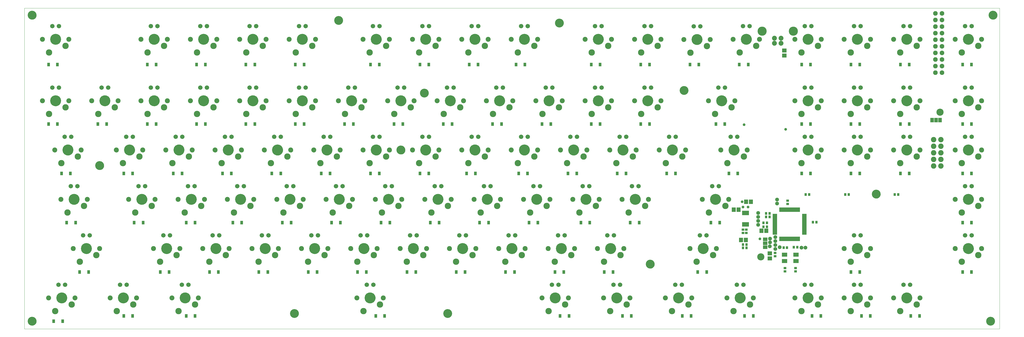
<source format=gbs>
G75*
%MOIN*%
%OFA0B0*%
%FSLAX25Y25*%
%IPPOS*%
%LPD*%
%AMOC8*
5,1,8,0,0,1.08239X$1,22.5*
%
%ADD10C,0.00000*%
%ADD11C,0.13398*%
%ADD12C,0.07400*%
%ADD13C,0.13800*%
%ADD14C,0.16548*%
%ADD15C,0.07493*%
%ADD16C,0.09658*%
%ADD17C,0.06737*%
%ADD18R,0.07099X0.01981*%
%ADD19R,0.01981X0.07099*%
%ADD20R,0.03556X0.04343*%
%ADD21R,0.05918X0.06706*%
%ADD22R,0.04343X0.03556*%
%ADD23R,0.06706X0.05918*%
%ADD24R,0.07100X0.05400*%
%ADD25C,0.10800*%
%ADD26OC8,0.06800*%
%ADD27R,0.08280X0.06312*%
%ADD28C,0.08200*%
%ADD29R,0.05400X0.07100*%
%ADD30R,0.02572X0.06509*%
%ADD31R,0.04343X0.05524*%
%ADD32C,0.05800*%
%ADD33C,0.04100*%
D10*
X0001300Y0001300D02*
X0001300Y0488505D01*
X1479646Y0488505D01*
X1479646Y0001300D01*
X0001300Y0001300D01*
X0006812Y0013111D02*
X0006814Y0013269D01*
X0006820Y0013427D01*
X0006830Y0013585D01*
X0006844Y0013743D01*
X0006862Y0013900D01*
X0006883Y0014057D01*
X0006909Y0014213D01*
X0006939Y0014369D01*
X0006972Y0014524D01*
X0007010Y0014677D01*
X0007051Y0014830D01*
X0007096Y0014982D01*
X0007145Y0015133D01*
X0007198Y0015282D01*
X0007254Y0015430D01*
X0007314Y0015576D01*
X0007378Y0015721D01*
X0007446Y0015864D01*
X0007517Y0016006D01*
X0007591Y0016146D01*
X0007669Y0016283D01*
X0007751Y0016419D01*
X0007835Y0016553D01*
X0007924Y0016684D01*
X0008015Y0016813D01*
X0008110Y0016940D01*
X0008207Y0017065D01*
X0008308Y0017187D01*
X0008412Y0017306D01*
X0008519Y0017423D01*
X0008629Y0017537D01*
X0008742Y0017648D01*
X0008857Y0017757D01*
X0008975Y0017862D01*
X0009096Y0017964D01*
X0009219Y0018064D01*
X0009345Y0018160D01*
X0009473Y0018253D01*
X0009603Y0018343D01*
X0009736Y0018429D01*
X0009871Y0018513D01*
X0010007Y0018592D01*
X0010146Y0018669D01*
X0010287Y0018741D01*
X0010429Y0018811D01*
X0010573Y0018876D01*
X0010719Y0018938D01*
X0010866Y0018996D01*
X0011015Y0019051D01*
X0011165Y0019102D01*
X0011316Y0019149D01*
X0011468Y0019192D01*
X0011621Y0019231D01*
X0011776Y0019267D01*
X0011931Y0019298D01*
X0012087Y0019326D01*
X0012243Y0019350D01*
X0012400Y0019370D01*
X0012558Y0019386D01*
X0012715Y0019398D01*
X0012874Y0019406D01*
X0013032Y0019410D01*
X0013190Y0019410D01*
X0013348Y0019406D01*
X0013507Y0019398D01*
X0013664Y0019386D01*
X0013822Y0019370D01*
X0013979Y0019350D01*
X0014135Y0019326D01*
X0014291Y0019298D01*
X0014446Y0019267D01*
X0014601Y0019231D01*
X0014754Y0019192D01*
X0014906Y0019149D01*
X0015057Y0019102D01*
X0015207Y0019051D01*
X0015356Y0018996D01*
X0015503Y0018938D01*
X0015649Y0018876D01*
X0015793Y0018811D01*
X0015935Y0018741D01*
X0016076Y0018669D01*
X0016215Y0018592D01*
X0016351Y0018513D01*
X0016486Y0018429D01*
X0016619Y0018343D01*
X0016749Y0018253D01*
X0016877Y0018160D01*
X0017003Y0018064D01*
X0017126Y0017964D01*
X0017247Y0017862D01*
X0017365Y0017757D01*
X0017480Y0017648D01*
X0017593Y0017537D01*
X0017703Y0017423D01*
X0017810Y0017306D01*
X0017914Y0017187D01*
X0018015Y0017065D01*
X0018112Y0016940D01*
X0018207Y0016813D01*
X0018298Y0016684D01*
X0018387Y0016553D01*
X0018471Y0016419D01*
X0018553Y0016283D01*
X0018631Y0016146D01*
X0018705Y0016006D01*
X0018776Y0015864D01*
X0018844Y0015721D01*
X0018908Y0015576D01*
X0018968Y0015430D01*
X0019024Y0015282D01*
X0019077Y0015133D01*
X0019126Y0014982D01*
X0019171Y0014830D01*
X0019212Y0014677D01*
X0019250Y0014524D01*
X0019283Y0014369D01*
X0019313Y0014213D01*
X0019339Y0014057D01*
X0019360Y0013900D01*
X0019378Y0013743D01*
X0019392Y0013585D01*
X0019402Y0013427D01*
X0019408Y0013269D01*
X0019410Y0013111D01*
X0019408Y0012953D01*
X0019402Y0012795D01*
X0019392Y0012637D01*
X0019378Y0012479D01*
X0019360Y0012322D01*
X0019339Y0012165D01*
X0019313Y0012009D01*
X0019283Y0011853D01*
X0019250Y0011698D01*
X0019212Y0011545D01*
X0019171Y0011392D01*
X0019126Y0011240D01*
X0019077Y0011089D01*
X0019024Y0010940D01*
X0018968Y0010792D01*
X0018908Y0010646D01*
X0018844Y0010501D01*
X0018776Y0010358D01*
X0018705Y0010216D01*
X0018631Y0010076D01*
X0018553Y0009939D01*
X0018471Y0009803D01*
X0018387Y0009669D01*
X0018298Y0009538D01*
X0018207Y0009409D01*
X0018112Y0009282D01*
X0018015Y0009157D01*
X0017914Y0009035D01*
X0017810Y0008916D01*
X0017703Y0008799D01*
X0017593Y0008685D01*
X0017480Y0008574D01*
X0017365Y0008465D01*
X0017247Y0008360D01*
X0017126Y0008258D01*
X0017003Y0008158D01*
X0016877Y0008062D01*
X0016749Y0007969D01*
X0016619Y0007879D01*
X0016486Y0007793D01*
X0016351Y0007709D01*
X0016215Y0007630D01*
X0016076Y0007553D01*
X0015935Y0007481D01*
X0015793Y0007411D01*
X0015649Y0007346D01*
X0015503Y0007284D01*
X0015356Y0007226D01*
X0015207Y0007171D01*
X0015057Y0007120D01*
X0014906Y0007073D01*
X0014754Y0007030D01*
X0014601Y0006991D01*
X0014446Y0006955D01*
X0014291Y0006924D01*
X0014135Y0006896D01*
X0013979Y0006872D01*
X0013822Y0006852D01*
X0013664Y0006836D01*
X0013507Y0006824D01*
X0013348Y0006816D01*
X0013190Y0006812D01*
X0013032Y0006812D01*
X0012874Y0006816D01*
X0012715Y0006824D01*
X0012558Y0006836D01*
X0012400Y0006852D01*
X0012243Y0006872D01*
X0012087Y0006896D01*
X0011931Y0006924D01*
X0011776Y0006955D01*
X0011621Y0006991D01*
X0011468Y0007030D01*
X0011316Y0007073D01*
X0011165Y0007120D01*
X0011015Y0007171D01*
X0010866Y0007226D01*
X0010719Y0007284D01*
X0010573Y0007346D01*
X0010429Y0007411D01*
X0010287Y0007481D01*
X0010146Y0007553D01*
X0010007Y0007630D01*
X0009871Y0007709D01*
X0009736Y0007793D01*
X0009603Y0007879D01*
X0009473Y0007969D01*
X0009345Y0008062D01*
X0009219Y0008158D01*
X0009096Y0008258D01*
X0008975Y0008360D01*
X0008857Y0008465D01*
X0008742Y0008574D01*
X0008629Y0008685D01*
X0008519Y0008799D01*
X0008412Y0008916D01*
X0008308Y0009035D01*
X0008207Y0009157D01*
X0008110Y0009282D01*
X0008015Y0009409D01*
X0007924Y0009538D01*
X0007835Y0009669D01*
X0007751Y0009803D01*
X0007669Y0009939D01*
X0007591Y0010076D01*
X0007517Y0010216D01*
X0007446Y0010358D01*
X0007378Y0010501D01*
X0007314Y0010646D01*
X0007254Y0010792D01*
X0007198Y0010940D01*
X0007145Y0011089D01*
X0007096Y0011240D01*
X0007051Y0011392D01*
X0007010Y0011545D01*
X0006972Y0011698D01*
X0006939Y0011853D01*
X0006909Y0012009D01*
X0006883Y0012165D01*
X0006862Y0012322D01*
X0006844Y0012479D01*
X0006830Y0012637D01*
X0006820Y0012795D01*
X0006814Y0012953D01*
X0006812Y0013111D01*
X0034548Y0048544D02*
X0034550Y0048659D01*
X0034556Y0048775D01*
X0034566Y0048890D01*
X0034580Y0049005D01*
X0034598Y0049119D01*
X0034620Y0049232D01*
X0034645Y0049345D01*
X0034675Y0049456D01*
X0034708Y0049567D01*
X0034745Y0049676D01*
X0034786Y0049784D01*
X0034831Y0049891D01*
X0034879Y0049996D01*
X0034931Y0050099D01*
X0034987Y0050200D01*
X0035046Y0050300D01*
X0035108Y0050397D01*
X0035174Y0050492D01*
X0035242Y0050585D01*
X0035314Y0050675D01*
X0035389Y0050763D01*
X0035468Y0050848D01*
X0035549Y0050930D01*
X0035632Y0051010D01*
X0035719Y0051086D01*
X0035808Y0051160D01*
X0035899Y0051230D01*
X0035993Y0051298D01*
X0036089Y0051362D01*
X0036188Y0051422D01*
X0036288Y0051479D01*
X0036390Y0051533D01*
X0036494Y0051583D01*
X0036600Y0051630D01*
X0036707Y0051673D01*
X0036816Y0051712D01*
X0036926Y0051747D01*
X0037037Y0051778D01*
X0037149Y0051806D01*
X0037262Y0051830D01*
X0037376Y0051850D01*
X0037491Y0051866D01*
X0037606Y0051878D01*
X0037721Y0051886D01*
X0037836Y0051890D01*
X0037952Y0051890D01*
X0038067Y0051886D01*
X0038182Y0051878D01*
X0038297Y0051866D01*
X0038412Y0051850D01*
X0038526Y0051830D01*
X0038639Y0051806D01*
X0038751Y0051778D01*
X0038862Y0051747D01*
X0038972Y0051712D01*
X0039081Y0051673D01*
X0039188Y0051630D01*
X0039294Y0051583D01*
X0039398Y0051533D01*
X0039500Y0051479D01*
X0039600Y0051422D01*
X0039699Y0051362D01*
X0039795Y0051298D01*
X0039889Y0051230D01*
X0039980Y0051160D01*
X0040069Y0051086D01*
X0040156Y0051010D01*
X0040239Y0050930D01*
X0040320Y0050848D01*
X0040399Y0050763D01*
X0040474Y0050675D01*
X0040546Y0050585D01*
X0040614Y0050492D01*
X0040680Y0050397D01*
X0040742Y0050300D01*
X0040801Y0050200D01*
X0040857Y0050099D01*
X0040909Y0049996D01*
X0040957Y0049891D01*
X0041002Y0049784D01*
X0041043Y0049676D01*
X0041080Y0049567D01*
X0041113Y0049456D01*
X0041143Y0049345D01*
X0041168Y0049232D01*
X0041190Y0049119D01*
X0041208Y0049005D01*
X0041222Y0048890D01*
X0041232Y0048775D01*
X0041238Y0048659D01*
X0041240Y0048544D01*
X0041238Y0048429D01*
X0041232Y0048313D01*
X0041222Y0048198D01*
X0041208Y0048083D01*
X0041190Y0047969D01*
X0041168Y0047856D01*
X0041143Y0047743D01*
X0041113Y0047632D01*
X0041080Y0047521D01*
X0041043Y0047412D01*
X0041002Y0047304D01*
X0040957Y0047197D01*
X0040909Y0047092D01*
X0040857Y0046989D01*
X0040801Y0046888D01*
X0040742Y0046788D01*
X0040680Y0046691D01*
X0040614Y0046596D01*
X0040546Y0046503D01*
X0040474Y0046413D01*
X0040399Y0046325D01*
X0040320Y0046240D01*
X0040239Y0046158D01*
X0040156Y0046078D01*
X0040069Y0046002D01*
X0039980Y0045928D01*
X0039889Y0045858D01*
X0039795Y0045790D01*
X0039699Y0045726D01*
X0039600Y0045666D01*
X0039500Y0045609D01*
X0039398Y0045555D01*
X0039294Y0045505D01*
X0039188Y0045458D01*
X0039081Y0045415D01*
X0038972Y0045376D01*
X0038862Y0045341D01*
X0038751Y0045310D01*
X0038639Y0045282D01*
X0038526Y0045258D01*
X0038412Y0045238D01*
X0038297Y0045222D01*
X0038182Y0045210D01*
X0038067Y0045202D01*
X0037952Y0045198D01*
X0037836Y0045198D01*
X0037721Y0045202D01*
X0037606Y0045210D01*
X0037491Y0045222D01*
X0037376Y0045238D01*
X0037262Y0045258D01*
X0037149Y0045282D01*
X0037037Y0045310D01*
X0036926Y0045341D01*
X0036816Y0045376D01*
X0036707Y0045415D01*
X0036600Y0045458D01*
X0036494Y0045505D01*
X0036390Y0045555D01*
X0036288Y0045609D01*
X0036188Y0045666D01*
X0036089Y0045726D01*
X0035993Y0045790D01*
X0035899Y0045858D01*
X0035808Y0045928D01*
X0035719Y0046002D01*
X0035632Y0046078D01*
X0035549Y0046158D01*
X0035468Y0046240D01*
X0035389Y0046325D01*
X0035314Y0046413D01*
X0035242Y0046503D01*
X0035174Y0046596D01*
X0035108Y0046691D01*
X0035046Y0046788D01*
X0034987Y0046888D01*
X0034931Y0046989D01*
X0034879Y0047092D01*
X0034831Y0047197D01*
X0034786Y0047304D01*
X0034745Y0047412D01*
X0034708Y0047521D01*
X0034675Y0047632D01*
X0034645Y0047743D01*
X0034620Y0047856D01*
X0034598Y0047969D01*
X0034580Y0048083D01*
X0034566Y0048198D01*
X0034556Y0048313D01*
X0034550Y0048429D01*
X0034548Y0048544D01*
X0050020Y0048544D02*
X0050022Y0048737D01*
X0050029Y0048930D01*
X0050041Y0049123D01*
X0050058Y0049316D01*
X0050079Y0049508D01*
X0050105Y0049699D01*
X0050136Y0049890D01*
X0050171Y0050080D01*
X0050211Y0050269D01*
X0050256Y0050457D01*
X0050305Y0050644D01*
X0050359Y0050830D01*
X0050417Y0051014D01*
X0050480Y0051197D01*
X0050548Y0051378D01*
X0050619Y0051557D01*
X0050696Y0051735D01*
X0050776Y0051911D01*
X0050861Y0052084D01*
X0050950Y0052256D01*
X0051043Y0052425D01*
X0051140Y0052592D01*
X0051242Y0052757D01*
X0051347Y0052919D01*
X0051456Y0053078D01*
X0051570Y0053235D01*
X0051687Y0053388D01*
X0051807Y0053539D01*
X0051932Y0053687D01*
X0052060Y0053832D01*
X0052191Y0053973D01*
X0052326Y0054112D01*
X0052465Y0054247D01*
X0052606Y0054378D01*
X0052751Y0054506D01*
X0052899Y0054631D01*
X0053050Y0054751D01*
X0053203Y0054868D01*
X0053360Y0054982D01*
X0053519Y0055091D01*
X0053681Y0055196D01*
X0053846Y0055298D01*
X0054013Y0055395D01*
X0054182Y0055488D01*
X0054354Y0055577D01*
X0054527Y0055662D01*
X0054703Y0055742D01*
X0054881Y0055819D01*
X0055060Y0055890D01*
X0055241Y0055958D01*
X0055424Y0056021D01*
X0055608Y0056079D01*
X0055794Y0056133D01*
X0055981Y0056182D01*
X0056169Y0056227D01*
X0056358Y0056267D01*
X0056548Y0056302D01*
X0056739Y0056333D01*
X0056930Y0056359D01*
X0057122Y0056380D01*
X0057315Y0056397D01*
X0057508Y0056409D01*
X0057701Y0056416D01*
X0057894Y0056418D01*
X0058087Y0056416D01*
X0058280Y0056409D01*
X0058473Y0056397D01*
X0058666Y0056380D01*
X0058858Y0056359D01*
X0059049Y0056333D01*
X0059240Y0056302D01*
X0059430Y0056267D01*
X0059619Y0056227D01*
X0059807Y0056182D01*
X0059994Y0056133D01*
X0060180Y0056079D01*
X0060364Y0056021D01*
X0060547Y0055958D01*
X0060728Y0055890D01*
X0060907Y0055819D01*
X0061085Y0055742D01*
X0061261Y0055662D01*
X0061434Y0055577D01*
X0061606Y0055488D01*
X0061775Y0055395D01*
X0061942Y0055298D01*
X0062107Y0055196D01*
X0062269Y0055091D01*
X0062428Y0054982D01*
X0062585Y0054868D01*
X0062738Y0054751D01*
X0062889Y0054631D01*
X0063037Y0054506D01*
X0063182Y0054378D01*
X0063323Y0054247D01*
X0063462Y0054112D01*
X0063597Y0053973D01*
X0063728Y0053832D01*
X0063856Y0053687D01*
X0063981Y0053539D01*
X0064101Y0053388D01*
X0064218Y0053235D01*
X0064332Y0053078D01*
X0064441Y0052919D01*
X0064546Y0052757D01*
X0064648Y0052592D01*
X0064745Y0052425D01*
X0064838Y0052256D01*
X0064927Y0052084D01*
X0065012Y0051911D01*
X0065092Y0051735D01*
X0065169Y0051557D01*
X0065240Y0051378D01*
X0065308Y0051197D01*
X0065371Y0051014D01*
X0065429Y0050830D01*
X0065483Y0050644D01*
X0065532Y0050457D01*
X0065577Y0050269D01*
X0065617Y0050080D01*
X0065652Y0049890D01*
X0065683Y0049699D01*
X0065709Y0049508D01*
X0065730Y0049316D01*
X0065747Y0049123D01*
X0065759Y0048930D01*
X0065766Y0048737D01*
X0065768Y0048544D01*
X0065766Y0048351D01*
X0065759Y0048158D01*
X0065747Y0047965D01*
X0065730Y0047772D01*
X0065709Y0047580D01*
X0065683Y0047389D01*
X0065652Y0047198D01*
X0065617Y0047008D01*
X0065577Y0046819D01*
X0065532Y0046631D01*
X0065483Y0046444D01*
X0065429Y0046258D01*
X0065371Y0046074D01*
X0065308Y0045891D01*
X0065240Y0045710D01*
X0065169Y0045531D01*
X0065092Y0045353D01*
X0065012Y0045177D01*
X0064927Y0045004D01*
X0064838Y0044832D01*
X0064745Y0044663D01*
X0064648Y0044496D01*
X0064546Y0044331D01*
X0064441Y0044169D01*
X0064332Y0044010D01*
X0064218Y0043853D01*
X0064101Y0043700D01*
X0063981Y0043549D01*
X0063856Y0043401D01*
X0063728Y0043256D01*
X0063597Y0043115D01*
X0063462Y0042976D01*
X0063323Y0042841D01*
X0063182Y0042710D01*
X0063037Y0042582D01*
X0062889Y0042457D01*
X0062738Y0042337D01*
X0062585Y0042220D01*
X0062428Y0042106D01*
X0062269Y0041997D01*
X0062107Y0041892D01*
X0061942Y0041790D01*
X0061775Y0041693D01*
X0061606Y0041600D01*
X0061434Y0041511D01*
X0061261Y0041426D01*
X0061085Y0041346D01*
X0060907Y0041269D01*
X0060728Y0041198D01*
X0060547Y0041130D01*
X0060364Y0041067D01*
X0060180Y0041009D01*
X0059994Y0040955D01*
X0059807Y0040906D01*
X0059619Y0040861D01*
X0059430Y0040821D01*
X0059240Y0040786D01*
X0059049Y0040755D01*
X0058858Y0040729D01*
X0058666Y0040708D01*
X0058473Y0040691D01*
X0058280Y0040679D01*
X0058087Y0040672D01*
X0057894Y0040670D01*
X0057701Y0040672D01*
X0057508Y0040679D01*
X0057315Y0040691D01*
X0057122Y0040708D01*
X0056930Y0040729D01*
X0056739Y0040755D01*
X0056548Y0040786D01*
X0056358Y0040821D01*
X0056169Y0040861D01*
X0055981Y0040906D01*
X0055794Y0040955D01*
X0055608Y0041009D01*
X0055424Y0041067D01*
X0055241Y0041130D01*
X0055060Y0041198D01*
X0054881Y0041269D01*
X0054703Y0041346D01*
X0054527Y0041426D01*
X0054354Y0041511D01*
X0054182Y0041600D01*
X0054013Y0041693D01*
X0053846Y0041790D01*
X0053681Y0041892D01*
X0053519Y0041997D01*
X0053360Y0042106D01*
X0053203Y0042220D01*
X0053050Y0042337D01*
X0052899Y0042457D01*
X0052751Y0042582D01*
X0052606Y0042710D01*
X0052465Y0042841D01*
X0052326Y0042976D01*
X0052191Y0043115D01*
X0052060Y0043256D01*
X0051932Y0043401D01*
X0051807Y0043549D01*
X0051687Y0043700D01*
X0051570Y0043853D01*
X0051456Y0044010D01*
X0051347Y0044169D01*
X0051242Y0044331D01*
X0051140Y0044496D01*
X0051043Y0044663D01*
X0050950Y0044832D01*
X0050861Y0045004D01*
X0050776Y0045177D01*
X0050696Y0045353D01*
X0050619Y0045531D01*
X0050548Y0045710D01*
X0050480Y0045891D01*
X0050417Y0046074D01*
X0050359Y0046258D01*
X0050305Y0046444D01*
X0050256Y0046631D01*
X0050211Y0046819D01*
X0050171Y0047008D01*
X0050136Y0047198D01*
X0050105Y0047389D01*
X0050079Y0047580D01*
X0050058Y0047772D01*
X0050041Y0047965D01*
X0050029Y0048158D01*
X0050022Y0048351D01*
X0050020Y0048544D01*
X0074548Y0048544D02*
X0074550Y0048659D01*
X0074556Y0048775D01*
X0074566Y0048890D01*
X0074580Y0049005D01*
X0074598Y0049119D01*
X0074620Y0049232D01*
X0074645Y0049345D01*
X0074675Y0049456D01*
X0074708Y0049567D01*
X0074745Y0049676D01*
X0074786Y0049784D01*
X0074831Y0049891D01*
X0074879Y0049996D01*
X0074931Y0050099D01*
X0074987Y0050200D01*
X0075046Y0050300D01*
X0075108Y0050397D01*
X0075174Y0050492D01*
X0075242Y0050585D01*
X0075314Y0050675D01*
X0075389Y0050763D01*
X0075468Y0050848D01*
X0075549Y0050930D01*
X0075632Y0051010D01*
X0075719Y0051086D01*
X0075808Y0051160D01*
X0075899Y0051230D01*
X0075993Y0051298D01*
X0076089Y0051362D01*
X0076188Y0051422D01*
X0076288Y0051479D01*
X0076390Y0051533D01*
X0076494Y0051583D01*
X0076600Y0051630D01*
X0076707Y0051673D01*
X0076816Y0051712D01*
X0076926Y0051747D01*
X0077037Y0051778D01*
X0077149Y0051806D01*
X0077262Y0051830D01*
X0077376Y0051850D01*
X0077491Y0051866D01*
X0077606Y0051878D01*
X0077721Y0051886D01*
X0077836Y0051890D01*
X0077952Y0051890D01*
X0078067Y0051886D01*
X0078182Y0051878D01*
X0078297Y0051866D01*
X0078412Y0051850D01*
X0078526Y0051830D01*
X0078639Y0051806D01*
X0078751Y0051778D01*
X0078862Y0051747D01*
X0078972Y0051712D01*
X0079081Y0051673D01*
X0079188Y0051630D01*
X0079294Y0051583D01*
X0079398Y0051533D01*
X0079500Y0051479D01*
X0079600Y0051422D01*
X0079699Y0051362D01*
X0079795Y0051298D01*
X0079889Y0051230D01*
X0079980Y0051160D01*
X0080069Y0051086D01*
X0080156Y0051010D01*
X0080239Y0050930D01*
X0080320Y0050848D01*
X0080399Y0050763D01*
X0080474Y0050675D01*
X0080546Y0050585D01*
X0080614Y0050492D01*
X0080680Y0050397D01*
X0080742Y0050300D01*
X0080801Y0050200D01*
X0080857Y0050099D01*
X0080909Y0049996D01*
X0080957Y0049891D01*
X0081002Y0049784D01*
X0081043Y0049676D01*
X0081080Y0049567D01*
X0081113Y0049456D01*
X0081143Y0049345D01*
X0081168Y0049232D01*
X0081190Y0049119D01*
X0081208Y0049005D01*
X0081222Y0048890D01*
X0081232Y0048775D01*
X0081238Y0048659D01*
X0081240Y0048544D01*
X0081238Y0048429D01*
X0081232Y0048313D01*
X0081222Y0048198D01*
X0081208Y0048083D01*
X0081190Y0047969D01*
X0081168Y0047856D01*
X0081143Y0047743D01*
X0081113Y0047632D01*
X0081080Y0047521D01*
X0081043Y0047412D01*
X0081002Y0047304D01*
X0080957Y0047197D01*
X0080909Y0047092D01*
X0080857Y0046989D01*
X0080801Y0046888D01*
X0080742Y0046788D01*
X0080680Y0046691D01*
X0080614Y0046596D01*
X0080546Y0046503D01*
X0080474Y0046413D01*
X0080399Y0046325D01*
X0080320Y0046240D01*
X0080239Y0046158D01*
X0080156Y0046078D01*
X0080069Y0046002D01*
X0079980Y0045928D01*
X0079889Y0045858D01*
X0079795Y0045790D01*
X0079699Y0045726D01*
X0079600Y0045666D01*
X0079500Y0045609D01*
X0079398Y0045555D01*
X0079294Y0045505D01*
X0079188Y0045458D01*
X0079081Y0045415D01*
X0078972Y0045376D01*
X0078862Y0045341D01*
X0078751Y0045310D01*
X0078639Y0045282D01*
X0078526Y0045258D01*
X0078412Y0045238D01*
X0078297Y0045222D01*
X0078182Y0045210D01*
X0078067Y0045202D01*
X0077952Y0045198D01*
X0077836Y0045198D01*
X0077721Y0045202D01*
X0077606Y0045210D01*
X0077491Y0045222D01*
X0077376Y0045238D01*
X0077262Y0045258D01*
X0077149Y0045282D01*
X0077037Y0045310D01*
X0076926Y0045341D01*
X0076816Y0045376D01*
X0076707Y0045415D01*
X0076600Y0045458D01*
X0076494Y0045505D01*
X0076390Y0045555D01*
X0076288Y0045609D01*
X0076188Y0045666D01*
X0076089Y0045726D01*
X0075993Y0045790D01*
X0075899Y0045858D01*
X0075808Y0045928D01*
X0075719Y0046002D01*
X0075632Y0046078D01*
X0075549Y0046158D01*
X0075468Y0046240D01*
X0075389Y0046325D01*
X0075314Y0046413D01*
X0075242Y0046503D01*
X0075174Y0046596D01*
X0075108Y0046691D01*
X0075046Y0046788D01*
X0074987Y0046888D01*
X0074931Y0046989D01*
X0074879Y0047092D01*
X0074831Y0047197D01*
X0074786Y0047304D01*
X0074745Y0047412D01*
X0074708Y0047521D01*
X0074675Y0047632D01*
X0074645Y0047743D01*
X0074620Y0047856D01*
X0074598Y0047969D01*
X0074580Y0048083D01*
X0074566Y0048198D01*
X0074556Y0048313D01*
X0074550Y0048429D01*
X0074548Y0048544D01*
X0128052Y0048544D02*
X0128054Y0048659D01*
X0128060Y0048775D01*
X0128070Y0048890D01*
X0128084Y0049005D01*
X0128102Y0049119D01*
X0128124Y0049232D01*
X0128149Y0049345D01*
X0128179Y0049456D01*
X0128212Y0049567D01*
X0128249Y0049676D01*
X0128290Y0049784D01*
X0128335Y0049891D01*
X0128383Y0049996D01*
X0128435Y0050099D01*
X0128491Y0050200D01*
X0128550Y0050300D01*
X0128612Y0050397D01*
X0128678Y0050492D01*
X0128746Y0050585D01*
X0128818Y0050675D01*
X0128893Y0050763D01*
X0128972Y0050848D01*
X0129053Y0050930D01*
X0129136Y0051010D01*
X0129223Y0051086D01*
X0129312Y0051160D01*
X0129403Y0051230D01*
X0129497Y0051298D01*
X0129593Y0051362D01*
X0129692Y0051422D01*
X0129792Y0051479D01*
X0129894Y0051533D01*
X0129998Y0051583D01*
X0130104Y0051630D01*
X0130211Y0051673D01*
X0130320Y0051712D01*
X0130430Y0051747D01*
X0130541Y0051778D01*
X0130653Y0051806D01*
X0130766Y0051830D01*
X0130880Y0051850D01*
X0130995Y0051866D01*
X0131110Y0051878D01*
X0131225Y0051886D01*
X0131340Y0051890D01*
X0131456Y0051890D01*
X0131571Y0051886D01*
X0131686Y0051878D01*
X0131801Y0051866D01*
X0131916Y0051850D01*
X0132030Y0051830D01*
X0132143Y0051806D01*
X0132255Y0051778D01*
X0132366Y0051747D01*
X0132476Y0051712D01*
X0132585Y0051673D01*
X0132692Y0051630D01*
X0132798Y0051583D01*
X0132902Y0051533D01*
X0133004Y0051479D01*
X0133104Y0051422D01*
X0133203Y0051362D01*
X0133299Y0051298D01*
X0133393Y0051230D01*
X0133484Y0051160D01*
X0133573Y0051086D01*
X0133660Y0051010D01*
X0133743Y0050930D01*
X0133824Y0050848D01*
X0133903Y0050763D01*
X0133978Y0050675D01*
X0134050Y0050585D01*
X0134118Y0050492D01*
X0134184Y0050397D01*
X0134246Y0050300D01*
X0134305Y0050200D01*
X0134361Y0050099D01*
X0134413Y0049996D01*
X0134461Y0049891D01*
X0134506Y0049784D01*
X0134547Y0049676D01*
X0134584Y0049567D01*
X0134617Y0049456D01*
X0134647Y0049345D01*
X0134672Y0049232D01*
X0134694Y0049119D01*
X0134712Y0049005D01*
X0134726Y0048890D01*
X0134736Y0048775D01*
X0134742Y0048659D01*
X0134744Y0048544D01*
X0134742Y0048429D01*
X0134736Y0048313D01*
X0134726Y0048198D01*
X0134712Y0048083D01*
X0134694Y0047969D01*
X0134672Y0047856D01*
X0134647Y0047743D01*
X0134617Y0047632D01*
X0134584Y0047521D01*
X0134547Y0047412D01*
X0134506Y0047304D01*
X0134461Y0047197D01*
X0134413Y0047092D01*
X0134361Y0046989D01*
X0134305Y0046888D01*
X0134246Y0046788D01*
X0134184Y0046691D01*
X0134118Y0046596D01*
X0134050Y0046503D01*
X0133978Y0046413D01*
X0133903Y0046325D01*
X0133824Y0046240D01*
X0133743Y0046158D01*
X0133660Y0046078D01*
X0133573Y0046002D01*
X0133484Y0045928D01*
X0133393Y0045858D01*
X0133299Y0045790D01*
X0133203Y0045726D01*
X0133104Y0045666D01*
X0133004Y0045609D01*
X0132902Y0045555D01*
X0132798Y0045505D01*
X0132692Y0045458D01*
X0132585Y0045415D01*
X0132476Y0045376D01*
X0132366Y0045341D01*
X0132255Y0045310D01*
X0132143Y0045282D01*
X0132030Y0045258D01*
X0131916Y0045238D01*
X0131801Y0045222D01*
X0131686Y0045210D01*
X0131571Y0045202D01*
X0131456Y0045198D01*
X0131340Y0045198D01*
X0131225Y0045202D01*
X0131110Y0045210D01*
X0130995Y0045222D01*
X0130880Y0045238D01*
X0130766Y0045258D01*
X0130653Y0045282D01*
X0130541Y0045310D01*
X0130430Y0045341D01*
X0130320Y0045376D01*
X0130211Y0045415D01*
X0130104Y0045458D01*
X0129998Y0045505D01*
X0129894Y0045555D01*
X0129792Y0045609D01*
X0129692Y0045666D01*
X0129593Y0045726D01*
X0129497Y0045790D01*
X0129403Y0045858D01*
X0129312Y0045928D01*
X0129223Y0046002D01*
X0129136Y0046078D01*
X0129053Y0046158D01*
X0128972Y0046240D01*
X0128893Y0046325D01*
X0128818Y0046413D01*
X0128746Y0046503D01*
X0128678Y0046596D01*
X0128612Y0046691D01*
X0128550Y0046788D01*
X0128491Y0046888D01*
X0128435Y0046989D01*
X0128383Y0047092D01*
X0128335Y0047197D01*
X0128290Y0047304D01*
X0128249Y0047412D01*
X0128212Y0047521D01*
X0128179Y0047632D01*
X0128149Y0047743D01*
X0128124Y0047856D01*
X0128102Y0047969D01*
X0128084Y0048083D01*
X0128070Y0048198D01*
X0128060Y0048313D01*
X0128054Y0048429D01*
X0128052Y0048544D01*
X0143524Y0048544D02*
X0143526Y0048737D01*
X0143533Y0048930D01*
X0143545Y0049123D01*
X0143562Y0049316D01*
X0143583Y0049508D01*
X0143609Y0049699D01*
X0143640Y0049890D01*
X0143675Y0050080D01*
X0143715Y0050269D01*
X0143760Y0050457D01*
X0143809Y0050644D01*
X0143863Y0050830D01*
X0143921Y0051014D01*
X0143984Y0051197D01*
X0144052Y0051378D01*
X0144123Y0051557D01*
X0144200Y0051735D01*
X0144280Y0051911D01*
X0144365Y0052084D01*
X0144454Y0052256D01*
X0144547Y0052425D01*
X0144644Y0052592D01*
X0144746Y0052757D01*
X0144851Y0052919D01*
X0144960Y0053078D01*
X0145074Y0053235D01*
X0145191Y0053388D01*
X0145311Y0053539D01*
X0145436Y0053687D01*
X0145564Y0053832D01*
X0145695Y0053973D01*
X0145830Y0054112D01*
X0145969Y0054247D01*
X0146110Y0054378D01*
X0146255Y0054506D01*
X0146403Y0054631D01*
X0146554Y0054751D01*
X0146707Y0054868D01*
X0146864Y0054982D01*
X0147023Y0055091D01*
X0147185Y0055196D01*
X0147350Y0055298D01*
X0147517Y0055395D01*
X0147686Y0055488D01*
X0147858Y0055577D01*
X0148031Y0055662D01*
X0148207Y0055742D01*
X0148385Y0055819D01*
X0148564Y0055890D01*
X0148745Y0055958D01*
X0148928Y0056021D01*
X0149112Y0056079D01*
X0149298Y0056133D01*
X0149485Y0056182D01*
X0149673Y0056227D01*
X0149862Y0056267D01*
X0150052Y0056302D01*
X0150243Y0056333D01*
X0150434Y0056359D01*
X0150626Y0056380D01*
X0150819Y0056397D01*
X0151012Y0056409D01*
X0151205Y0056416D01*
X0151398Y0056418D01*
X0151591Y0056416D01*
X0151784Y0056409D01*
X0151977Y0056397D01*
X0152170Y0056380D01*
X0152362Y0056359D01*
X0152553Y0056333D01*
X0152744Y0056302D01*
X0152934Y0056267D01*
X0153123Y0056227D01*
X0153311Y0056182D01*
X0153498Y0056133D01*
X0153684Y0056079D01*
X0153868Y0056021D01*
X0154051Y0055958D01*
X0154232Y0055890D01*
X0154411Y0055819D01*
X0154589Y0055742D01*
X0154765Y0055662D01*
X0154938Y0055577D01*
X0155110Y0055488D01*
X0155279Y0055395D01*
X0155446Y0055298D01*
X0155611Y0055196D01*
X0155773Y0055091D01*
X0155932Y0054982D01*
X0156089Y0054868D01*
X0156242Y0054751D01*
X0156393Y0054631D01*
X0156541Y0054506D01*
X0156686Y0054378D01*
X0156827Y0054247D01*
X0156966Y0054112D01*
X0157101Y0053973D01*
X0157232Y0053832D01*
X0157360Y0053687D01*
X0157485Y0053539D01*
X0157605Y0053388D01*
X0157722Y0053235D01*
X0157836Y0053078D01*
X0157945Y0052919D01*
X0158050Y0052757D01*
X0158152Y0052592D01*
X0158249Y0052425D01*
X0158342Y0052256D01*
X0158431Y0052084D01*
X0158516Y0051911D01*
X0158596Y0051735D01*
X0158673Y0051557D01*
X0158744Y0051378D01*
X0158812Y0051197D01*
X0158875Y0051014D01*
X0158933Y0050830D01*
X0158987Y0050644D01*
X0159036Y0050457D01*
X0159081Y0050269D01*
X0159121Y0050080D01*
X0159156Y0049890D01*
X0159187Y0049699D01*
X0159213Y0049508D01*
X0159234Y0049316D01*
X0159251Y0049123D01*
X0159263Y0048930D01*
X0159270Y0048737D01*
X0159272Y0048544D01*
X0159270Y0048351D01*
X0159263Y0048158D01*
X0159251Y0047965D01*
X0159234Y0047772D01*
X0159213Y0047580D01*
X0159187Y0047389D01*
X0159156Y0047198D01*
X0159121Y0047008D01*
X0159081Y0046819D01*
X0159036Y0046631D01*
X0158987Y0046444D01*
X0158933Y0046258D01*
X0158875Y0046074D01*
X0158812Y0045891D01*
X0158744Y0045710D01*
X0158673Y0045531D01*
X0158596Y0045353D01*
X0158516Y0045177D01*
X0158431Y0045004D01*
X0158342Y0044832D01*
X0158249Y0044663D01*
X0158152Y0044496D01*
X0158050Y0044331D01*
X0157945Y0044169D01*
X0157836Y0044010D01*
X0157722Y0043853D01*
X0157605Y0043700D01*
X0157485Y0043549D01*
X0157360Y0043401D01*
X0157232Y0043256D01*
X0157101Y0043115D01*
X0156966Y0042976D01*
X0156827Y0042841D01*
X0156686Y0042710D01*
X0156541Y0042582D01*
X0156393Y0042457D01*
X0156242Y0042337D01*
X0156089Y0042220D01*
X0155932Y0042106D01*
X0155773Y0041997D01*
X0155611Y0041892D01*
X0155446Y0041790D01*
X0155279Y0041693D01*
X0155110Y0041600D01*
X0154938Y0041511D01*
X0154765Y0041426D01*
X0154589Y0041346D01*
X0154411Y0041269D01*
X0154232Y0041198D01*
X0154051Y0041130D01*
X0153868Y0041067D01*
X0153684Y0041009D01*
X0153498Y0040955D01*
X0153311Y0040906D01*
X0153123Y0040861D01*
X0152934Y0040821D01*
X0152744Y0040786D01*
X0152553Y0040755D01*
X0152362Y0040729D01*
X0152170Y0040708D01*
X0151977Y0040691D01*
X0151784Y0040679D01*
X0151591Y0040672D01*
X0151398Y0040670D01*
X0151205Y0040672D01*
X0151012Y0040679D01*
X0150819Y0040691D01*
X0150626Y0040708D01*
X0150434Y0040729D01*
X0150243Y0040755D01*
X0150052Y0040786D01*
X0149862Y0040821D01*
X0149673Y0040861D01*
X0149485Y0040906D01*
X0149298Y0040955D01*
X0149112Y0041009D01*
X0148928Y0041067D01*
X0148745Y0041130D01*
X0148564Y0041198D01*
X0148385Y0041269D01*
X0148207Y0041346D01*
X0148031Y0041426D01*
X0147858Y0041511D01*
X0147686Y0041600D01*
X0147517Y0041693D01*
X0147350Y0041790D01*
X0147185Y0041892D01*
X0147023Y0041997D01*
X0146864Y0042106D01*
X0146707Y0042220D01*
X0146554Y0042337D01*
X0146403Y0042457D01*
X0146255Y0042582D01*
X0146110Y0042710D01*
X0145969Y0042841D01*
X0145830Y0042976D01*
X0145695Y0043115D01*
X0145564Y0043256D01*
X0145436Y0043401D01*
X0145311Y0043549D01*
X0145191Y0043700D01*
X0145074Y0043853D01*
X0144960Y0044010D01*
X0144851Y0044169D01*
X0144746Y0044331D01*
X0144644Y0044496D01*
X0144547Y0044663D01*
X0144454Y0044832D01*
X0144365Y0045004D01*
X0144280Y0045177D01*
X0144200Y0045353D01*
X0144123Y0045531D01*
X0144052Y0045710D01*
X0143984Y0045891D01*
X0143921Y0046074D01*
X0143863Y0046258D01*
X0143809Y0046444D01*
X0143760Y0046631D01*
X0143715Y0046819D01*
X0143675Y0047008D01*
X0143640Y0047198D01*
X0143609Y0047389D01*
X0143583Y0047580D01*
X0143562Y0047772D01*
X0143545Y0047965D01*
X0143533Y0048158D01*
X0143526Y0048351D01*
X0143524Y0048544D01*
X0168052Y0048544D02*
X0168054Y0048659D01*
X0168060Y0048775D01*
X0168070Y0048890D01*
X0168084Y0049005D01*
X0168102Y0049119D01*
X0168124Y0049232D01*
X0168149Y0049345D01*
X0168179Y0049456D01*
X0168212Y0049567D01*
X0168249Y0049676D01*
X0168290Y0049784D01*
X0168335Y0049891D01*
X0168383Y0049996D01*
X0168435Y0050099D01*
X0168491Y0050200D01*
X0168550Y0050300D01*
X0168612Y0050397D01*
X0168678Y0050492D01*
X0168746Y0050585D01*
X0168818Y0050675D01*
X0168893Y0050763D01*
X0168972Y0050848D01*
X0169053Y0050930D01*
X0169136Y0051010D01*
X0169223Y0051086D01*
X0169312Y0051160D01*
X0169403Y0051230D01*
X0169497Y0051298D01*
X0169593Y0051362D01*
X0169692Y0051422D01*
X0169792Y0051479D01*
X0169894Y0051533D01*
X0169998Y0051583D01*
X0170104Y0051630D01*
X0170211Y0051673D01*
X0170320Y0051712D01*
X0170430Y0051747D01*
X0170541Y0051778D01*
X0170653Y0051806D01*
X0170766Y0051830D01*
X0170880Y0051850D01*
X0170995Y0051866D01*
X0171110Y0051878D01*
X0171225Y0051886D01*
X0171340Y0051890D01*
X0171456Y0051890D01*
X0171571Y0051886D01*
X0171686Y0051878D01*
X0171801Y0051866D01*
X0171916Y0051850D01*
X0172030Y0051830D01*
X0172143Y0051806D01*
X0172255Y0051778D01*
X0172366Y0051747D01*
X0172476Y0051712D01*
X0172585Y0051673D01*
X0172692Y0051630D01*
X0172798Y0051583D01*
X0172902Y0051533D01*
X0173004Y0051479D01*
X0173104Y0051422D01*
X0173203Y0051362D01*
X0173299Y0051298D01*
X0173393Y0051230D01*
X0173484Y0051160D01*
X0173573Y0051086D01*
X0173660Y0051010D01*
X0173743Y0050930D01*
X0173824Y0050848D01*
X0173903Y0050763D01*
X0173978Y0050675D01*
X0174050Y0050585D01*
X0174118Y0050492D01*
X0174184Y0050397D01*
X0174246Y0050300D01*
X0174305Y0050200D01*
X0174361Y0050099D01*
X0174413Y0049996D01*
X0174461Y0049891D01*
X0174506Y0049784D01*
X0174547Y0049676D01*
X0174584Y0049567D01*
X0174617Y0049456D01*
X0174647Y0049345D01*
X0174672Y0049232D01*
X0174694Y0049119D01*
X0174712Y0049005D01*
X0174726Y0048890D01*
X0174736Y0048775D01*
X0174742Y0048659D01*
X0174744Y0048544D01*
X0174742Y0048429D01*
X0174736Y0048313D01*
X0174726Y0048198D01*
X0174712Y0048083D01*
X0174694Y0047969D01*
X0174672Y0047856D01*
X0174647Y0047743D01*
X0174617Y0047632D01*
X0174584Y0047521D01*
X0174547Y0047412D01*
X0174506Y0047304D01*
X0174461Y0047197D01*
X0174413Y0047092D01*
X0174361Y0046989D01*
X0174305Y0046888D01*
X0174246Y0046788D01*
X0174184Y0046691D01*
X0174118Y0046596D01*
X0174050Y0046503D01*
X0173978Y0046413D01*
X0173903Y0046325D01*
X0173824Y0046240D01*
X0173743Y0046158D01*
X0173660Y0046078D01*
X0173573Y0046002D01*
X0173484Y0045928D01*
X0173393Y0045858D01*
X0173299Y0045790D01*
X0173203Y0045726D01*
X0173104Y0045666D01*
X0173004Y0045609D01*
X0172902Y0045555D01*
X0172798Y0045505D01*
X0172692Y0045458D01*
X0172585Y0045415D01*
X0172476Y0045376D01*
X0172366Y0045341D01*
X0172255Y0045310D01*
X0172143Y0045282D01*
X0172030Y0045258D01*
X0171916Y0045238D01*
X0171801Y0045222D01*
X0171686Y0045210D01*
X0171571Y0045202D01*
X0171456Y0045198D01*
X0171340Y0045198D01*
X0171225Y0045202D01*
X0171110Y0045210D01*
X0170995Y0045222D01*
X0170880Y0045238D01*
X0170766Y0045258D01*
X0170653Y0045282D01*
X0170541Y0045310D01*
X0170430Y0045341D01*
X0170320Y0045376D01*
X0170211Y0045415D01*
X0170104Y0045458D01*
X0169998Y0045505D01*
X0169894Y0045555D01*
X0169792Y0045609D01*
X0169692Y0045666D01*
X0169593Y0045726D01*
X0169497Y0045790D01*
X0169403Y0045858D01*
X0169312Y0045928D01*
X0169223Y0046002D01*
X0169136Y0046078D01*
X0169053Y0046158D01*
X0168972Y0046240D01*
X0168893Y0046325D01*
X0168818Y0046413D01*
X0168746Y0046503D01*
X0168678Y0046596D01*
X0168612Y0046691D01*
X0168550Y0046788D01*
X0168491Y0046888D01*
X0168435Y0046989D01*
X0168383Y0047092D01*
X0168335Y0047197D01*
X0168290Y0047304D01*
X0168249Y0047412D01*
X0168212Y0047521D01*
X0168179Y0047632D01*
X0168149Y0047743D01*
X0168124Y0047856D01*
X0168102Y0047969D01*
X0168084Y0048083D01*
X0168070Y0048198D01*
X0168060Y0048313D01*
X0168054Y0048429D01*
X0168052Y0048544D01*
X0221556Y0048544D02*
X0221558Y0048659D01*
X0221564Y0048775D01*
X0221574Y0048890D01*
X0221588Y0049005D01*
X0221606Y0049119D01*
X0221628Y0049232D01*
X0221653Y0049345D01*
X0221683Y0049456D01*
X0221716Y0049567D01*
X0221753Y0049676D01*
X0221794Y0049784D01*
X0221839Y0049891D01*
X0221887Y0049996D01*
X0221939Y0050099D01*
X0221995Y0050200D01*
X0222054Y0050300D01*
X0222116Y0050397D01*
X0222182Y0050492D01*
X0222250Y0050585D01*
X0222322Y0050675D01*
X0222397Y0050763D01*
X0222476Y0050848D01*
X0222557Y0050930D01*
X0222640Y0051010D01*
X0222727Y0051086D01*
X0222816Y0051160D01*
X0222907Y0051230D01*
X0223001Y0051298D01*
X0223097Y0051362D01*
X0223196Y0051422D01*
X0223296Y0051479D01*
X0223398Y0051533D01*
X0223502Y0051583D01*
X0223608Y0051630D01*
X0223715Y0051673D01*
X0223824Y0051712D01*
X0223934Y0051747D01*
X0224045Y0051778D01*
X0224157Y0051806D01*
X0224270Y0051830D01*
X0224384Y0051850D01*
X0224499Y0051866D01*
X0224614Y0051878D01*
X0224729Y0051886D01*
X0224844Y0051890D01*
X0224960Y0051890D01*
X0225075Y0051886D01*
X0225190Y0051878D01*
X0225305Y0051866D01*
X0225420Y0051850D01*
X0225534Y0051830D01*
X0225647Y0051806D01*
X0225759Y0051778D01*
X0225870Y0051747D01*
X0225980Y0051712D01*
X0226089Y0051673D01*
X0226196Y0051630D01*
X0226302Y0051583D01*
X0226406Y0051533D01*
X0226508Y0051479D01*
X0226608Y0051422D01*
X0226707Y0051362D01*
X0226803Y0051298D01*
X0226897Y0051230D01*
X0226988Y0051160D01*
X0227077Y0051086D01*
X0227164Y0051010D01*
X0227247Y0050930D01*
X0227328Y0050848D01*
X0227407Y0050763D01*
X0227482Y0050675D01*
X0227554Y0050585D01*
X0227622Y0050492D01*
X0227688Y0050397D01*
X0227750Y0050300D01*
X0227809Y0050200D01*
X0227865Y0050099D01*
X0227917Y0049996D01*
X0227965Y0049891D01*
X0228010Y0049784D01*
X0228051Y0049676D01*
X0228088Y0049567D01*
X0228121Y0049456D01*
X0228151Y0049345D01*
X0228176Y0049232D01*
X0228198Y0049119D01*
X0228216Y0049005D01*
X0228230Y0048890D01*
X0228240Y0048775D01*
X0228246Y0048659D01*
X0228248Y0048544D01*
X0228246Y0048429D01*
X0228240Y0048313D01*
X0228230Y0048198D01*
X0228216Y0048083D01*
X0228198Y0047969D01*
X0228176Y0047856D01*
X0228151Y0047743D01*
X0228121Y0047632D01*
X0228088Y0047521D01*
X0228051Y0047412D01*
X0228010Y0047304D01*
X0227965Y0047197D01*
X0227917Y0047092D01*
X0227865Y0046989D01*
X0227809Y0046888D01*
X0227750Y0046788D01*
X0227688Y0046691D01*
X0227622Y0046596D01*
X0227554Y0046503D01*
X0227482Y0046413D01*
X0227407Y0046325D01*
X0227328Y0046240D01*
X0227247Y0046158D01*
X0227164Y0046078D01*
X0227077Y0046002D01*
X0226988Y0045928D01*
X0226897Y0045858D01*
X0226803Y0045790D01*
X0226707Y0045726D01*
X0226608Y0045666D01*
X0226508Y0045609D01*
X0226406Y0045555D01*
X0226302Y0045505D01*
X0226196Y0045458D01*
X0226089Y0045415D01*
X0225980Y0045376D01*
X0225870Y0045341D01*
X0225759Y0045310D01*
X0225647Y0045282D01*
X0225534Y0045258D01*
X0225420Y0045238D01*
X0225305Y0045222D01*
X0225190Y0045210D01*
X0225075Y0045202D01*
X0224960Y0045198D01*
X0224844Y0045198D01*
X0224729Y0045202D01*
X0224614Y0045210D01*
X0224499Y0045222D01*
X0224384Y0045238D01*
X0224270Y0045258D01*
X0224157Y0045282D01*
X0224045Y0045310D01*
X0223934Y0045341D01*
X0223824Y0045376D01*
X0223715Y0045415D01*
X0223608Y0045458D01*
X0223502Y0045505D01*
X0223398Y0045555D01*
X0223296Y0045609D01*
X0223196Y0045666D01*
X0223097Y0045726D01*
X0223001Y0045790D01*
X0222907Y0045858D01*
X0222816Y0045928D01*
X0222727Y0046002D01*
X0222640Y0046078D01*
X0222557Y0046158D01*
X0222476Y0046240D01*
X0222397Y0046325D01*
X0222322Y0046413D01*
X0222250Y0046503D01*
X0222182Y0046596D01*
X0222116Y0046691D01*
X0222054Y0046788D01*
X0221995Y0046888D01*
X0221939Y0046989D01*
X0221887Y0047092D01*
X0221839Y0047197D01*
X0221794Y0047304D01*
X0221753Y0047412D01*
X0221716Y0047521D01*
X0221683Y0047632D01*
X0221653Y0047743D01*
X0221628Y0047856D01*
X0221606Y0047969D01*
X0221588Y0048083D01*
X0221574Y0048198D01*
X0221564Y0048313D01*
X0221558Y0048429D01*
X0221556Y0048544D01*
X0237028Y0048544D02*
X0237030Y0048737D01*
X0237037Y0048930D01*
X0237049Y0049123D01*
X0237066Y0049316D01*
X0237087Y0049508D01*
X0237113Y0049699D01*
X0237144Y0049890D01*
X0237179Y0050080D01*
X0237219Y0050269D01*
X0237264Y0050457D01*
X0237313Y0050644D01*
X0237367Y0050830D01*
X0237425Y0051014D01*
X0237488Y0051197D01*
X0237556Y0051378D01*
X0237627Y0051557D01*
X0237704Y0051735D01*
X0237784Y0051911D01*
X0237869Y0052084D01*
X0237958Y0052256D01*
X0238051Y0052425D01*
X0238148Y0052592D01*
X0238250Y0052757D01*
X0238355Y0052919D01*
X0238464Y0053078D01*
X0238578Y0053235D01*
X0238695Y0053388D01*
X0238815Y0053539D01*
X0238940Y0053687D01*
X0239068Y0053832D01*
X0239199Y0053973D01*
X0239334Y0054112D01*
X0239473Y0054247D01*
X0239614Y0054378D01*
X0239759Y0054506D01*
X0239907Y0054631D01*
X0240058Y0054751D01*
X0240211Y0054868D01*
X0240368Y0054982D01*
X0240527Y0055091D01*
X0240689Y0055196D01*
X0240854Y0055298D01*
X0241021Y0055395D01*
X0241190Y0055488D01*
X0241362Y0055577D01*
X0241535Y0055662D01*
X0241711Y0055742D01*
X0241889Y0055819D01*
X0242068Y0055890D01*
X0242249Y0055958D01*
X0242432Y0056021D01*
X0242616Y0056079D01*
X0242802Y0056133D01*
X0242989Y0056182D01*
X0243177Y0056227D01*
X0243366Y0056267D01*
X0243556Y0056302D01*
X0243747Y0056333D01*
X0243938Y0056359D01*
X0244130Y0056380D01*
X0244323Y0056397D01*
X0244516Y0056409D01*
X0244709Y0056416D01*
X0244902Y0056418D01*
X0245095Y0056416D01*
X0245288Y0056409D01*
X0245481Y0056397D01*
X0245674Y0056380D01*
X0245866Y0056359D01*
X0246057Y0056333D01*
X0246248Y0056302D01*
X0246438Y0056267D01*
X0246627Y0056227D01*
X0246815Y0056182D01*
X0247002Y0056133D01*
X0247188Y0056079D01*
X0247372Y0056021D01*
X0247555Y0055958D01*
X0247736Y0055890D01*
X0247915Y0055819D01*
X0248093Y0055742D01*
X0248269Y0055662D01*
X0248442Y0055577D01*
X0248614Y0055488D01*
X0248783Y0055395D01*
X0248950Y0055298D01*
X0249115Y0055196D01*
X0249277Y0055091D01*
X0249436Y0054982D01*
X0249593Y0054868D01*
X0249746Y0054751D01*
X0249897Y0054631D01*
X0250045Y0054506D01*
X0250190Y0054378D01*
X0250331Y0054247D01*
X0250470Y0054112D01*
X0250605Y0053973D01*
X0250736Y0053832D01*
X0250864Y0053687D01*
X0250989Y0053539D01*
X0251109Y0053388D01*
X0251226Y0053235D01*
X0251340Y0053078D01*
X0251449Y0052919D01*
X0251554Y0052757D01*
X0251656Y0052592D01*
X0251753Y0052425D01*
X0251846Y0052256D01*
X0251935Y0052084D01*
X0252020Y0051911D01*
X0252100Y0051735D01*
X0252177Y0051557D01*
X0252248Y0051378D01*
X0252316Y0051197D01*
X0252379Y0051014D01*
X0252437Y0050830D01*
X0252491Y0050644D01*
X0252540Y0050457D01*
X0252585Y0050269D01*
X0252625Y0050080D01*
X0252660Y0049890D01*
X0252691Y0049699D01*
X0252717Y0049508D01*
X0252738Y0049316D01*
X0252755Y0049123D01*
X0252767Y0048930D01*
X0252774Y0048737D01*
X0252776Y0048544D01*
X0252774Y0048351D01*
X0252767Y0048158D01*
X0252755Y0047965D01*
X0252738Y0047772D01*
X0252717Y0047580D01*
X0252691Y0047389D01*
X0252660Y0047198D01*
X0252625Y0047008D01*
X0252585Y0046819D01*
X0252540Y0046631D01*
X0252491Y0046444D01*
X0252437Y0046258D01*
X0252379Y0046074D01*
X0252316Y0045891D01*
X0252248Y0045710D01*
X0252177Y0045531D01*
X0252100Y0045353D01*
X0252020Y0045177D01*
X0251935Y0045004D01*
X0251846Y0044832D01*
X0251753Y0044663D01*
X0251656Y0044496D01*
X0251554Y0044331D01*
X0251449Y0044169D01*
X0251340Y0044010D01*
X0251226Y0043853D01*
X0251109Y0043700D01*
X0250989Y0043549D01*
X0250864Y0043401D01*
X0250736Y0043256D01*
X0250605Y0043115D01*
X0250470Y0042976D01*
X0250331Y0042841D01*
X0250190Y0042710D01*
X0250045Y0042582D01*
X0249897Y0042457D01*
X0249746Y0042337D01*
X0249593Y0042220D01*
X0249436Y0042106D01*
X0249277Y0041997D01*
X0249115Y0041892D01*
X0248950Y0041790D01*
X0248783Y0041693D01*
X0248614Y0041600D01*
X0248442Y0041511D01*
X0248269Y0041426D01*
X0248093Y0041346D01*
X0247915Y0041269D01*
X0247736Y0041198D01*
X0247555Y0041130D01*
X0247372Y0041067D01*
X0247188Y0041009D01*
X0247002Y0040955D01*
X0246815Y0040906D01*
X0246627Y0040861D01*
X0246438Y0040821D01*
X0246248Y0040786D01*
X0246057Y0040755D01*
X0245866Y0040729D01*
X0245674Y0040708D01*
X0245481Y0040691D01*
X0245288Y0040679D01*
X0245095Y0040672D01*
X0244902Y0040670D01*
X0244709Y0040672D01*
X0244516Y0040679D01*
X0244323Y0040691D01*
X0244130Y0040708D01*
X0243938Y0040729D01*
X0243747Y0040755D01*
X0243556Y0040786D01*
X0243366Y0040821D01*
X0243177Y0040861D01*
X0242989Y0040906D01*
X0242802Y0040955D01*
X0242616Y0041009D01*
X0242432Y0041067D01*
X0242249Y0041130D01*
X0242068Y0041198D01*
X0241889Y0041269D01*
X0241711Y0041346D01*
X0241535Y0041426D01*
X0241362Y0041511D01*
X0241190Y0041600D01*
X0241021Y0041693D01*
X0240854Y0041790D01*
X0240689Y0041892D01*
X0240527Y0041997D01*
X0240368Y0042106D01*
X0240211Y0042220D01*
X0240058Y0042337D01*
X0239907Y0042457D01*
X0239759Y0042582D01*
X0239614Y0042710D01*
X0239473Y0042841D01*
X0239334Y0042976D01*
X0239199Y0043115D01*
X0239068Y0043256D01*
X0238940Y0043401D01*
X0238815Y0043549D01*
X0238695Y0043700D01*
X0238578Y0043853D01*
X0238464Y0044010D01*
X0238355Y0044169D01*
X0238250Y0044331D01*
X0238148Y0044496D01*
X0238051Y0044663D01*
X0237958Y0044832D01*
X0237869Y0045004D01*
X0237784Y0045177D01*
X0237704Y0045353D01*
X0237627Y0045531D01*
X0237556Y0045710D01*
X0237488Y0045891D01*
X0237425Y0046074D01*
X0237367Y0046258D01*
X0237313Y0046444D01*
X0237264Y0046631D01*
X0237219Y0046819D01*
X0237179Y0047008D01*
X0237144Y0047198D01*
X0237113Y0047389D01*
X0237087Y0047580D01*
X0237066Y0047772D01*
X0237049Y0047965D01*
X0237037Y0048158D01*
X0237030Y0048351D01*
X0237028Y0048544D01*
X0261556Y0048544D02*
X0261558Y0048659D01*
X0261564Y0048775D01*
X0261574Y0048890D01*
X0261588Y0049005D01*
X0261606Y0049119D01*
X0261628Y0049232D01*
X0261653Y0049345D01*
X0261683Y0049456D01*
X0261716Y0049567D01*
X0261753Y0049676D01*
X0261794Y0049784D01*
X0261839Y0049891D01*
X0261887Y0049996D01*
X0261939Y0050099D01*
X0261995Y0050200D01*
X0262054Y0050300D01*
X0262116Y0050397D01*
X0262182Y0050492D01*
X0262250Y0050585D01*
X0262322Y0050675D01*
X0262397Y0050763D01*
X0262476Y0050848D01*
X0262557Y0050930D01*
X0262640Y0051010D01*
X0262727Y0051086D01*
X0262816Y0051160D01*
X0262907Y0051230D01*
X0263001Y0051298D01*
X0263097Y0051362D01*
X0263196Y0051422D01*
X0263296Y0051479D01*
X0263398Y0051533D01*
X0263502Y0051583D01*
X0263608Y0051630D01*
X0263715Y0051673D01*
X0263824Y0051712D01*
X0263934Y0051747D01*
X0264045Y0051778D01*
X0264157Y0051806D01*
X0264270Y0051830D01*
X0264384Y0051850D01*
X0264499Y0051866D01*
X0264614Y0051878D01*
X0264729Y0051886D01*
X0264844Y0051890D01*
X0264960Y0051890D01*
X0265075Y0051886D01*
X0265190Y0051878D01*
X0265305Y0051866D01*
X0265420Y0051850D01*
X0265534Y0051830D01*
X0265647Y0051806D01*
X0265759Y0051778D01*
X0265870Y0051747D01*
X0265980Y0051712D01*
X0266089Y0051673D01*
X0266196Y0051630D01*
X0266302Y0051583D01*
X0266406Y0051533D01*
X0266508Y0051479D01*
X0266608Y0051422D01*
X0266707Y0051362D01*
X0266803Y0051298D01*
X0266897Y0051230D01*
X0266988Y0051160D01*
X0267077Y0051086D01*
X0267164Y0051010D01*
X0267247Y0050930D01*
X0267328Y0050848D01*
X0267407Y0050763D01*
X0267482Y0050675D01*
X0267554Y0050585D01*
X0267622Y0050492D01*
X0267688Y0050397D01*
X0267750Y0050300D01*
X0267809Y0050200D01*
X0267865Y0050099D01*
X0267917Y0049996D01*
X0267965Y0049891D01*
X0268010Y0049784D01*
X0268051Y0049676D01*
X0268088Y0049567D01*
X0268121Y0049456D01*
X0268151Y0049345D01*
X0268176Y0049232D01*
X0268198Y0049119D01*
X0268216Y0049005D01*
X0268230Y0048890D01*
X0268240Y0048775D01*
X0268246Y0048659D01*
X0268248Y0048544D01*
X0268246Y0048429D01*
X0268240Y0048313D01*
X0268230Y0048198D01*
X0268216Y0048083D01*
X0268198Y0047969D01*
X0268176Y0047856D01*
X0268151Y0047743D01*
X0268121Y0047632D01*
X0268088Y0047521D01*
X0268051Y0047412D01*
X0268010Y0047304D01*
X0267965Y0047197D01*
X0267917Y0047092D01*
X0267865Y0046989D01*
X0267809Y0046888D01*
X0267750Y0046788D01*
X0267688Y0046691D01*
X0267622Y0046596D01*
X0267554Y0046503D01*
X0267482Y0046413D01*
X0267407Y0046325D01*
X0267328Y0046240D01*
X0267247Y0046158D01*
X0267164Y0046078D01*
X0267077Y0046002D01*
X0266988Y0045928D01*
X0266897Y0045858D01*
X0266803Y0045790D01*
X0266707Y0045726D01*
X0266608Y0045666D01*
X0266508Y0045609D01*
X0266406Y0045555D01*
X0266302Y0045505D01*
X0266196Y0045458D01*
X0266089Y0045415D01*
X0265980Y0045376D01*
X0265870Y0045341D01*
X0265759Y0045310D01*
X0265647Y0045282D01*
X0265534Y0045258D01*
X0265420Y0045238D01*
X0265305Y0045222D01*
X0265190Y0045210D01*
X0265075Y0045202D01*
X0264960Y0045198D01*
X0264844Y0045198D01*
X0264729Y0045202D01*
X0264614Y0045210D01*
X0264499Y0045222D01*
X0264384Y0045238D01*
X0264270Y0045258D01*
X0264157Y0045282D01*
X0264045Y0045310D01*
X0263934Y0045341D01*
X0263824Y0045376D01*
X0263715Y0045415D01*
X0263608Y0045458D01*
X0263502Y0045505D01*
X0263398Y0045555D01*
X0263296Y0045609D01*
X0263196Y0045666D01*
X0263097Y0045726D01*
X0263001Y0045790D01*
X0262907Y0045858D01*
X0262816Y0045928D01*
X0262727Y0046002D01*
X0262640Y0046078D01*
X0262557Y0046158D01*
X0262476Y0046240D01*
X0262397Y0046325D01*
X0262322Y0046413D01*
X0262250Y0046503D01*
X0262182Y0046596D01*
X0262116Y0046691D01*
X0262054Y0046788D01*
X0261995Y0046888D01*
X0261939Y0046989D01*
X0261887Y0047092D01*
X0261839Y0047197D01*
X0261794Y0047304D01*
X0261753Y0047412D01*
X0261716Y0047521D01*
X0261683Y0047632D01*
X0261653Y0047743D01*
X0261628Y0047856D01*
X0261606Y0047969D01*
X0261588Y0048083D01*
X0261574Y0048198D01*
X0261564Y0048313D01*
X0261558Y0048429D01*
X0261556Y0048544D01*
X0404450Y0024922D02*
X0404452Y0025080D01*
X0404458Y0025238D01*
X0404468Y0025396D01*
X0404482Y0025554D01*
X0404500Y0025711D01*
X0404521Y0025868D01*
X0404547Y0026024D01*
X0404577Y0026180D01*
X0404610Y0026335D01*
X0404648Y0026488D01*
X0404689Y0026641D01*
X0404734Y0026793D01*
X0404783Y0026944D01*
X0404836Y0027093D01*
X0404892Y0027241D01*
X0404952Y0027387D01*
X0405016Y0027532D01*
X0405084Y0027675D01*
X0405155Y0027817D01*
X0405229Y0027957D01*
X0405307Y0028094D01*
X0405389Y0028230D01*
X0405473Y0028364D01*
X0405562Y0028495D01*
X0405653Y0028624D01*
X0405748Y0028751D01*
X0405845Y0028876D01*
X0405946Y0028998D01*
X0406050Y0029117D01*
X0406157Y0029234D01*
X0406267Y0029348D01*
X0406380Y0029459D01*
X0406495Y0029568D01*
X0406613Y0029673D01*
X0406734Y0029775D01*
X0406857Y0029875D01*
X0406983Y0029971D01*
X0407111Y0030064D01*
X0407241Y0030154D01*
X0407374Y0030240D01*
X0407509Y0030324D01*
X0407645Y0030403D01*
X0407784Y0030480D01*
X0407925Y0030552D01*
X0408067Y0030622D01*
X0408211Y0030687D01*
X0408357Y0030749D01*
X0408504Y0030807D01*
X0408653Y0030862D01*
X0408803Y0030913D01*
X0408954Y0030960D01*
X0409106Y0031003D01*
X0409259Y0031042D01*
X0409414Y0031078D01*
X0409569Y0031109D01*
X0409725Y0031137D01*
X0409881Y0031161D01*
X0410038Y0031181D01*
X0410196Y0031197D01*
X0410353Y0031209D01*
X0410512Y0031217D01*
X0410670Y0031221D01*
X0410828Y0031221D01*
X0410986Y0031217D01*
X0411145Y0031209D01*
X0411302Y0031197D01*
X0411460Y0031181D01*
X0411617Y0031161D01*
X0411773Y0031137D01*
X0411929Y0031109D01*
X0412084Y0031078D01*
X0412239Y0031042D01*
X0412392Y0031003D01*
X0412544Y0030960D01*
X0412695Y0030913D01*
X0412845Y0030862D01*
X0412994Y0030807D01*
X0413141Y0030749D01*
X0413287Y0030687D01*
X0413431Y0030622D01*
X0413573Y0030552D01*
X0413714Y0030480D01*
X0413853Y0030403D01*
X0413989Y0030324D01*
X0414124Y0030240D01*
X0414257Y0030154D01*
X0414387Y0030064D01*
X0414515Y0029971D01*
X0414641Y0029875D01*
X0414764Y0029775D01*
X0414885Y0029673D01*
X0415003Y0029568D01*
X0415118Y0029459D01*
X0415231Y0029348D01*
X0415341Y0029234D01*
X0415448Y0029117D01*
X0415552Y0028998D01*
X0415653Y0028876D01*
X0415750Y0028751D01*
X0415845Y0028624D01*
X0415936Y0028495D01*
X0416025Y0028364D01*
X0416109Y0028230D01*
X0416191Y0028094D01*
X0416269Y0027957D01*
X0416343Y0027817D01*
X0416414Y0027675D01*
X0416482Y0027532D01*
X0416546Y0027387D01*
X0416606Y0027241D01*
X0416662Y0027093D01*
X0416715Y0026944D01*
X0416764Y0026793D01*
X0416809Y0026641D01*
X0416850Y0026488D01*
X0416888Y0026335D01*
X0416921Y0026180D01*
X0416951Y0026024D01*
X0416977Y0025868D01*
X0416998Y0025711D01*
X0417016Y0025554D01*
X0417030Y0025396D01*
X0417040Y0025238D01*
X0417046Y0025080D01*
X0417048Y0024922D01*
X0417046Y0024764D01*
X0417040Y0024606D01*
X0417030Y0024448D01*
X0417016Y0024290D01*
X0416998Y0024133D01*
X0416977Y0023976D01*
X0416951Y0023820D01*
X0416921Y0023664D01*
X0416888Y0023509D01*
X0416850Y0023356D01*
X0416809Y0023203D01*
X0416764Y0023051D01*
X0416715Y0022900D01*
X0416662Y0022751D01*
X0416606Y0022603D01*
X0416546Y0022457D01*
X0416482Y0022312D01*
X0416414Y0022169D01*
X0416343Y0022027D01*
X0416269Y0021887D01*
X0416191Y0021750D01*
X0416109Y0021614D01*
X0416025Y0021480D01*
X0415936Y0021349D01*
X0415845Y0021220D01*
X0415750Y0021093D01*
X0415653Y0020968D01*
X0415552Y0020846D01*
X0415448Y0020727D01*
X0415341Y0020610D01*
X0415231Y0020496D01*
X0415118Y0020385D01*
X0415003Y0020276D01*
X0414885Y0020171D01*
X0414764Y0020069D01*
X0414641Y0019969D01*
X0414515Y0019873D01*
X0414387Y0019780D01*
X0414257Y0019690D01*
X0414124Y0019604D01*
X0413989Y0019520D01*
X0413853Y0019441D01*
X0413714Y0019364D01*
X0413573Y0019292D01*
X0413431Y0019222D01*
X0413287Y0019157D01*
X0413141Y0019095D01*
X0412994Y0019037D01*
X0412845Y0018982D01*
X0412695Y0018931D01*
X0412544Y0018884D01*
X0412392Y0018841D01*
X0412239Y0018802D01*
X0412084Y0018766D01*
X0411929Y0018735D01*
X0411773Y0018707D01*
X0411617Y0018683D01*
X0411460Y0018663D01*
X0411302Y0018647D01*
X0411145Y0018635D01*
X0410986Y0018627D01*
X0410828Y0018623D01*
X0410670Y0018623D01*
X0410512Y0018627D01*
X0410353Y0018635D01*
X0410196Y0018647D01*
X0410038Y0018663D01*
X0409881Y0018683D01*
X0409725Y0018707D01*
X0409569Y0018735D01*
X0409414Y0018766D01*
X0409259Y0018802D01*
X0409106Y0018841D01*
X0408954Y0018884D01*
X0408803Y0018931D01*
X0408653Y0018982D01*
X0408504Y0019037D01*
X0408357Y0019095D01*
X0408211Y0019157D01*
X0408067Y0019222D01*
X0407925Y0019292D01*
X0407784Y0019364D01*
X0407645Y0019441D01*
X0407509Y0019520D01*
X0407374Y0019604D01*
X0407241Y0019690D01*
X0407111Y0019780D01*
X0406983Y0019873D01*
X0406857Y0019969D01*
X0406734Y0020069D01*
X0406613Y0020171D01*
X0406495Y0020276D01*
X0406380Y0020385D01*
X0406267Y0020496D01*
X0406157Y0020610D01*
X0406050Y0020727D01*
X0405946Y0020846D01*
X0405845Y0020968D01*
X0405748Y0021093D01*
X0405653Y0021220D01*
X0405562Y0021349D01*
X0405473Y0021480D01*
X0405389Y0021614D01*
X0405307Y0021750D01*
X0405229Y0021887D01*
X0405155Y0022027D01*
X0405084Y0022169D01*
X0405016Y0022312D01*
X0404952Y0022457D01*
X0404892Y0022603D01*
X0404836Y0022751D01*
X0404783Y0022900D01*
X0404734Y0023051D01*
X0404689Y0023203D01*
X0404648Y0023356D01*
X0404610Y0023509D01*
X0404577Y0023664D01*
X0404547Y0023820D01*
X0404521Y0023976D01*
X0404500Y0024133D01*
X0404482Y0024290D01*
X0404468Y0024448D01*
X0404458Y0024606D01*
X0404452Y0024764D01*
X0404450Y0024922D01*
X0502068Y0048544D02*
X0502070Y0048659D01*
X0502076Y0048775D01*
X0502086Y0048890D01*
X0502100Y0049005D01*
X0502118Y0049119D01*
X0502140Y0049232D01*
X0502165Y0049345D01*
X0502195Y0049456D01*
X0502228Y0049567D01*
X0502265Y0049676D01*
X0502306Y0049784D01*
X0502351Y0049891D01*
X0502399Y0049996D01*
X0502451Y0050099D01*
X0502507Y0050200D01*
X0502566Y0050300D01*
X0502628Y0050397D01*
X0502694Y0050492D01*
X0502762Y0050585D01*
X0502834Y0050675D01*
X0502909Y0050763D01*
X0502988Y0050848D01*
X0503069Y0050930D01*
X0503152Y0051010D01*
X0503239Y0051086D01*
X0503328Y0051160D01*
X0503419Y0051230D01*
X0503513Y0051298D01*
X0503609Y0051362D01*
X0503708Y0051422D01*
X0503808Y0051479D01*
X0503910Y0051533D01*
X0504014Y0051583D01*
X0504120Y0051630D01*
X0504227Y0051673D01*
X0504336Y0051712D01*
X0504446Y0051747D01*
X0504557Y0051778D01*
X0504669Y0051806D01*
X0504782Y0051830D01*
X0504896Y0051850D01*
X0505011Y0051866D01*
X0505126Y0051878D01*
X0505241Y0051886D01*
X0505356Y0051890D01*
X0505472Y0051890D01*
X0505587Y0051886D01*
X0505702Y0051878D01*
X0505817Y0051866D01*
X0505932Y0051850D01*
X0506046Y0051830D01*
X0506159Y0051806D01*
X0506271Y0051778D01*
X0506382Y0051747D01*
X0506492Y0051712D01*
X0506601Y0051673D01*
X0506708Y0051630D01*
X0506814Y0051583D01*
X0506918Y0051533D01*
X0507020Y0051479D01*
X0507120Y0051422D01*
X0507219Y0051362D01*
X0507315Y0051298D01*
X0507409Y0051230D01*
X0507500Y0051160D01*
X0507589Y0051086D01*
X0507676Y0051010D01*
X0507759Y0050930D01*
X0507840Y0050848D01*
X0507919Y0050763D01*
X0507994Y0050675D01*
X0508066Y0050585D01*
X0508134Y0050492D01*
X0508200Y0050397D01*
X0508262Y0050300D01*
X0508321Y0050200D01*
X0508377Y0050099D01*
X0508429Y0049996D01*
X0508477Y0049891D01*
X0508522Y0049784D01*
X0508563Y0049676D01*
X0508600Y0049567D01*
X0508633Y0049456D01*
X0508663Y0049345D01*
X0508688Y0049232D01*
X0508710Y0049119D01*
X0508728Y0049005D01*
X0508742Y0048890D01*
X0508752Y0048775D01*
X0508758Y0048659D01*
X0508760Y0048544D01*
X0508758Y0048429D01*
X0508752Y0048313D01*
X0508742Y0048198D01*
X0508728Y0048083D01*
X0508710Y0047969D01*
X0508688Y0047856D01*
X0508663Y0047743D01*
X0508633Y0047632D01*
X0508600Y0047521D01*
X0508563Y0047412D01*
X0508522Y0047304D01*
X0508477Y0047197D01*
X0508429Y0047092D01*
X0508377Y0046989D01*
X0508321Y0046888D01*
X0508262Y0046788D01*
X0508200Y0046691D01*
X0508134Y0046596D01*
X0508066Y0046503D01*
X0507994Y0046413D01*
X0507919Y0046325D01*
X0507840Y0046240D01*
X0507759Y0046158D01*
X0507676Y0046078D01*
X0507589Y0046002D01*
X0507500Y0045928D01*
X0507409Y0045858D01*
X0507315Y0045790D01*
X0507219Y0045726D01*
X0507120Y0045666D01*
X0507020Y0045609D01*
X0506918Y0045555D01*
X0506814Y0045505D01*
X0506708Y0045458D01*
X0506601Y0045415D01*
X0506492Y0045376D01*
X0506382Y0045341D01*
X0506271Y0045310D01*
X0506159Y0045282D01*
X0506046Y0045258D01*
X0505932Y0045238D01*
X0505817Y0045222D01*
X0505702Y0045210D01*
X0505587Y0045202D01*
X0505472Y0045198D01*
X0505356Y0045198D01*
X0505241Y0045202D01*
X0505126Y0045210D01*
X0505011Y0045222D01*
X0504896Y0045238D01*
X0504782Y0045258D01*
X0504669Y0045282D01*
X0504557Y0045310D01*
X0504446Y0045341D01*
X0504336Y0045376D01*
X0504227Y0045415D01*
X0504120Y0045458D01*
X0504014Y0045505D01*
X0503910Y0045555D01*
X0503808Y0045609D01*
X0503708Y0045666D01*
X0503609Y0045726D01*
X0503513Y0045790D01*
X0503419Y0045858D01*
X0503328Y0045928D01*
X0503239Y0046002D01*
X0503152Y0046078D01*
X0503069Y0046158D01*
X0502988Y0046240D01*
X0502909Y0046325D01*
X0502834Y0046413D01*
X0502762Y0046503D01*
X0502694Y0046596D01*
X0502628Y0046691D01*
X0502566Y0046788D01*
X0502507Y0046888D01*
X0502451Y0046989D01*
X0502399Y0047092D01*
X0502351Y0047197D01*
X0502306Y0047304D01*
X0502265Y0047412D01*
X0502228Y0047521D01*
X0502195Y0047632D01*
X0502165Y0047743D01*
X0502140Y0047856D01*
X0502118Y0047969D01*
X0502100Y0048083D01*
X0502086Y0048198D01*
X0502076Y0048313D01*
X0502070Y0048429D01*
X0502068Y0048544D01*
X0517540Y0048544D02*
X0517542Y0048737D01*
X0517549Y0048930D01*
X0517561Y0049123D01*
X0517578Y0049316D01*
X0517599Y0049508D01*
X0517625Y0049699D01*
X0517656Y0049890D01*
X0517691Y0050080D01*
X0517731Y0050269D01*
X0517776Y0050457D01*
X0517825Y0050644D01*
X0517879Y0050830D01*
X0517937Y0051014D01*
X0518000Y0051197D01*
X0518068Y0051378D01*
X0518139Y0051557D01*
X0518216Y0051735D01*
X0518296Y0051911D01*
X0518381Y0052084D01*
X0518470Y0052256D01*
X0518563Y0052425D01*
X0518660Y0052592D01*
X0518762Y0052757D01*
X0518867Y0052919D01*
X0518976Y0053078D01*
X0519090Y0053235D01*
X0519207Y0053388D01*
X0519327Y0053539D01*
X0519452Y0053687D01*
X0519580Y0053832D01*
X0519711Y0053973D01*
X0519846Y0054112D01*
X0519985Y0054247D01*
X0520126Y0054378D01*
X0520271Y0054506D01*
X0520419Y0054631D01*
X0520570Y0054751D01*
X0520723Y0054868D01*
X0520880Y0054982D01*
X0521039Y0055091D01*
X0521201Y0055196D01*
X0521366Y0055298D01*
X0521533Y0055395D01*
X0521702Y0055488D01*
X0521874Y0055577D01*
X0522047Y0055662D01*
X0522223Y0055742D01*
X0522401Y0055819D01*
X0522580Y0055890D01*
X0522761Y0055958D01*
X0522944Y0056021D01*
X0523128Y0056079D01*
X0523314Y0056133D01*
X0523501Y0056182D01*
X0523689Y0056227D01*
X0523878Y0056267D01*
X0524068Y0056302D01*
X0524259Y0056333D01*
X0524450Y0056359D01*
X0524642Y0056380D01*
X0524835Y0056397D01*
X0525028Y0056409D01*
X0525221Y0056416D01*
X0525414Y0056418D01*
X0525607Y0056416D01*
X0525800Y0056409D01*
X0525993Y0056397D01*
X0526186Y0056380D01*
X0526378Y0056359D01*
X0526569Y0056333D01*
X0526760Y0056302D01*
X0526950Y0056267D01*
X0527139Y0056227D01*
X0527327Y0056182D01*
X0527514Y0056133D01*
X0527700Y0056079D01*
X0527884Y0056021D01*
X0528067Y0055958D01*
X0528248Y0055890D01*
X0528427Y0055819D01*
X0528605Y0055742D01*
X0528781Y0055662D01*
X0528954Y0055577D01*
X0529126Y0055488D01*
X0529295Y0055395D01*
X0529462Y0055298D01*
X0529627Y0055196D01*
X0529789Y0055091D01*
X0529948Y0054982D01*
X0530105Y0054868D01*
X0530258Y0054751D01*
X0530409Y0054631D01*
X0530557Y0054506D01*
X0530702Y0054378D01*
X0530843Y0054247D01*
X0530982Y0054112D01*
X0531117Y0053973D01*
X0531248Y0053832D01*
X0531376Y0053687D01*
X0531501Y0053539D01*
X0531621Y0053388D01*
X0531738Y0053235D01*
X0531852Y0053078D01*
X0531961Y0052919D01*
X0532066Y0052757D01*
X0532168Y0052592D01*
X0532265Y0052425D01*
X0532358Y0052256D01*
X0532447Y0052084D01*
X0532532Y0051911D01*
X0532612Y0051735D01*
X0532689Y0051557D01*
X0532760Y0051378D01*
X0532828Y0051197D01*
X0532891Y0051014D01*
X0532949Y0050830D01*
X0533003Y0050644D01*
X0533052Y0050457D01*
X0533097Y0050269D01*
X0533137Y0050080D01*
X0533172Y0049890D01*
X0533203Y0049699D01*
X0533229Y0049508D01*
X0533250Y0049316D01*
X0533267Y0049123D01*
X0533279Y0048930D01*
X0533286Y0048737D01*
X0533288Y0048544D01*
X0533286Y0048351D01*
X0533279Y0048158D01*
X0533267Y0047965D01*
X0533250Y0047772D01*
X0533229Y0047580D01*
X0533203Y0047389D01*
X0533172Y0047198D01*
X0533137Y0047008D01*
X0533097Y0046819D01*
X0533052Y0046631D01*
X0533003Y0046444D01*
X0532949Y0046258D01*
X0532891Y0046074D01*
X0532828Y0045891D01*
X0532760Y0045710D01*
X0532689Y0045531D01*
X0532612Y0045353D01*
X0532532Y0045177D01*
X0532447Y0045004D01*
X0532358Y0044832D01*
X0532265Y0044663D01*
X0532168Y0044496D01*
X0532066Y0044331D01*
X0531961Y0044169D01*
X0531852Y0044010D01*
X0531738Y0043853D01*
X0531621Y0043700D01*
X0531501Y0043549D01*
X0531376Y0043401D01*
X0531248Y0043256D01*
X0531117Y0043115D01*
X0530982Y0042976D01*
X0530843Y0042841D01*
X0530702Y0042710D01*
X0530557Y0042582D01*
X0530409Y0042457D01*
X0530258Y0042337D01*
X0530105Y0042220D01*
X0529948Y0042106D01*
X0529789Y0041997D01*
X0529627Y0041892D01*
X0529462Y0041790D01*
X0529295Y0041693D01*
X0529126Y0041600D01*
X0528954Y0041511D01*
X0528781Y0041426D01*
X0528605Y0041346D01*
X0528427Y0041269D01*
X0528248Y0041198D01*
X0528067Y0041130D01*
X0527884Y0041067D01*
X0527700Y0041009D01*
X0527514Y0040955D01*
X0527327Y0040906D01*
X0527139Y0040861D01*
X0526950Y0040821D01*
X0526760Y0040786D01*
X0526569Y0040755D01*
X0526378Y0040729D01*
X0526186Y0040708D01*
X0525993Y0040691D01*
X0525800Y0040679D01*
X0525607Y0040672D01*
X0525414Y0040670D01*
X0525221Y0040672D01*
X0525028Y0040679D01*
X0524835Y0040691D01*
X0524642Y0040708D01*
X0524450Y0040729D01*
X0524259Y0040755D01*
X0524068Y0040786D01*
X0523878Y0040821D01*
X0523689Y0040861D01*
X0523501Y0040906D01*
X0523314Y0040955D01*
X0523128Y0041009D01*
X0522944Y0041067D01*
X0522761Y0041130D01*
X0522580Y0041198D01*
X0522401Y0041269D01*
X0522223Y0041346D01*
X0522047Y0041426D01*
X0521874Y0041511D01*
X0521702Y0041600D01*
X0521533Y0041693D01*
X0521366Y0041790D01*
X0521201Y0041892D01*
X0521039Y0041997D01*
X0520880Y0042106D01*
X0520723Y0042220D01*
X0520570Y0042337D01*
X0520419Y0042457D01*
X0520271Y0042582D01*
X0520126Y0042710D01*
X0519985Y0042841D01*
X0519846Y0042976D01*
X0519711Y0043115D01*
X0519580Y0043256D01*
X0519452Y0043401D01*
X0519327Y0043549D01*
X0519207Y0043700D01*
X0519090Y0043853D01*
X0518976Y0044010D01*
X0518867Y0044169D01*
X0518762Y0044331D01*
X0518660Y0044496D01*
X0518563Y0044663D01*
X0518470Y0044832D01*
X0518381Y0045004D01*
X0518296Y0045177D01*
X0518216Y0045353D01*
X0518139Y0045531D01*
X0518068Y0045710D01*
X0518000Y0045891D01*
X0517937Y0046074D01*
X0517879Y0046258D01*
X0517825Y0046444D01*
X0517776Y0046631D01*
X0517731Y0046819D01*
X0517691Y0047008D01*
X0517656Y0047198D01*
X0517625Y0047389D01*
X0517599Y0047580D01*
X0517578Y0047772D01*
X0517561Y0047965D01*
X0517549Y0048158D01*
X0517542Y0048351D01*
X0517540Y0048544D01*
X0542068Y0048544D02*
X0542070Y0048659D01*
X0542076Y0048775D01*
X0542086Y0048890D01*
X0542100Y0049005D01*
X0542118Y0049119D01*
X0542140Y0049232D01*
X0542165Y0049345D01*
X0542195Y0049456D01*
X0542228Y0049567D01*
X0542265Y0049676D01*
X0542306Y0049784D01*
X0542351Y0049891D01*
X0542399Y0049996D01*
X0542451Y0050099D01*
X0542507Y0050200D01*
X0542566Y0050300D01*
X0542628Y0050397D01*
X0542694Y0050492D01*
X0542762Y0050585D01*
X0542834Y0050675D01*
X0542909Y0050763D01*
X0542988Y0050848D01*
X0543069Y0050930D01*
X0543152Y0051010D01*
X0543239Y0051086D01*
X0543328Y0051160D01*
X0543419Y0051230D01*
X0543513Y0051298D01*
X0543609Y0051362D01*
X0543708Y0051422D01*
X0543808Y0051479D01*
X0543910Y0051533D01*
X0544014Y0051583D01*
X0544120Y0051630D01*
X0544227Y0051673D01*
X0544336Y0051712D01*
X0544446Y0051747D01*
X0544557Y0051778D01*
X0544669Y0051806D01*
X0544782Y0051830D01*
X0544896Y0051850D01*
X0545011Y0051866D01*
X0545126Y0051878D01*
X0545241Y0051886D01*
X0545356Y0051890D01*
X0545472Y0051890D01*
X0545587Y0051886D01*
X0545702Y0051878D01*
X0545817Y0051866D01*
X0545932Y0051850D01*
X0546046Y0051830D01*
X0546159Y0051806D01*
X0546271Y0051778D01*
X0546382Y0051747D01*
X0546492Y0051712D01*
X0546601Y0051673D01*
X0546708Y0051630D01*
X0546814Y0051583D01*
X0546918Y0051533D01*
X0547020Y0051479D01*
X0547120Y0051422D01*
X0547219Y0051362D01*
X0547315Y0051298D01*
X0547409Y0051230D01*
X0547500Y0051160D01*
X0547589Y0051086D01*
X0547676Y0051010D01*
X0547759Y0050930D01*
X0547840Y0050848D01*
X0547919Y0050763D01*
X0547994Y0050675D01*
X0548066Y0050585D01*
X0548134Y0050492D01*
X0548200Y0050397D01*
X0548262Y0050300D01*
X0548321Y0050200D01*
X0548377Y0050099D01*
X0548429Y0049996D01*
X0548477Y0049891D01*
X0548522Y0049784D01*
X0548563Y0049676D01*
X0548600Y0049567D01*
X0548633Y0049456D01*
X0548663Y0049345D01*
X0548688Y0049232D01*
X0548710Y0049119D01*
X0548728Y0049005D01*
X0548742Y0048890D01*
X0548752Y0048775D01*
X0548758Y0048659D01*
X0548760Y0048544D01*
X0548758Y0048429D01*
X0548752Y0048313D01*
X0548742Y0048198D01*
X0548728Y0048083D01*
X0548710Y0047969D01*
X0548688Y0047856D01*
X0548663Y0047743D01*
X0548633Y0047632D01*
X0548600Y0047521D01*
X0548563Y0047412D01*
X0548522Y0047304D01*
X0548477Y0047197D01*
X0548429Y0047092D01*
X0548377Y0046989D01*
X0548321Y0046888D01*
X0548262Y0046788D01*
X0548200Y0046691D01*
X0548134Y0046596D01*
X0548066Y0046503D01*
X0547994Y0046413D01*
X0547919Y0046325D01*
X0547840Y0046240D01*
X0547759Y0046158D01*
X0547676Y0046078D01*
X0547589Y0046002D01*
X0547500Y0045928D01*
X0547409Y0045858D01*
X0547315Y0045790D01*
X0547219Y0045726D01*
X0547120Y0045666D01*
X0547020Y0045609D01*
X0546918Y0045555D01*
X0546814Y0045505D01*
X0546708Y0045458D01*
X0546601Y0045415D01*
X0546492Y0045376D01*
X0546382Y0045341D01*
X0546271Y0045310D01*
X0546159Y0045282D01*
X0546046Y0045258D01*
X0545932Y0045238D01*
X0545817Y0045222D01*
X0545702Y0045210D01*
X0545587Y0045202D01*
X0545472Y0045198D01*
X0545356Y0045198D01*
X0545241Y0045202D01*
X0545126Y0045210D01*
X0545011Y0045222D01*
X0544896Y0045238D01*
X0544782Y0045258D01*
X0544669Y0045282D01*
X0544557Y0045310D01*
X0544446Y0045341D01*
X0544336Y0045376D01*
X0544227Y0045415D01*
X0544120Y0045458D01*
X0544014Y0045505D01*
X0543910Y0045555D01*
X0543808Y0045609D01*
X0543708Y0045666D01*
X0543609Y0045726D01*
X0543513Y0045790D01*
X0543419Y0045858D01*
X0543328Y0045928D01*
X0543239Y0046002D01*
X0543152Y0046078D01*
X0543069Y0046158D01*
X0542988Y0046240D01*
X0542909Y0046325D01*
X0542834Y0046413D01*
X0542762Y0046503D01*
X0542694Y0046596D01*
X0542628Y0046691D01*
X0542566Y0046788D01*
X0542507Y0046888D01*
X0542451Y0046989D01*
X0542399Y0047092D01*
X0542351Y0047197D01*
X0542306Y0047304D01*
X0542265Y0047412D01*
X0542228Y0047521D01*
X0542195Y0047632D01*
X0542165Y0047743D01*
X0542140Y0047856D01*
X0542118Y0047969D01*
X0542100Y0048083D01*
X0542086Y0048198D01*
X0542076Y0048313D01*
X0542070Y0048429D01*
X0542068Y0048544D01*
X0636733Y0024922D02*
X0636735Y0025080D01*
X0636741Y0025238D01*
X0636751Y0025396D01*
X0636765Y0025554D01*
X0636783Y0025711D01*
X0636804Y0025868D01*
X0636830Y0026024D01*
X0636860Y0026180D01*
X0636893Y0026335D01*
X0636931Y0026488D01*
X0636972Y0026641D01*
X0637017Y0026793D01*
X0637066Y0026944D01*
X0637119Y0027093D01*
X0637175Y0027241D01*
X0637235Y0027387D01*
X0637299Y0027532D01*
X0637367Y0027675D01*
X0637438Y0027817D01*
X0637512Y0027957D01*
X0637590Y0028094D01*
X0637672Y0028230D01*
X0637756Y0028364D01*
X0637845Y0028495D01*
X0637936Y0028624D01*
X0638031Y0028751D01*
X0638128Y0028876D01*
X0638229Y0028998D01*
X0638333Y0029117D01*
X0638440Y0029234D01*
X0638550Y0029348D01*
X0638663Y0029459D01*
X0638778Y0029568D01*
X0638896Y0029673D01*
X0639017Y0029775D01*
X0639140Y0029875D01*
X0639266Y0029971D01*
X0639394Y0030064D01*
X0639524Y0030154D01*
X0639657Y0030240D01*
X0639792Y0030324D01*
X0639928Y0030403D01*
X0640067Y0030480D01*
X0640208Y0030552D01*
X0640350Y0030622D01*
X0640494Y0030687D01*
X0640640Y0030749D01*
X0640787Y0030807D01*
X0640936Y0030862D01*
X0641086Y0030913D01*
X0641237Y0030960D01*
X0641389Y0031003D01*
X0641542Y0031042D01*
X0641697Y0031078D01*
X0641852Y0031109D01*
X0642008Y0031137D01*
X0642164Y0031161D01*
X0642321Y0031181D01*
X0642479Y0031197D01*
X0642636Y0031209D01*
X0642795Y0031217D01*
X0642953Y0031221D01*
X0643111Y0031221D01*
X0643269Y0031217D01*
X0643428Y0031209D01*
X0643585Y0031197D01*
X0643743Y0031181D01*
X0643900Y0031161D01*
X0644056Y0031137D01*
X0644212Y0031109D01*
X0644367Y0031078D01*
X0644522Y0031042D01*
X0644675Y0031003D01*
X0644827Y0030960D01*
X0644978Y0030913D01*
X0645128Y0030862D01*
X0645277Y0030807D01*
X0645424Y0030749D01*
X0645570Y0030687D01*
X0645714Y0030622D01*
X0645856Y0030552D01*
X0645997Y0030480D01*
X0646136Y0030403D01*
X0646272Y0030324D01*
X0646407Y0030240D01*
X0646540Y0030154D01*
X0646670Y0030064D01*
X0646798Y0029971D01*
X0646924Y0029875D01*
X0647047Y0029775D01*
X0647168Y0029673D01*
X0647286Y0029568D01*
X0647401Y0029459D01*
X0647514Y0029348D01*
X0647624Y0029234D01*
X0647731Y0029117D01*
X0647835Y0028998D01*
X0647936Y0028876D01*
X0648033Y0028751D01*
X0648128Y0028624D01*
X0648219Y0028495D01*
X0648308Y0028364D01*
X0648392Y0028230D01*
X0648474Y0028094D01*
X0648552Y0027957D01*
X0648626Y0027817D01*
X0648697Y0027675D01*
X0648765Y0027532D01*
X0648829Y0027387D01*
X0648889Y0027241D01*
X0648945Y0027093D01*
X0648998Y0026944D01*
X0649047Y0026793D01*
X0649092Y0026641D01*
X0649133Y0026488D01*
X0649171Y0026335D01*
X0649204Y0026180D01*
X0649234Y0026024D01*
X0649260Y0025868D01*
X0649281Y0025711D01*
X0649299Y0025554D01*
X0649313Y0025396D01*
X0649323Y0025238D01*
X0649329Y0025080D01*
X0649331Y0024922D01*
X0649329Y0024764D01*
X0649323Y0024606D01*
X0649313Y0024448D01*
X0649299Y0024290D01*
X0649281Y0024133D01*
X0649260Y0023976D01*
X0649234Y0023820D01*
X0649204Y0023664D01*
X0649171Y0023509D01*
X0649133Y0023356D01*
X0649092Y0023203D01*
X0649047Y0023051D01*
X0648998Y0022900D01*
X0648945Y0022751D01*
X0648889Y0022603D01*
X0648829Y0022457D01*
X0648765Y0022312D01*
X0648697Y0022169D01*
X0648626Y0022027D01*
X0648552Y0021887D01*
X0648474Y0021750D01*
X0648392Y0021614D01*
X0648308Y0021480D01*
X0648219Y0021349D01*
X0648128Y0021220D01*
X0648033Y0021093D01*
X0647936Y0020968D01*
X0647835Y0020846D01*
X0647731Y0020727D01*
X0647624Y0020610D01*
X0647514Y0020496D01*
X0647401Y0020385D01*
X0647286Y0020276D01*
X0647168Y0020171D01*
X0647047Y0020069D01*
X0646924Y0019969D01*
X0646798Y0019873D01*
X0646670Y0019780D01*
X0646540Y0019690D01*
X0646407Y0019604D01*
X0646272Y0019520D01*
X0646136Y0019441D01*
X0645997Y0019364D01*
X0645856Y0019292D01*
X0645714Y0019222D01*
X0645570Y0019157D01*
X0645424Y0019095D01*
X0645277Y0019037D01*
X0645128Y0018982D01*
X0644978Y0018931D01*
X0644827Y0018884D01*
X0644675Y0018841D01*
X0644522Y0018802D01*
X0644367Y0018766D01*
X0644212Y0018735D01*
X0644056Y0018707D01*
X0643900Y0018683D01*
X0643743Y0018663D01*
X0643585Y0018647D01*
X0643428Y0018635D01*
X0643269Y0018627D01*
X0643111Y0018623D01*
X0642953Y0018623D01*
X0642795Y0018627D01*
X0642636Y0018635D01*
X0642479Y0018647D01*
X0642321Y0018663D01*
X0642164Y0018683D01*
X0642008Y0018707D01*
X0641852Y0018735D01*
X0641697Y0018766D01*
X0641542Y0018802D01*
X0641389Y0018841D01*
X0641237Y0018884D01*
X0641086Y0018931D01*
X0640936Y0018982D01*
X0640787Y0019037D01*
X0640640Y0019095D01*
X0640494Y0019157D01*
X0640350Y0019222D01*
X0640208Y0019292D01*
X0640067Y0019364D01*
X0639928Y0019441D01*
X0639792Y0019520D01*
X0639657Y0019604D01*
X0639524Y0019690D01*
X0639394Y0019780D01*
X0639266Y0019873D01*
X0639140Y0019969D01*
X0639017Y0020069D01*
X0638896Y0020171D01*
X0638778Y0020276D01*
X0638663Y0020385D01*
X0638550Y0020496D01*
X0638440Y0020610D01*
X0638333Y0020727D01*
X0638229Y0020846D01*
X0638128Y0020968D01*
X0638031Y0021093D01*
X0637936Y0021220D01*
X0637845Y0021349D01*
X0637756Y0021480D01*
X0637672Y0021614D01*
X0637590Y0021750D01*
X0637512Y0021887D01*
X0637438Y0022027D01*
X0637367Y0022169D01*
X0637299Y0022312D01*
X0637235Y0022457D01*
X0637175Y0022603D01*
X0637119Y0022751D01*
X0637066Y0022900D01*
X0637017Y0023051D01*
X0636972Y0023203D01*
X0636931Y0023356D01*
X0636893Y0023509D01*
X0636860Y0023664D01*
X0636830Y0023820D01*
X0636804Y0023976D01*
X0636783Y0024133D01*
X0636765Y0024290D01*
X0636751Y0024448D01*
X0636741Y0024606D01*
X0636735Y0024764D01*
X0636733Y0024922D01*
X0782580Y0048544D02*
X0782582Y0048659D01*
X0782588Y0048775D01*
X0782598Y0048890D01*
X0782612Y0049005D01*
X0782630Y0049119D01*
X0782652Y0049232D01*
X0782677Y0049345D01*
X0782707Y0049456D01*
X0782740Y0049567D01*
X0782777Y0049676D01*
X0782818Y0049784D01*
X0782863Y0049891D01*
X0782911Y0049996D01*
X0782963Y0050099D01*
X0783019Y0050200D01*
X0783078Y0050300D01*
X0783140Y0050397D01*
X0783206Y0050492D01*
X0783274Y0050585D01*
X0783346Y0050675D01*
X0783421Y0050763D01*
X0783500Y0050848D01*
X0783581Y0050930D01*
X0783664Y0051010D01*
X0783751Y0051086D01*
X0783840Y0051160D01*
X0783931Y0051230D01*
X0784025Y0051298D01*
X0784121Y0051362D01*
X0784220Y0051422D01*
X0784320Y0051479D01*
X0784422Y0051533D01*
X0784526Y0051583D01*
X0784632Y0051630D01*
X0784739Y0051673D01*
X0784848Y0051712D01*
X0784958Y0051747D01*
X0785069Y0051778D01*
X0785181Y0051806D01*
X0785294Y0051830D01*
X0785408Y0051850D01*
X0785523Y0051866D01*
X0785638Y0051878D01*
X0785753Y0051886D01*
X0785868Y0051890D01*
X0785984Y0051890D01*
X0786099Y0051886D01*
X0786214Y0051878D01*
X0786329Y0051866D01*
X0786444Y0051850D01*
X0786558Y0051830D01*
X0786671Y0051806D01*
X0786783Y0051778D01*
X0786894Y0051747D01*
X0787004Y0051712D01*
X0787113Y0051673D01*
X0787220Y0051630D01*
X0787326Y0051583D01*
X0787430Y0051533D01*
X0787532Y0051479D01*
X0787632Y0051422D01*
X0787731Y0051362D01*
X0787827Y0051298D01*
X0787921Y0051230D01*
X0788012Y0051160D01*
X0788101Y0051086D01*
X0788188Y0051010D01*
X0788271Y0050930D01*
X0788352Y0050848D01*
X0788431Y0050763D01*
X0788506Y0050675D01*
X0788578Y0050585D01*
X0788646Y0050492D01*
X0788712Y0050397D01*
X0788774Y0050300D01*
X0788833Y0050200D01*
X0788889Y0050099D01*
X0788941Y0049996D01*
X0788989Y0049891D01*
X0789034Y0049784D01*
X0789075Y0049676D01*
X0789112Y0049567D01*
X0789145Y0049456D01*
X0789175Y0049345D01*
X0789200Y0049232D01*
X0789222Y0049119D01*
X0789240Y0049005D01*
X0789254Y0048890D01*
X0789264Y0048775D01*
X0789270Y0048659D01*
X0789272Y0048544D01*
X0789270Y0048429D01*
X0789264Y0048313D01*
X0789254Y0048198D01*
X0789240Y0048083D01*
X0789222Y0047969D01*
X0789200Y0047856D01*
X0789175Y0047743D01*
X0789145Y0047632D01*
X0789112Y0047521D01*
X0789075Y0047412D01*
X0789034Y0047304D01*
X0788989Y0047197D01*
X0788941Y0047092D01*
X0788889Y0046989D01*
X0788833Y0046888D01*
X0788774Y0046788D01*
X0788712Y0046691D01*
X0788646Y0046596D01*
X0788578Y0046503D01*
X0788506Y0046413D01*
X0788431Y0046325D01*
X0788352Y0046240D01*
X0788271Y0046158D01*
X0788188Y0046078D01*
X0788101Y0046002D01*
X0788012Y0045928D01*
X0787921Y0045858D01*
X0787827Y0045790D01*
X0787731Y0045726D01*
X0787632Y0045666D01*
X0787532Y0045609D01*
X0787430Y0045555D01*
X0787326Y0045505D01*
X0787220Y0045458D01*
X0787113Y0045415D01*
X0787004Y0045376D01*
X0786894Y0045341D01*
X0786783Y0045310D01*
X0786671Y0045282D01*
X0786558Y0045258D01*
X0786444Y0045238D01*
X0786329Y0045222D01*
X0786214Y0045210D01*
X0786099Y0045202D01*
X0785984Y0045198D01*
X0785868Y0045198D01*
X0785753Y0045202D01*
X0785638Y0045210D01*
X0785523Y0045222D01*
X0785408Y0045238D01*
X0785294Y0045258D01*
X0785181Y0045282D01*
X0785069Y0045310D01*
X0784958Y0045341D01*
X0784848Y0045376D01*
X0784739Y0045415D01*
X0784632Y0045458D01*
X0784526Y0045505D01*
X0784422Y0045555D01*
X0784320Y0045609D01*
X0784220Y0045666D01*
X0784121Y0045726D01*
X0784025Y0045790D01*
X0783931Y0045858D01*
X0783840Y0045928D01*
X0783751Y0046002D01*
X0783664Y0046078D01*
X0783581Y0046158D01*
X0783500Y0046240D01*
X0783421Y0046325D01*
X0783346Y0046413D01*
X0783274Y0046503D01*
X0783206Y0046596D01*
X0783140Y0046691D01*
X0783078Y0046788D01*
X0783019Y0046888D01*
X0782963Y0046989D01*
X0782911Y0047092D01*
X0782863Y0047197D01*
X0782818Y0047304D01*
X0782777Y0047412D01*
X0782740Y0047521D01*
X0782707Y0047632D01*
X0782677Y0047743D01*
X0782652Y0047856D01*
X0782630Y0047969D01*
X0782612Y0048083D01*
X0782598Y0048198D01*
X0782588Y0048313D01*
X0782582Y0048429D01*
X0782580Y0048544D01*
X0798052Y0048544D02*
X0798054Y0048737D01*
X0798061Y0048930D01*
X0798073Y0049123D01*
X0798090Y0049316D01*
X0798111Y0049508D01*
X0798137Y0049699D01*
X0798168Y0049890D01*
X0798203Y0050080D01*
X0798243Y0050269D01*
X0798288Y0050457D01*
X0798337Y0050644D01*
X0798391Y0050830D01*
X0798449Y0051014D01*
X0798512Y0051197D01*
X0798580Y0051378D01*
X0798651Y0051557D01*
X0798728Y0051735D01*
X0798808Y0051911D01*
X0798893Y0052084D01*
X0798982Y0052256D01*
X0799075Y0052425D01*
X0799172Y0052592D01*
X0799274Y0052757D01*
X0799379Y0052919D01*
X0799488Y0053078D01*
X0799602Y0053235D01*
X0799719Y0053388D01*
X0799839Y0053539D01*
X0799964Y0053687D01*
X0800092Y0053832D01*
X0800223Y0053973D01*
X0800358Y0054112D01*
X0800497Y0054247D01*
X0800638Y0054378D01*
X0800783Y0054506D01*
X0800931Y0054631D01*
X0801082Y0054751D01*
X0801235Y0054868D01*
X0801392Y0054982D01*
X0801551Y0055091D01*
X0801713Y0055196D01*
X0801878Y0055298D01*
X0802045Y0055395D01*
X0802214Y0055488D01*
X0802386Y0055577D01*
X0802559Y0055662D01*
X0802735Y0055742D01*
X0802913Y0055819D01*
X0803092Y0055890D01*
X0803273Y0055958D01*
X0803456Y0056021D01*
X0803640Y0056079D01*
X0803826Y0056133D01*
X0804013Y0056182D01*
X0804201Y0056227D01*
X0804390Y0056267D01*
X0804580Y0056302D01*
X0804771Y0056333D01*
X0804962Y0056359D01*
X0805154Y0056380D01*
X0805347Y0056397D01*
X0805540Y0056409D01*
X0805733Y0056416D01*
X0805926Y0056418D01*
X0806119Y0056416D01*
X0806312Y0056409D01*
X0806505Y0056397D01*
X0806698Y0056380D01*
X0806890Y0056359D01*
X0807081Y0056333D01*
X0807272Y0056302D01*
X0807462Y0056267D01*
X0807651Y0056227D01*
X0807839Y0056182D01*
X0808026Y0056133D01*
X0808212Y0056079D01*
X0808396Y0056021D01*
X0808579Y0055958D01*
X0808760Y0055890D01*
X0808939Y0055819D01*
X0809117Y0055742D01*
X0809293Y0055662D01*
X0809466Y0055577D01*
X0809638Y0055488D01*
X0809807Y0055395D01*
X0809974Y0055298D01*
X0810139Y0055196D01*
X0810301Y0055091D01*
X0810460Y0054982D01*
X0810617Y0054868D01*
X0810770Y0054751D01*
X0810921Y0054631D01*
X0811069Y0054506D01*
X0811214Y0054378D01*
X0811355Y0054247D01*
X0811494Y0054112D01*
X0811629Y0053973D01*
X0811760Y0053832D01*
X0811888Y0053687D01*
X0812013Y0053539D01*
X0812133Y0053388D01*
X0812250Y0053235D01*
X0812364Y0053078D01*
X0812473Y0052919D01*
X0812578Y0052757D01*
X0812680Y0052592D01*
X0812777Y0052425D01*
X0812870Y0052256D01*
X0812959Y0052084D01*
X0813044Y0051911D01*
X0813124Y0051735D01*
X0813201Y0051557D01*
X0813272Y0051378D01*
X0813340Y0051197D01*
X0813403Y0051014D01*
X0813461Y0050830D01*
X0813515Y0050644D01*
X0813564Y0050457D01*
X0813609Y0050269D01*
X0813649Y0050080D01*
X0813684Y0049890D01*
X0813715Y0049699D01*
X0813741Y0049508D01*
X0813762Y0049316D01*
X0813779Y0049123D01*
X0813791Y0048930D01*
X0813798Y0048737D01*
X0813800Y0048544D01*
X0813798Y0048351D01*
X0813791Y0048158D01*
X0813779Y0047965D01*
X0813762Y0047772D01*
X0813741Y0047580D01*
X0813715Y0047389D01*
X0813684Y0047198D01*
X0813649Y0047008D01*
X0813609Y0046819D01*
X0813564Y0046631D01*
X0813515Y0046444D01*
X0813461Y0046258D01*
X0813403Y0046074D01*
X0813340Y0045891D01*
X0813272Y0045710D01*
X0813201Y0045531D01*
X0813124Y0045353D01*
X0813044Y0045177D01*
X0812959Y0045004D01*
X0812870Y0044832D01*
X0812777Y0044663D01*
X0812680Y0044496D01*
X0812578Y0044331D01*
X0812473Y0044169D01*
X0812364Y0044010D01*
X0812250Y0043853D01*
X0812133Y0043700D01*
X0812013Y0043549D01*
X0811888Y0043401D01*
X0811760Y0043256D01*
X0811629Y0043115D01*
X0811494Y0042976D01*
X0811355Y0042841D01*
X0811214Y0042710D01*
X0811069Y0042582D01*
X0810921Y0042457D01*
X0810770Y0042337D01*
X0810617Y0042220D01*
X0810460Y0042106D01*
X0810301Y0041997D01*
X0810139Y0041892D01*
X0809974Y0041790D01*
X0809807Y0041693D01*
X0809638Y0041600D01*
X0809466Y0041511D01*
X0809293Y0041426D01*
X0809117Y0041346D01*
X0808939Y0041269D01*
X0808760Y0041198D01*
X0808579Y0041130D01*
X0808396Y0041067D01*
X0808212Y0041009D01*
X0808026Y0040955D01*
X0807839Y0040906D01*
X0807651Y0040861D01*
X0807462Y0040821D01*
X0807272Y0040786D01*
X0807081Y0040755D01*
X0806890Y0040729D01*
X0806698Y0040708D01*
X0806505Y0040691D01*
X0806312Y0040679D01*
X0806119Y0040672D01*
X0805926Y0040670D01*
X0805733Y0040672D01*
X0805540Y0040679D01*
X0805347Y0040691D01*
X0805154Y0040708D01*
X0804962Y0040729D01*
X0804771Y0040755D01*
X0804580Y0040786D01*
X0804390Y0040821D01*
X0804201Y0040861D01*
X0804013Y0040906D01*
X0803826Y0040955D01*
X0803640Y0041009D01*
X0803456Y0041067D01*
X0803273Y0041130D01*
X0803092Y0041198D01*
X0802913Y0041269D01*
X0802735Y0041346D01*
X0802559Y0041426D01*
X0802386Y0041511D01*
X0802214Y0041600D01*
X0802045Y0041693D01*
X0801878Y0041790D01*
X0801713Y0041892D01*
X0801551Y0041997D01*
X0801392Y0042106D01*
X0801235Y0042220D01*
X0801082Y0042337D01*
X0800931Y0042457D01*
X0800783Y0042582D01*
X0800638Y0042710D01*
X0800497Y0042841D01*
X0800358Y0042976D01*
X0800223Y0043115D01*
X0800092Y0043256D01*
X0799964Y0043401D01*
X0799839Y0043549D01*
X0799719Y0043700D01*
X0799602Y0043853D01*
X0799488Y0044010D01*
X0799379Y0044169D01*
X0799274Y0044331D01*
X0799172Y0044496D01*
X0799075Y0044663D01*
X0798982Y0044832D01*
X0798893Y0045004D01*
X0798808Y0045177D01*
X0798728Y0045353D01*
X0798651Y0045531D01*
X0798580Y0045710D01*
X0798512Y0045891D01*
X0798449Y0046074D01*
X0798391Y0046258D01*
X0798337Y0046444D01*
X0798288Y0046631D01*
X0798243Y0046819D01*
X0798203Y0047008D01*
X0798168Y0047198D01*
X0798137Y0047389D01*
X0798111Y0047580D01*
X0798090Y0047772D01*
X0798073Y0047965D01*
X0798061Y0048158D01*
X0798054Y0048351D01*
X0798052Y0048544D01*
X0822580Y0048544D02*
X0822582Y0048659D01*
X0822588Y0048775D01*
X0822598Y0048890D01*
X0822612Y0049005D01*
X0822630Y0049119D01*
X0822652Y0049232D01*
X0822677Y0049345D01*
X0822707Y0049456D01*
X0822740Y0049567D01*
X0822777Y0049676D01*
X0822818Y0049784D01*
X0822863Y0049891D01*
X0822911Y0049996D01*
X0822963Y0050099D01*
X0823019Y0050200D01*
X0823078Y0050300D01*
X0823140Y0050397D01*
X0823206Y0050492D01*
X0823274Y0050585D01*
X0823346Y0050675D01*
X0823421Y0050763D01*
X0823500Y0050848D01*
X0823581Y0050930D01*
X0823664Y0051010D01*
X0823751Y0051086D01*
X0823840Y0051160D01*
X0823931Y0051230D01*
X0824025Y0051298D01*
X0824121Y0051362D01*
X0824220Y0051422D01*
X0824320Y0051479D01*
X0824422Y0051533D01*
X0824526Y0051583D01*
X0824632Y0051630D01*
X0824739Y0051673D01*
X0824848Y0051712D01*
X0824958Y0051747D01*
X0825069Y0051778D01*
X0825181Y0051806D01*
X0825294Y0051830D01*
X0825408Y0051850D01*
X0825523Y0051866D01*
X0825638Y0051878D01*
X0825753Y0051886D01*
X0825868Y0051890D01*
X0825984Y0051890D01*
X0826099Y0051886D01*
X0826214Y0051878D01*
X0826329Y0051866D01*
X0826444Y0051850D01*
X0826558Y0051830D01*
X0826671Y0051806D01*
X0826783Y0051778D01*
X0826894Y0051747D01*
X0827004Y0051712D01*
X0827113Y0051673D01*
X0827220Y0051630D01*
X0827326Y0051583D01*
X0827430Y0051533D01*
X0827532Y0051479D01*
X0827632Y0051422D01*
X0827731Y0051362D01*
X0827827Y0051298D01*
X0827921Y0051230D01*
X0828012Y0051160D01*
X0828101Y0051086D01*
X0828188Y0051010D01*
X0828271Y0050930D01*
X0828352Y0050848D01*
X0828431Y0050763D01*
X0828506Y0050675D01*
X0828578Y0050585D01*
X0828646Y0050492D01*
X0828712Y0050397D01*
X0828774Y0050300D01*
X0828833Y0050200D01*
X0828889Y0050099D01*
X0828941Y0049996D01*
X0828989Y0049891D01*
X0829034Y0049784D01*
X0829075Y0049676D01*
X0829112Y0049567D01*
X0829145Y0049456D01*
X0829175Y0049345D01*
X0829200Y0049232D01*
X0829222Y0049119D01*
X0829240Y0049005D01*
X0829254Y0048890D01*
X0829264Y0048775D01*
X0829270Y0048659D01*
X0829272Y0048544D01*
X0829270Y0048429D01*
X0829264Y0048313D01*
X0829254Y0048198D01*
X0829240Y0048083D01*
X0829222Y0047969D01*
X0829200Y0047856D01*
X0829175Y0047743D01*
X0829145Y0047632D01*
X0829112Y0047521D01*
X0829075Y0047412D01*
X0829034Y0047304D01*
X0828989Y0047197D01*
X0828941Y0047092D01*
X0828889Y0046989D01*
X0828833Y0046888D01*
X0828774Y0046788D01*
X0828712Y0046691D01*
X0828646Y0046596D01*
X0828578Y0046503D01*
X0828506Y0046413D01*
X0828431Y0046325D01*
X0828352Y0046240D01*
X0828271Y0046158D01*
X0828188Y0046078D01*
X0828101Y0046002D01*
X0828012Y0045928D01*
X0827921Y0045858D01*
X0827827Y0045790D01*
X0827731Y0045726D01*
X0827632Y0045666D01*
X0827532Y0045609D01*
X0827430Y0045555D01*
X0827326Y0045505D01*
X0827220Y0045458D01*
X0827113Y0045415D01*
X0827004Y0045376D01*
X0826894Y0045341D01*
X0826783Y0045310D01*
X0826671Y0045282D01*
X0826558Y0045258D01*
X0826444Y0045238D01*
X0826329Y0045222D01*
X0826214Y0045210D01*
X0826099Y0045202D01*
X0825984Y0045198D01*
X0825868Y0045198D01*
X0825753Y0045202D01*
X0825638Y0045210D01*
X0825523Y0045222D01*
X0825408Y0045238D01*
X0825294Y0045258D01*
X0825181Y0045282D01*
X0825069Y0045310D01*
X0824958Y0045341D01*
X0824848Y0045376D01*
X0824739Y0045415D01*
X0824632Y0045458D01*
X0824526Y0045505D01*
X0824422Y0045555D01*
X0824320Y0045609D01*
X0824220Y0045666D01*
X0824121Y0045726D01*
X0824025Y0045790D01*
X0823931Y0045858D01*
X0823840Y0045928D01*
X0823751Y0046002D01*
X0823664Y0046078D01*
X0823581Y0046158D01*
X0823500Y0046240D01*
X0823421Y0046325D01*
X0823346Y0046413D01*
X0823274Y0046503D01*
X0823206Y0046596D01*
X0823140Y0046691D01*
X0823078Y0046788D01*
X0823019Y0046888D01*
X0822963Y0046989D01*
X0822911Y0047092D01*
X0822863Y0047197D01*
X0822818Y0047304D01*
X0822777Y0047412D01*
X0822740Y0047521D01*
X0822707Y0047632D01*
X0822677Y0047743D01*
X0822652Y0047856D01*
X0822630Y0047969D01*
X0822612Y0048083D01*
X0822598Y0048198D01*
X0822588Y0048313D01*
X0822582Y0048429D01*
X0822580Y0048544D01*
X0876084Y0048544D02*
X0876086Y0048659D01*
X0876092Y0048775D01*
X0876102Y0048890D01*
X0876116Y0049005D01*
X0876134Y0049119D01*
X0876156Y0049232D01*
X0876181Y0049345D01*
X0876211Y0049456D01*
X0876244Y0049567D01*
X0876281Y0049676D01*
X0876322Y0049784D01*
X0876367Y0049891D01*
X0876415Y0049996D01*
X0876467Y0050099D01*
X0876523Y0050200D01*
X0876582Y0050300D01*
X0876644Y0050397D01*
X0876710Y0050492D01*
X0876778Y0050585D01*
X0876850Y0050675D01*
X0876925Y0050763D01*
X0877004Y0050848D01*
X0877085Y0050930D01*
X0877168Y0051010D01*
X0877255Y0051086D01*
X0877344Y0051160D01*
X0877435Y0051230D01*
X0877529Y0051298D01*
X0877625Y0051362D01*
X0877724Y0051422D01*
X0877824Y0051479D01*
X0877926Y0051533D01*
X0878030Y0051583D01*
X0878136Y0051630D01*
X0878243Y0051673D01*
X0878352Y0051712D01*
X0878462Y0051747D01*
X0878573Y0051778D01*
X0878685Y0051806D01*
X0878798Y0051830D01*
X0878912Y0051850D01*
X0879027Y0051866D01*
X0879142Y0051878D01*
X0879257Y0051886D01*
X0879372Y0051890D01*
X0879488Y0051890D01*
X0879603Y0051886D01*
X0879718Y0051878D01*
X0879833Y0051866D01*
X0879948Y0051850D01*
X0880062Y0051830D01*
X0880175Y0051806D01*
X0880287Y0051778D01*
X0880398Y0051747D01*
X0880508Y0051712D01*
X0880617Y0051673D01*
X0880724Y0051630D01*
X0880830Y0051583D01*
X0880934Y0051533D01*
X0881036Y0051479D01*
X0881136Y0051422D01*
X0881235Y0051362D01*
X0881331Y0051298D01*
X0881425Y0051230D01*
X0881516Y0051160D01*
X0881605Y0051086D01*
X0881692Y0051010D01*
X0881775Y0050930D01*
X0881856Y0050848D01*
X0881935Y0050763D01*
X0882010Y0050675D01*
X0882082Y0050585D01*
X0882150Y0050492D01*
X0882216Y0050397D01*
X0882278Y0050300D01*
X0882337Y0050200D01*
X0882393Y0050099D01*
X0882445Y0049996D01*
X0882493Y0049891D01*
X0882538Y0049784D01*
X0882579Y0049676D01*
X0882616Y0049567D01*
X0882649Y0049456D01*
X0882679Y0049345D01*
X0882704Y0049232D01*
X0882726Y0049119D01*
X0882744Y0049005D01*
X0882758Y0048890D01*
X0882768Y0048775D01*
X0882774Y0048659D01*
X0882776Y0048544D01*
X0882774Y0048429D01*
X0882768Y0048313D01*
X0882758Y0048198D01*
X0882744Y0048083D01*
X0882726Y0047969D01*
X0882704Y0047856D01*
X0882679Y0047743D01*
X0882649Y0047632D01*
X0882616Y0047521D01*
X0882579Y0047412D01*
X0882538Y0047304D01*
X0882493Y0047197D01*
X0882445Y0047092D01*
X0882393Y0046989D01*
X0882337Y0046888D01*
X0882278Y0046788D01*
X0882216Y0046691D01*
X0882150Y0046596D01*
X0882082Y0046503D01*
X0882010Y0046413D01*
X0881935Y0046325D01*
X0881856Y0046240D01*
X0881775Y0046158D01*
X0881692Y0046078D01*
X0881605Y0046002D01*
X0881516Y0045928D01*
X0881425Y0045858D01*
X0881331Y0045790D01*
X0881235Y0045726D01*
X0881136Y0045666D01*
X0881036Y0045609D01*
X0880934Y0045555D01*
X0880830Y0045505D01*
X0880724Y0045458D01*
X0880617Y0045415D01*
X0880508Y0045376D01*
X0880398Y0045341D01*
X0880287Y0045310D01*
X0880175Y0045282D01*
X0880062Y0045258D01*
X0879948Y0045238D01*
X0879833Y0045222D01*
X0879718Y0045210D01*
X0879603Y0045202D01*
X0879488Y0045198D01*
X0879372Y0045198D01*
X0879257Y0045202D01*
X0879142Y0045210D01*
X0879027Y0045222D01*
X0878912Y0045238D01*
X0878798Y0045258D01*
X0878685Y0045282D01*
X0878573Y0045310D01*
X0878462Y0045341D01*
X0878352Y0045376D01*
X0878243Y0045415D01*
X0878136Y0045458D01*
X0878030Y0045505D01*
X0877926Y0045555D01*
X0877824Y0045609D01*
X0877724Y0045666D01*
X0877625Y0045726D01*
X0877529Y0045790D01*
X0877435Y0045858D01*
X0877344Y0045928D01*
X0877255Y0046002D01*
X0877168Y0046078D01*
X0877085Y0046158D01*
X0877004Y0046240D01*
X0876925Y0046325D01*
X0876850Y0046413D01*
X0876778Y0046503D01*
X0876710Y0046596D01*
X0876644Y0046691D01*
X0876582Y0046788D01*
X0876523Y0046888D01*
X0876467Y0046989D01*
X0876415Y0047092D01*
X0876367Y0047197D01*
X0876322Y0047304D01*
X0876281Y0047412D01*
X0876244Y0047521D01*
X0876211Y0047632D01*
X0876181Y0047743D01*
X0876156Y0047856D01*
X0876134Y0047969D01*
X0876116Y0048083D01*
X0876102Y0048198D01*
X0876092Y0048313D01*
X0876086Y0048429D01*
X0876084Y0048544D01*
X0891556Y0048544D02*
X0891558Y0048737D01*
X0891565Y0048930D01*
X0891577Y0049123D01*
X0891594Y0049316D01*
X0891615Y0049508D01*
X0891641Y0049699D01*
X0891672Y0049890D01*
X0891707Y0050080D01*
X0891747Y0050269D01*
X0891792Y0050457D01*
X0891841Y0050644D01*
X0891895Y0050830D01*
X0891953Y0051014D01*
X0892016Y0051197D01*
X0892084Y0051378D01*
X0892155Y0051557D01*
X0892232Y0051735D01*
X0892312Y0051911D01*
X0892397Y0052084D01*
X0892486Y0052256D01*
X0892579Y0052425D01*
X0892676Y0052592D01*
X0892778Y0052757D01*
X0892883Y0052919D01*
X0892992Y0053078D01*
X0893106Y0053235D01*
X0893223Y0053388D01*
X0893343Y0053539D01*
X0893468Y0053687D01*
X0893596Y0053832D01*
X0893727Y0053973D01*
X0893862Y0054112D01*
X0894001Y0054247D01*
X0894142Y0054378D01*
X0894287Y0054506D01*
X0894435Y0054631D01*
X0894586Y0054751D01*
X0894739Y0054868D01*
X0894896Y0054982D01*
X0895055Y0055091D01*
X0895217Y0055196D01*
X0895382Y0055298D01*
X0895549Y0055395D01*
X0895718Y0055488D01*
X0895890Y0055577D01*
X0896063Y0055662D01*
X0896239Y0055742D01*
X0896417Y0055819D01*
X0896596Y0055890D01*
X0896777Y0055958D01*
X0896960Y0056021D01*
X0897144Y0056079D01*
X0897330Y0056133D01*
X0897517Y0056182D01*
X0897705Y0056227D01*
X0897894Y0056267D01*
X0898084Y0056302D01*
X0898275Y0056333D01*
X0898466Y0056359D01*
X0898658Y0056380D01*
X0898851Y0056397D01*
X0899044Y0056409D01*
X0899237Y0056416D01*
X0899430Y0056418D01*
X0899623Y0056416D01*
X0899816Y0056409D01*
X0900009Y0056397D01*
X0900202Y0056380D01*
X0900394Y0056359D01*
X0900585Y0056333D01*
X0900776Y0056302D01*
X0900966Y0056267D01*
X0901155Y0056227D01*
X0901343Y0056182D01*
X0901530Y0056133D01*
X0901716Y0056079D01*
X0901900Y0056021D01*
X0902083Y0055958D01*
X0902264Y0055890D01*
X0902443Y0055819D01*
X0902621Y0055742D01*
X0902797Y0055662D01*
X0902970Y0055577D01*
X0903142Y0055488D01*
X0903311Y0055395D01*
X0903478Y0055298D01*
X0903643Y0055196D01*
X0903805Y0055091D01*
X0903964Y0054982D01*
X0904121Y0054868D01*
X0904274Y0054751D01*
X0904425Y0054631D01*
X0904573Y0054506D01*
X0904718Y0054378D01*
X0904859Y0054247D01*
X0904998Y0054112D01*
X0905133Y0053973D01*
X0905264Y0053832D01*
X0905392Y0053687D01*
X0905517Y0053539D01*
X0905637Y0053388D01*
X0905754Y0053235D01*
X0905868Y0053078D01*
X0905977Y0052919D01*
X0906082Y0052757D01*
X0906184Y0052592D01*
X0906281Y0052425D01*
X0906374Y0052256D01*
X0906463Y0052084D01*
X0906548Y0051911D01*
X0906628Y0051735D01*
X0906705Y0051557D01*
X0906776Y0051378D01*
X0906844Y0051197D01*
X0906907Y0051014D01*
X0906965Y0050830D01*
X0907019Y0050644D01*
X0907068Y0050457D01*
X0907113Y0050269D01*
X0907153Y0050080D01*
X0907188Y0049890D01*
X0907219Y0049699D01*
X0907245Y0049508D01*
X0907266Y0049316D01*
X0907283Y0049123D01*
X0907295Y0048930D01*
X0907302Y0048737D01*
X0907304Y0048544D01*
X0907302Y0048351D01*
X0907295Y0048158D01*
X0907283Y0047965D01*
X0907266Y0047772D01*
X0907245Y0047580D01*
X0907219Y0047389D01*
X0907188Y0047198D01*
X0907153Y0047008D01*
X0907113Y0046819D01*
X0907068Y0046631D01*
X0907019Y0046444D01*
X0906965Y0046258D01*
X0906907Y0046074D01*
X0906844Y0045891D01*
X0906776Y0045710D01*
X0906705Y0045531D01*
X0906628Y0045353D01*
X0906548Y0045177D01*
X0906463Y0045004D01*
X0906374Y0044832D01*
X0906281Y0044663D01*
X0906184Y0044496D01*
X0906082Y0044331D01*
X0905977Y0044169D01*
X0905868Y0044010D01*
X0905754Y0043853D01*
X0905637Y0043700D01*
X0905517Y0043549D01*
X0905392Y0043401D01*
X0905264Y0043256D01*
X0905133Y0043115D01*
X0904998Y0042976D01*
X0904859Y0042841D01*
X0904718Y0042710D01*
X0904573Y0042582D01*
X0904425Y0042457D01*
X0904274Y0042337D01*
X0904121Y0042220D01*
X0903964Y0042106D01*
X0903805Y0041997D01*
X0903643Y0041892D01*
X0903478Y0041790D01*
X0903311Y0041693D01*
X0903142Y0041600D01*
X0902970Y0041511D01*
X0902797Y0041426D01*
X0902621Y0041346D01*
X0902443Y0041269D01*
X0902264Y0041198D01*
X0902083Y0041130D01*
X0901900Y0041067D01*
X0901716Y0041009D01*
X0901530Y0040955D01*
X0901343Y0040906D01*
X0901155Y0040861D01*
X0900966Y0040821D01*
X0900776Y0040786D01*
X0900585Y0040755D01*
X0900394Y0040729D01*
X0900202Y0040708D01*
X0900009Y0040691D01*
X0899816Y0040679D01*
X0899623Y0040672D01*
X0899430Y0040670D01*
X0899237Y0040672D01*
X0899044Y0040679D01*
X0898851Y0040691D01*
X0898658Y0040708D01*
X0898466Y0040729D01*
X0898275Y0040755D01*
X0898084Y0040786D01*
X0897894Y0040821D01*
X0897705Y0040861D01*
X0897517Y0040906D01*
X0897330Y0040955D01*
X0897144Y0041009D01*
X0896960Y0041067D01*
X0896777Y0041130D01*
X0896596Y0041198D01*
X0896417Y0041269D01*
X0896239Y0041346D01*
X0896063Y0041426D01*
X0895890Y0041511D01*
X0895718Y0041600D01*
X0895549Y0041693D01*
X0895382Y0041790D01*
X0895217Y0041892D01*
X0895055Y0041997D01*
X0894896Y0042106D01*
X0894739Y0042220D01*
X0894586Y0042337D01*
X0894435Y0042457D01*
X0894287Y0042582D01*
X0894142Y0042710D01*
X0894001Y0042841D01*
X0893862Y0042976D01*
X0893727Y0043115D01*
X0893596Y0043256D01*
X0893468Y0043401D01*
X0893343Y0043549D01*
X0893223Y0043700D01*
X0893106Y0043853D01*
X0892992Y0044010D01*
X0892883Y0044169D01*
X0892778Y0044331D01*
X0892676Y0044496D01*
X0892579Y0044663D01*
X0892486Y0044832D01*
X0892397Y0045004D01*
X0892312Y0045177D01*
X0892232Y0045353D01*
X0892155Y0045531D01*
X0892084Y0045710D01*
X0892016Y0045891D01*
X0891953Y0046074D01*
X0891895Y0046258D01*
X0891841Y0046444D01*
X0891792Y0046631D01*
X0891747Y0046819D01*
X0891707Y0047008D01*
X0891672Y0047198D01*
X0891641Y0047389D01*
X0891615Y0047580D01*
X0891594Y0047772D01*
X0891577Y0047965D01*
X0891565Y0048158D01*
X0891558Y0048351D01*
X0891556Y0048544D01*
X0916084Y0048544D02*
X0916086Y0048659D01*
X0916092Y0048775D01*
X0916102Y0048890D01*
X0916116Y0049005D01*
X0916134Y0049119D01*
X0916156Y0049232D01*
X0916181Y0049345D01*
X0916211Y0049456D01*
X0916244Y0049567D01*
X0916281Y0049676D01*
X0916322Y0049784D01*
X0916367Y0049891D01*
X0916415Y0049996D01*
X0916467Y0050099D01*
X0916523Y0050200D01*
X0916582Y0050300D01*
X0916644Y0050397D01*
X0916710Y0050492D01*
X0916778Y0050585D01*
X0916850Y0050675D01*
X0916925Y0050763D01*
X0917004Y0050848D01*
X0917085Y0050930D01*
X0917168Y0051010D01*
X0917255Y0051086D01*
X0917344Y0051160D01*
X0917435Y0051230D01*
X0917529Y0051298D01*
X0917625Y0051362D01*
X0917724Y0051422D01*
X0917824Y0051479D01*
X0917926Y0051533D01*
X0918030Y0051583D01*
X0918136Y0051630D01*
X0918243Y0051673D01*
X0918352Y0051712D01*
X0918462Y0051747D01*
X0918573Y0051778D01*
X0918685Y0051806D01*
X0918798Y0051830D01*
X0918912Y0051850D01*
X0919027Y0051866D01*
X0919142Y0051878D01*
X0919257Y0051886D01*
X0919372Y0051890D01*
X0919488Y0051890D01*
X0919603Y0051886D01*
X0919718Y0051878D01*
X0919833Y0051866D01*
X0919948Y0051850D01*
X0920062Y0051830D01*
X0920175Y0051806D01*
X0920287Y0051778D01*
X0920398Y0051747D01*
X0920508Y0051712D01*
X0920617Y0051673D01*
X0920724Y0051630D01*
X0920830Y0051583D01*
X0920934Y0051533D01*
X0921036Y0051479D01*
X0921136Y0051422D01*
X0921235Y0051362D01*
X0921331Y0051298D01*
X0921425Y0051230D01*
X0921516Y0051160D01*
X0921605Y0051086D01*
X0921692Y0051010D01*
X0921775Y0050930D01*
X0921856Y0050848D01*
X0921935Y0050763D01*
X0922010Y0050675D01*
X0922082Y0050585D01*
X0922150Y0050492D01*
X0922216Y0050397D01*
X0922278Y0050300D01*
X0922337Y0050200D01*
X0922393Y0050099D01*
X0922445Y0049996D01*
X0922493Y0049891D01*
X0922538Y0049784D01*
X0922579Y0049676D01*
X0922616Y0049567D01*
X0922649Y0049456D01*
X0922679Y0049345D01*
X0922704Y0049232D01*
X0922726Y0049119D01*
X0922744Y0049005D01*
X0922758Y0048890D01*
X0922768Y0048775D01*
X0922774Y0048659D01*
X0922776Y0048544D01*
X0922774Y0048429D01*
X0922768Y0048313D01*
X0922758Y0048198D01*
X0922744Y0048083D01*
X0922726Y0047969D01*
X0922704Y0047856D01*
X0922679Y0047743D01*
X0922649Y0047632D01*
X0922616Y0047521D01*
X0922579Y0047412D01*
X0922538Y0047304D01*
X0922493Y0047197D01*
X0922445Y0047092D01*
X0922393Y0046989D01*
X0922337Y0046888D01*
X0922278Y0046788D01*
X0922216Y0046691D01*
X0922150Y0046596D01*
X0922082Y0046503D01*
X0922010Y0046413D01*
X0921935Y0046325D01*
X0921856Y0046240D01*
X0921775Y0046158D01*
X0921692Y0046078D01*
X0921605Y0046002D01*
X0921516Y0045928D01*
X0921425Y0045858D01*
X0921331Y0045790D01*
X0921235Y0045726D01*
X0921136Y0045666D01*
X0921036Y0045609D01*
X0920934Y0045555D01*
X0920830Y0045505D01*
X0920724Y0045458D01*
X0920617Y0045415D01*
X0920508Y0045376D01*
X0920398Y0045341D01*
X0920287Y0045310D01*
X0920175Y0045282D01*
X0920062Y0045258D01*
X0919948Y0045238D01*
X0919833Y0045222D01*
X0919718Y0045210D01*
X0919603Y0045202D01*
X0919488Y0045198D01*
X0919372Y0045198D01*
X0919257Y0045202D01*
X0919142Y0045210D01*
X0919027Y0045222D01*
X0918912Y0045238D01*
X0918798Y0045258D01*
X0918685Y0045282D01*
X0918573Y0045310D01*
X0918462Y0045341D01*
X0918352Y0045376D01*
X0918243Y0045415D01*
X0918136Y0045458D01*
X0918030Y0045505D01*
X0917926Y0045555D01*
X0917824Y0045609D01*
X0917724Y0045666D01*
X0917625Y0045726D01*
X0917529Y0045790D01*
X0917435Y0045858D01*
X0917344Y0045928D01*
X0917255Y0046002D01*
X0917168Y0046078D01*
X0917085Y0046158D01*
X0917004Y0046240D01*
X0916925Y0046325D01*
X0916850Y0046413D01*
X0916778Y0046503D01*
X0916710Y0046596D01*
X0916644Y0046691D01*
X0916582Y0046788D01*
X0916523Y0046888D01*
X0916467Y0046989D01*
X0916415Y0047092D01*
X0916367Y0047197D01*
X0916322Y0047304D01*
X0916281Y0047412D01*
X0916244Y0047521D01*
X0916211Y0047632D01*
X0916181Y0047743D01*
X0916156Y0047856D01*
X0916134Y0047969D01*
X0916116Y0048083D01*
X0916102Y0048198D01*
X0916092Y0048313D01*
X0916086Y0048429D01*
X0916084Y0048544D01*
X0969588Y0048544D02*
X0969590Y0048659D01*
X0969596Y0048775D01*
X0969606Y0048890D01*
X0969620Y0049005D01*
X0969638Y0049119D01*
X0969660Y0049232D01*
X0969685Y0049345D01*
X0969715Y0049456D01*
X0969748Y0049567D01*
X0969785Y0049676D01*
X0969826Y0049784D01*
X0969871Y0049891D01*
X0969919Y0049996D01*
X0969971Y0050099D01*
X0970027Y0050200D01*
X0970086Y0050300D01*
X0970148Y0050397D01*
X0970214Y0050492D01*
X0970282Y0050585D01*
X0970354Y0050675D01*
X0970429Y0050763D01*
X0970508Y0050848D01*
X0970589Y0050930D01*
X0970672Y0051010D01*
X0970759Y0051086D01*
X0970848Y0051160D01*
X0970939Y0051230D01*
X0971033Y0051298D01*
X0971129Y0051362D01*
X0971228Y0051422D01*
X0971328Y0051479D01*
X0971430Y0051533D01*
X0971534Y0051583D01*
X0971640Y0051630D01*
X0971747Y0051673D01*
X0971856Y0051712D01*
X0971966Y0051747D01*
X0972077Y0051778D01*
X0972189Y0051806D01*
X0972302Y0051830D01*
X0972416Y0051850D01*
X0972531Y0051866D01*
X0972646Y0051878D01*
X0972761Y0051886D01*
X0972876Y0051890D01*
X0972992Y0051890D01*
X0973107Y0051886D01*
X0973222Y0051878D01*
X0973337Y0051866D01*
X0973452Y0051850D01*
X0973566Y0051830D01*
X0973679Y0051806D01*
X0973791Y0051778D01*
X0973902Y0051747D01*
X0974012Y0051712D01*
X0974121Y0051673D01*
X0974228Y0051630D01*
X0974334Y0051583D01*
X0974438Y0051533D01*
X0974540Y0051479D01*
X0974640Y0051422D01*
X0974739Y0051362D01*
X0974835Y0051298D01*
X0974929Y0051230D01*
X0975020Y0051160D01*
X0975109Y0051086D01*
X0975196Y0051010D01*
X0975279Y0050930D01*
X0975360Y0050848D01*
X0975439Y0050763D01*
X0975514Y0050675D01*
X0975586Y0050585D01*
X0975654Y0050492D01*
X0975720Y0050397D01*
X0975782Y0050300D01*
X0975841Y0050200D01*
X0975897Y0050099D01*
X0975949Y0049996D01*
X0975997Y0049891D01*
X0976042Y0049784D01*
X0976083Y0049676D01*
X0976120Y0049567D01*
X0976153Y0049456D01*
X0976183Y0049345D01*
X0976208Y0049232D01*
X0976230Y0049119D01*
X0976248Y0049005D01*
X0976262Y0048890D01*
X0976272Y0048775D01*
X0976278Y0048659D01*
X0976280Y0048544D01*
X0976278Y0048429D01*
X0976272Y0048313D01*
X0976262Y0048198D01*
X0976248Y0048083D01*
X0976230Y0047969D01*
X0976208Y0047856D01*
X0976183Y0047743D01*
X0976153Y0047632D01*
X0976120Y0047521D01*
X0976083Y0047412D01*
X0976042Y0047304D01*
X0975997Y0047197D01*
X0975949Y0047092D01*
X0975897Y0046989D01*
X0975841Y0046888D01*
X0975782Y0046788D01*
X0975720Y0046691D01*
X0975654Y0046596D01*
X0975586Y0046503D01*
X0975514Y0046413D01*
X0975439Y0046325D01*
X0975360Y0046240D01*
X0975279Y0046158D01*
X0975196Y0046078D01*
X0975109Y0046002D01*
X0975020Y0045928D01*
X0974929Y0045858D01*
X0974835Y0045790D01*
X0974739Y0045726D01*
X0974640Y0045666D01*
X0974540Y0045609D01*
X0974438Y0045555D01*
X0974334Y0045505D01*
X0974228Y0045458D01*
X0974121Y0045415D01*
X0974012Y0045376D01*
X0973902Y0045341D01*
X0973791Y0045310D01*
X0973679Y0045282D01*
X0973566Y0045258D01*
X0973452Y0045238D01*
X0973337Y0045222D01*
X0973222Y0045210D01*
X0973107Y0045202D01*
X0972992Y0045198D01*
X0972876Y0045198D01*
X0972761Y0045202D01*
X0972646Y0045210D01*
X0972531Y0045222D01*
X0972416Y0045238D01*
X0972302Y0045258D01*
X0972189Y0045282D01*
X0972077Y0045310D01*
X0971966Y0045341D01*
X0971856Y0045376D01*
X0971747Y0045415D01*
X0971640Y0045458D01*
X0971534Y0045505D01*
X0971430Y0045555D01*
X0971328Y0045609D01*
X0971228Y0045666D01*
X0971129Y0045726D01*
X0971033Y0045790D01*
X0970939Y0045858D01*
X0970848Y0045928D01*
X0970759Y0046002D01*
X0970672Y0046078D01*
X0970589Y0046158D01*
X0970508Y0046240D01*
X0970429Y0046325D01*
X0970354Y0046413D01*
X0970282Y0046503D01*
X0970214Y0046596D01*
X0970148Y0046691D01*
X0970086Y0046788D01*
X0970027Y0046888D01*
X0969971Y0046989D01*
X0969919Y0047092D01*
X0969871Y0047197D01*
X0969826Y0047304D01*
X0969785Y0047412D01*
X0969748Y0047521D01*
X0969715Y0047632D01*
X0969685Y0047743D01*
X0969660Y0047856D01*
X0969638Y0047969D01*
X0969620Y0048083D01*
X0969606Y0048198D01*
X0969596Y0048313D01*
X0969590Y0048429D01*
X0969588Y0048544D01*
X0985060Y0048544D02*
X0985062Y0048737D01*
X0985069Y0048930D01*
X0985081Y0049123D01*
X0985098Y0049316D01*
X0985119Y0049508D01*
X0985145Y0049699D01*
X0985176Y0049890D01*
X0985211Y0050080D01*
X0985251Y0050269D01*
X0985296Y0050457D01*
X0985345Y0050644D01*
X0985399Y0050830D01*
X0985457Y0051014D01*
X0985520Y0051197D01*
X0985588Y0051378D01*
X0985659Y0051557D01*
X0985736Y0051735D01*
X0985816Y0051911D01*
X0985901Y0052084D01*
X0985990Y0052256D01*
X0986083Y0052425D01*
X0986180Y0052592D01*
X0986282Y0052757D01*
X0986387Y0052919D01*
X0986496Y0053078D01*
X0986610Y0053235D01*
X0986727Y0053388D01*
X0986847Y0053539D01*
X0986972Y0053687D01*
X0987100Y0053832D01*
X0987231Y0053973D01*
X0987366Y0054112D01*
X0987505Y0054247D01*
X0987646Y0054378D01*
X0987791Y0054506D01*
X0987939Y0054631D01*
X0988090Y0054751D01*
X0988243Y0054868D01*
X0988400Y0054982D01*
X0988559Y0055091D01*
X0988721Y0055196D01*
X0988886Y0055298D01*
X0989053Y0055395D01*
X0989222Y0055488D01*
X0989394Y0055577D01*
X0989567Y0055662D01*
X0989743Y0055742D01*
X0989921Y0055819D01*
X0990100Y0055890D01*
X0990281Y0055958D01*
X0990464Y0056021D01*
X0990648Y0056079D01*
X0990834Y0056133D01*
X0991021Y0056182D01*
X0991209Y0056227D01*
X0991398Y0056267D01*
X0991588Y0056302D01*
X0991779Y0056333D01*
X0991970Y0056359D01*
X0992162Y0056380D01*
X0992355Y0056397D01*
X0992548Y0056409D01*
X0992741Y0056416D01*
X0992934Y0056418D01*
X0993127Y0056416D01*
X0993320Y0056409D01*
X0993513Y0056397D01*
X0993706Y0056380D01*
X0993898Y0056359D01*
X0994089Y0056333D01*
X0994280Y0056302D01*
X0994470Y0056267D01*
X0994659Y0056227D01*
X0994847Y0056182D01*
X0995034Y0056133D01*
X0995220Y0056079D01*
X0995404Y0056021D01*
X0995587Y0055958D01*
X0995768Y0055890D01*
X0995947Y0055819D01*
X0996125Y0055742D01*
X0996301Y0055662D01*
X0996474Y0055577D01*
X0996646Y0055488D01*
X0996815Y0055395D01*
X0996982Y0055298D01*
X0997147Y0055196D01*
X0997309Y0055091D01*
X0997468Y0054982D01*
X0997625Y0054868D01*
X0997778Y0054751D01*
X0997929Y0054631D01*
X0998077Y0054506D01*
X0998222Y0054378D01*
X0998363Y0054247D01*
X0998502Y0054112D01*
X0998637Y0053973D01*
X0998768Y0053832D01*
X0998896Y0053687D01*
X0999021Y0053539D01*
X0999141Y0053388D01*
X0999258Y0053235D01*
X0999372Y0053078D01*
X0999481Y0052919D01*
X0999586Y0052757D01*
X0999688Y0052592D01*
X0999785Y0052425D01*
X0999878Y0052256D01*
X0999967Y0052084D01*
X1000052Y0051911D01*
X1000132Y0051735D01*
X1000209Y0051557D01*
X1000280Y0051378D01*
X1000348Y0051197D01*
X1000411Y0051014D01*
X1000469Y0050830D01*
X1000523Y0050644D01*
X1000572Y0050457D01*
X1000617Y0050269D01*
X1000657Y0050080D01*
X1000692Y0049890D01*
X1000723Y0049699D01*
X1000749Y0049508D01*
X1000770Y0049316D01*
X1000787Y0049123D01*
X1000799Y0048930D01*
X1000806Y0048737D01*
X1000808Y0048544D01*
X1000806Y0048351D01*
X1000799Y0048158D01*
X1000787Y0047965D01*
X1000770Y0047772D01*
X1000749Y0047580D01*
X1000723Y0047389D01*
X1000692Y0047198D01*
X1000657Y0047008D01*
X1000617Y0046819D01*
X1000572Y0046631D01*
X1000523Y0046444D01*
X1000469Y0046258D01*
X1000411Y0046074D01*
X1000348Y0045891D01*
X1000280Y0045710D01*
X1000209Y0045531D01*
X1000132Y0045353D01*
X1000052Y0045177D01*
X0999967Y0045004D01*
X0999878Y0044832D01*
X0999785Y0044663D01*
X0999688Y0044496D01*
X0999586Y0044331D01*
X0999481Y0044169D01*
X0999372Y0044010D01*
X0999258Y0043853D01*
X0999141Y0043700D01*
X0999021Y0043549D01*
X0998896Y0043401D01*
X0998768Y0043256D01*
X0998637Y0043115D01*
X0998502Y0042976D01*
X0998363Y0042841D01*
X0998222Y0042710D01*
X0998077Y0042582D01*
X0997929Y0042457D01*
X0997778Y0042337D01*
X0997625Y0042220D01*
X0997468Y0042106D01*
X0997309Y0041997D01*
X0997147Y0041892D01*
X0996982Y0041790D01*
X0996815Y0041693D01*
X0996646Y0041600D01*
X0996474Y0041511D01*
X0996301Y0041426D01*
X0996125Y0041346D01*
X0995947Y0041269D01*
X0995768Y0041198D01*
X0995587Y0041130D01*
X0995404Y0041067D01*
X0995220Y0041009D01*
X0995034Y0040955D01*
X0994847Y0040906D01*
X0994659Y0040861D01*
X0994470Y0040821D01*
X0994280Y0040786D01*
X0994089Y0040755D01*
X0993898Y0040729D01*
X0993706Y0040708D01*
X0993513Y0040691D01*
X0993320Y0040679D01*
X0993127Y0040672D01*
X0992934Y0040670D01*
X0992741Y0040672D01*
X0992548Y0040679D01*
X0992355Y0040691D01*
X0992162Y0040708D01*
X0991970Y0040729D01*
X0991779Y0040755D01*
X0991588Y0040786D01*
X0991398Y0040821D01*
X0991209Y0040861D01*
X0991021Y0040906D01*
X0990834Y0040955D01*
X0990648Y0041009D01*
X0990464Y0041067D01*
X0990281Y0041130D01*
X0990100Y0041198D01*
X0989921Y0041269D01*
X0989743Y0041346D01*
X0989567Y0041426D01*
X0989394Y0041511D01*
X0989222Y0041600D01*
X0989053Y0041693D01*
X0988886Y0041790D01*
X0988721Y0041892D01*
X0988559Y0041997D01*
X0988400Y0042106D01*
X0988243Y0042220D01*
X0988090Y0042337D01*
X0987939Y0042457D01*
X0987791Y0042582D01*
X0987646Y0042710D01*
X0987505Y0042841D01*
X0987366Y0042976D01*
X0987231Y0043115D01*
X0987100Y0043256D01*
X0986972Y0043401D01*
X0986847Y0043549D01*
X0986727Y0043700D01*
X0986610Y0043853D01*
X0986496Y0044010D01*
X0986387Y0044169D01*
X0986282Y0044331D01*
X0986180Y0044496D01*
X0986083Y0044663D01*
X0985990Y0044832D01*
X0985901Y0045004D01*
X0985816Y0045177D01*
X0985736Y0045353D01*
X0985659Y0045531D01*
X0985588Y0045710D01*
X0985520Y0045891D01*
X0985457Y0046074D01*
X0985399Y0046258D01*
X0985345Y0046444D01*
X0985296Y0046631D01*
X0985251Y0046819D01*
X0985211Y0047008D01*
X0985176Y0047198D01*
X0985145Y0047389D01*
X0985119Y0047580D01*
X0985098Y0047772D01*
X0985081Y0047965D01*
X0985069Y0048158D01*
X0985062Y0048351D01*
X0985060Y0048544D01*
X1009588Y0048544D02*
X1009590Y0048659D01*
X1009596Y0048775D01*
X1009606Y0048890D01*
X1009620Y0049005D01*
X1009638Y0049119D01*
X1009660Y0049232D01*
X1009685Y0049345D01*
X1009715Y0049456D01*
X1009748Y0049567D01*
X1009785Y0049676D01*
X1009826Y0049784D01*
X1009871Y0049891D01*
X1009919Y0049996D01*
X1009971Y0050099D01*
X1010027Y0050200D01*
X1010086Y0050300D01*
X1010148Y0050397D01*
X1010214Y0050492D01*
X1010282Y0050585D01*
X1010354Y0050675D01*
X1010429Y0050763D01*
X1010508Y0050848D01*
X1010589Y0050930D01*
X1010672Y0051010D01*
X1010759Y0051086D01*
X1010848Y0051160D01*
X1010939Y0051230D01*
X1011033Y0051298D01*
X1011129Y0051362D01*
X1011228Y0051422D01*
X1011328Y0051479D01*
X1011430Y0051533D01*
X1011534Y0051583D01*
X1011640Y0051630D01*
X1011747Y0051673D01*
X1011856Y0051712D01*
X1011966Y0051747D01*
X1012077Y0051778D01*
X1012189Y0051806D01*
X1012302Y0051830D01*
X1012416Y0051850D01*
X1012531Y0051866D01*
X1012646Y0051878D01*
X1012761Y0051886D01*
X1012876Y0051890D01*
X1012992Y0051890D01*
X1013107Y0051886D01*
X1013222Y0051878D01*
X1013337Y0051866D01*
X1013452Y0051850D01*
X1013566Y0051830D01*
X1013679Y0051806D01*
X1013791Y0051778D01*
X1013902Y0051747D01*
X1014012Y0051712D01*
X1014121Y0051673D01*
X1014228Y0051630D01*
X1014334Y0051583D01*
X1014438Y0051533D01*
X1014540Y0051479D01*
X1014640Y0051422D01*
X1014739Y0051362D01*
X1014835Y0051298D01*
X1014929Y0051230D01*
X1015020Y0051160D01*
X1015109Y0051086D01*
X1015196Y0051010D01*
X1015279Y0050930D01*
X1015360Y0050848D01*
X1015439Y0050763D01*
X1015514Y0050675D01*
X1015586Y0050585D01*
X1015654Y0050492D01*
X1015720Y0050397D01*
X1015782Y0050300D01*
X1015841Y0050200D01*
X1015897Y0050099D01*
X1015949Y0049996D01*
X1015997Y0049891D01*
X1016042Y0049784D01*
X1016083Y0049676D01*
X1016120Y0049567D01*
X1016153Y0049456D01*
X1016183Y0049345D01*
X1016208Y0049232D01*
X1016230Y0049119D01*
X1016248Y0049005D01*
X1016262Y0048890D01*
X1016272Y0048775D01*
X1016278Y0048659D01*
X1016280Y0048544D01*
X1016278Y0048429D01*
X1016272Y0048313D01*
X1016262Y0048198D01*
X1016248Y0048083D01*
X1016230Y0047969D01*
X1016208Y0047856D01*
X1016183Y0047743D01*
X1016153Y0047632D01*
X1016120Y0047521D01*
X1016083Y0047412D01*
X1016042Y0047304D01*
X1015997Y0047197D01*
X1015949Y0047092D01*
X1015897Y0046989D01*
X1015841Y0046888D01*
X1015782Y0046788D01*
X1015720Y0046691D01*
X1015654Y0046596D01*
X1015586Y0046503D01*
X1015514Y0046413D01*
X1015439Y0046325D01*
X1015360Y0046240D01*
X1015279Y0046158D01*
X1015196Y0046078D01*
X1015109Y0046002D01*
X1015020Y0045928D01*
X1014929Y0045858D01*
X1014835Y0045790D01*
X1014739Y0045726D01*
X1014640Y0045666D01*
X1014540Y0045609D01*
X1014438Y0045555D01*
X1014334Y0045505D01*
X1014228Y0045458D01*
X1014121Y0045415D01*
X1014012Y0045376D01*
X1013902Y0045341D01*
X1013791Y0045310D01*
X1013679Y0045282D01*
X1013566Y0045258D01*
X1013452Y0045238D01*
X1013337Y0045222D01*
X1013222Y0045210D01*
X1013107Y0045202D01*
X1012992Y0045198D01*
X1012876Y0045198D01*
X1012761Y0045202D01*
X1012646Y0045210D01*
X1012531Y0045222D01*
X1012416Y0045238D01*
X1012302Y0045258D01*
X1012189Y0045282D01*
X1012077Y0045310D01*
X1011966Y0045341D01*
X1011856Y0045376D01*
X1011747Y0045415D01*
X1011640Y0045458D01*
X1011534Y0045505D01*
X1011430Y0045555D01*
X1011328Y0045609D01*
X1011228Y0045666D01*
X1011129Y0045726D01*
X1011033Y0045790D01*
X1010939Y0045858D01*
X1010848Y0045928D01*
X1010759Y0046002D01*
X1010672Y0046078D01*
X1010589Y0046158D01*
X1010508Y0046240D01*
X1010429Y0046325D01*
X1010354Y0046413D01*
X1010282Y0046503D01*
X1010214Y0046596D01*
X1010148Y0046691D01*
X1010086Y0046788D01*
X1010027Y0046888D01*
X1009971Y0046989D01*
X1009919Y0047092D01*
X1009871Y0047197D01*
X1009826Y0047304D01*
X1009785Y0047412D01*
X1009748Y0047521D01*
X1009715Y0047632D01*
X1009685Y0047743D01*
X1009660Y0047856D01*
X1009638Y0047969D01*
X1009620Y0048083D01*
X1009606Y0048198D01*
X1009596Y0048313D01*
X1009590Y0048429D01*
X1009588Y0048544D01*
X1063092Y0048544D02*
X1063094Y0048659D01*
X1063100Y0048775D01*
X1063110Y0048890D01*
X1063124Y0049005D01*
X1063142Y0049119D01*
X1063164Y0049232D01*
X1063189Y0049345D01*
X1063219Y0049456D01*
X1063252Y0049567D01*
X1063289Y0049676D01*
X1063330Y0049784D01*
X1063375Y0049891D01*
X1063423Y0049996D01*
X1063475Y0050099D01*
X1063531Y0050200D01*
X1063590Y0050300D01*
X1063652Y0050397D01*
X1063718Y0050492D01*
X1063786Y0050585D01*
X1063858Y0050675D01*
X1063933Y0050763D01*
X1064012Y0050848D01*
X1064093Y0050930D01*
X1064176Y0051010D01*
X1064263Y0051086D01*
X1064352Y0051160D01*
X1064443Y0051230D01*
X1064537Y0051298D01*
X1064633Y0051362D01*
X1064732Y0051422D01*
X1064832Y0051479D01*
X1064934Y0051533D01*
X1065038Y0051583D01*
X1065144Y0051630D01*
X1065251Y0051673D01*
X1065360Y0051712D01*
X1065470Y0051747D01*
X1065581Y0051778D01*
X1065693Y0051806D01*
X1065806Y0051830D01*
X1065920Y0051850D01*
X1066035Y0051866D01*
X1066150Y0051878D01*
X1066265Y0051886D01*
X1066380Y0051890D01*
X1066496Y0051890D01*
X1066611Y0051886D01*
X1066726Y0051878D01*
X1066841Y0051866D01*
X1066956Y0051850D01*
X1067070Y0051830D01*
X1067183Y0051806D01*
X1067295Y0051778D01*
X1067406Y0051747D01*
X1067516Y0051712D01*
X1067625Y0051673D01*
X1067732Y0051630D01*
X1067838Y0051583D01*
X1067942Y0051533D01*
X1068044Y0051479D01*
X1068144Y0051422D01*
X1068243Y0051362D01*
X1068339Y0051298D01*
X1068433Y0051230D01*
X1068524Y0051160D01*
X1068613Y0051086D01*
X1068700Y0051010D01*
X1068783Y0050930D01*
X1068864Y0050848D01*
X1068943Y0050763D01*
X1069018Y0050675D01*
X1069090Y0050585D01*
X1069158Y0050492D01*
X1069224Y0050397D01*
X1069286Y0050300D01*
X1069345Y0050200D01*
X1069401Y0050099D01*
X1069453Y0049996D01*
X1069501Y0049891D01*
X1069546Y0049784D01*
X1069587Y0049676D01*
X1069624Y0049567D01*
X1069657Y0049456D01*
X1069687Y0049345D01*
X1069712Y0049232D01*
X1069734Y0049119D01*
X1069752Y0049005D01*
X1069766Y0048890D01*
X1069776Y0048775D01*
X1069782Y0048659D01*
X1069784Y0048544D01*
X1069782Y0048429D01*
X1069776Y0048313D01*
X1069766Y0048198D01*
X1069752Y0048083D01*
X1069734Y0047969D01*
X1069712Y0047856D01*
X1069687Y0047743D01*
X1069657Y0047632D01*
X1069624Y0047521D01*
X1069587Y0047412D01*
X1069546Y0047304D01*
X1069501Y0047197D01*
X1069453Y0047092D01*
X1069401Y0046989D01*
X1069345Y0046888D01*
X1069286Y0046788D01*
X1069224Y0046691D01*
X1069158Y0046596D01*
X1069090Y0046503D01*
X1069018Y0046413D01*
X1068943Y0046325D01*
X1068864Y0046240D01*
X1068783Y0046158D01*
X1068700Y0046078D01*
X1068613Y0046002D01*
X1068524Y0045928D01*
X1068433Y0045858D01*
X1068339Y0045790D01*
X1068243Y0045726D01*
X1068144Y0045666D01*
X1068044Y0045609D01*
X1067942Y0045555D01*
X1067838Y0045505D01*
X1067732Y0045458D01*
X1067625Y0045415D01*
X1067516Y0045376D01*
X1067406Y0045341D01*
X1067295Y0045310D01*
X1067183Y0045282D01*
X1067070Y0045258D01*
X1066956Y0045238D01*
X1066841Y0045222D01*
X1066726Y0045210D01*
X1066611Y0045202D01*
X1066496Y0045198D01*
X1066380Y0045198D01*
X1066265Y0045202D01*
X1066150Y0045210D01*
X1066035Y0045222D01*
X1065920Y0045238D01*
X1065806Y0045258D01*
X1065693Y0045282D01*
X1065581Y0045310D01*
X1065470Y0045341D01*
X1065360Y0045376D01*
X1065251Y0045415D01*
X1065144Y0045458D01*
X1065038Y0045505D01*
X1064934Y0045555D01*
X1064832Y0045609D01*
X1064732Y0045666D01*
X1064633Y0045726D01*
X1064537Y0045790D01*
X1064443Y0045858D01*
X1064352Y0045928D01*
X1064263Y0046002D01*
X1064176Y0046078D01*
X1064093Y0046158D01*
X1064012Y0046240D01*
X1063933Y0046325D01*
X1063858Y0046413D01*
X1063786Y0046503D01*
X1063718Y0046596D01*
X1063652Y0046691D01*
X1063590Y0046788D01*
X1063531Y0046888D01*
X1063475Y0046989D01*
X1063423Y0047092D01*
X1063375Y0047197D01*
X1063330Y0047304D01*
X1063289Y0047412D01*
X1063252Y0047521D01*
X1063219Y0047632D01*
X1063189Y0047743D01*
X1063164Y0047856D01*
X1063142Y0047969D01*
X1063124Y0048083D01*
X1063110Y0048198D01*
X1063100Y0048313D01*
X1063094Y0048429D01*
X1063092Y0048544D01*
X1078564Y0048544D02*
X1078566Y0048737D01*
X1078573Y0048930D01*
X1078585Y0049123D01*
X1078602Y0049316D01*
X1078623Y0049508D01*
X1078649Y0049699D01*
X1078680Y0049890D01*
X1078715Y0050080D01*
X1078755Y0050269D01*
X1078800Y0050457D01*
X1078849Y0050644D01*
X1078903Y0050830D01*
X1078961Y0051014D01*
X1079024Y0051197D01*
X1079092Y0051378D01*
X1079163Y0051557D01*
X1079240Y0051735D01*
X1079320Y0051911D01*
X1079405Y0052084D01*
X1079494Y0052256D01*
X1079587Y0052425D01*
X1079684Y0052592D01*
X1079786Y0052757D01*
X1079891Y0052919D01*
X1080000Y0053078D01*
X1080114Y0053235D01*
X1080231Y0053388D01*
X1080351Y0053539D01*
X1080476Y0053687D01*
X1080604Y0053832D01*
X1080735Y0053973D01*
X1080870Y0054112D01*
X1081009Y0054247D01*
X1081150Y0054378D01*
X1081295Y0054506D01*
X1081443Y0054631D01*
X1081594Y0054751D01*
X1081747Y0054868D01*
X1081904Y0054982D01*
X1082063Y0055091D01*
X1082225Y0055196D01*
X1082390Y0055298D01*
X1082557Y0055395D01*
X1082726Y0055488D01*
X1082898Y0055577D01*
X1083071Y0055662D01*
X1083247Y0055742D01*
X1083425Y0055819D01*
X1083604Y0055890D01*
X1083785Y0055958D01*
X1083968Y0056021D01*
X1084152Y0056079D01*
X1084338Y0056133D01*
X1084525Y0056182D01*
X1084713Y0056227D01*
X1084902Y0056267D01*
X1085092Y0056302D01*
X1085283Y0056333D01*
X1085474Y0056359D01*
X1085666Y0056380D01*
X1085859Y0056397D01*
X1086052Y0056409D01*
X1086245Y0056416D01*
X1086438Y0056418D01*
X1086631Y0056416D01*
X1086824Y0056409D01*
X1087017Y0056397D01*
X1087210Y0056380D01*
X1087402Y0056359D01*
X1087593Y0056333D01*
X1087784Y0056302D01*
X1087974Y0056267D01*
X1088163Y0056227D01*
X1088351Y0056182D01*
X1088538Y0056133D01*
X1088724Y0056079D01*
X1088908Y0056021D01*
X1089091Y0055958D01*
X1089272Y0055890D01*
X1089451Y0055819D01*
X1089629Y0055742D01*
X1089805Y0055662D01*
X1089978Y0055577D01*
X1090150Y0055488D01*
X1090319Y0055395D01*
X1090486Y0055298D01*
X1090651Y0055196D01*
X1090813Y0055091D01*
X1090972Y0054982D01*
X1091129Y0054868D01*
X1091282Y0054751D01*
X1091433Y0054631D01*
X1091581Y0054506D01*
X1091726Y0054378D01*
X1091867Y0054247D01*
X1092006Y0054112D01*
X1092141Y0053973D01*
X1092272Y0053832D01*
X1092400Y0053687D01*
X1092525Y0053539D01*
X1092645Y0053388D01*
X1092762Y0053235D01*
X1092876Y0053078D01*
X1092985Y0052919D01*
X1093090Y0052757D01*
X1093192Y0052592D01*
X1093289Y0052425D01*
X1093382Y0052256D01*
X1093471Y0052084D01*
X1093556Y0051911D01*
X1093636Y0051735D01*
X1093713Y0051557D01*
X1093784Y0051378D01*
X1093852Y0051197D01*
X1093915Y0051014D01*
X1093973Y0050830D01*
X1094027Y0050644D01*
X1094076Y0050457D01*
X1094121Y0050269D01*
X1094161Y0050080D01*
X1094196Y0049890D01*
X1094227Y0049699D01*
X1094253Y0049508D01*
X1094274Y0049316D01*
X1094291Y0049123D01*
X1094303Y0048930D01*
X1094310Y0048737D01*
X1094312Y0048544D01*
X1094310Y0048351D01*
X1094303Y0048158D01*
X1094291Y0047965D01*
X1094274Y0047772D01*
X1094253Y0047580D01*
X1094227Y0047389D01*
X1094196Y0047198D01*
X1094161Y0047008D01*
X1094121Y0046819D01*
X1094076Y0046631D01*
X1094027Y0046444D01*
X1093973Y0046258D01*
X1093915Y0046074D01*
X1093852Y0045891D01*
X1093784Y0045710D01*
X1093713Y0045531D01*
X1093636Y0045353D01*
X1093556Y0045177D01*
X1093471Y0045004D01*
X1093382Y0044832D01*
X1093289Y0044663D01*
X1093192Y0044496D01*
X1093090Y0044331D01*
X1092985Y0044169D01*
X1092876Y0044010D01*
X1092762Y0043853D01*
X1092645Y0043700D01*
X1092525Y0043549D01*
X1092400Y0043401D01*
X1092272Y0043256D01*
X1092141Y0043115D01*
X1092006Y0042976D01*
X1091867Y0042841D01*
X1091726Y0042710D01*
X1091581Y0042582D01*
X1091433Y0042457D01*
X1091282Y0042337D01*
X1091129Y0042220D01*
X1090972Y0042106D01*
X1090813Y0041997D01*
X1090651Y0041892D01*
X1090486Y0041790D01*
X1090319Y0041693D01*
X1090150Y0041600D01*
X1089978Y0041511D01*
X1089805Y0041426D01*
X1089629Y0041346D01*
X1089451Y0041269D01*
X1089272Y0041198D01*
X1089091Y0041130D01*
X1088908Y0041067D01*
X1088724Y0041009D01*
X1088538Y0040955D01*
X1088351Y0040906D01*
X1088163Y0040861D01*
X1087974Y0040821D01*
X1087784Y0040786D01*
X1087593Y0040755D01*
X1087402Y0040729D01*
X1087210Y0040708D01*
X1087017Y0040691D01*
X1086824Y0040679D01*
X1086631Y0040672D01*
X1086438Y0040670D01*
X1086245Y0040672D01*
X1086052Y0040679D01*
X1085859Y0040691D01*
X1085666Y0040708D01*
X1085474Y0040729D01*
X1085283Y0040755D01*
X1085092Y0040786D01*
X1084902Y0040821D01*
X1084713Y0040861D01*
X1084525Y0040906D01*
X1084338Y0040955D01*
X1084152Y0041009D01*
X1083968Y0041067D01*
X1083785Y0041130D01*
X1083604Y0041198D01*
X1083425Y0041269D01*
X1083247Y0041346D01*
X1083071Y0041426D01*
X1082898Y0041511D01*
X1082726Y0041600D01*
X1082557Y0041693D01*
X1082390Y0041790D01*
X1082225Y0041892D01*
X1082063Y0041997D01*
X1081904Y0042106D01*
X1081747Y0042220D01*
X1081594Y0042337D01*
X1081443Y0042457D01*
X1081295Y0042582D01*
X1081150Y0042710D01*
X1081009Y0042841D01*
X1080870Y0042976D01*
X1080735Y0043115D01*
X1080604Y0043256D01*
X1080476Y0043401D01*
X1080351Y0043549D01*
X1080231Y0043700D01*
X1080114Y0043853D01*
X1080000Y0044010D01*
X1079891Y0044169D01*
X1079786Y0044331D01*
X1079684Y0044496D01*
X1079587Y0044663D01*
X1079494Y0044832D01*
X1079405Y0045004D01*
X1079320Y0045177D01*
X1079240Y0045353D01*
X1079163Y0045531D01*
X1079092Y0045710D01*
X1079024Y0045891D01*
X1078961Y0046074D01*
X1078903Y0046258D01*
X1078849Y0046444D01*
X1078800Y0046631D01*
X1078755Y0046819D01*
X1078715Y0047008D01*
X1078680Y0047198D01*
X1078649Y0047389D01*
X1078623Y0047580D01*
X1078602Y0047772D01*
X1078585Y0047965D01*
X1078573Y0048158D01*
X1078566Y0048351D01*
X1078564Y0048544D01*
X1103092Y0048544D02*
X1103094Y0048659D01*
X1103100Y0048775D01*
X1103110Y0048890D01*
X1103124Y0049005D01*
X1103142Y0049119D01*
X1103164Y0049232D01*
X1103189Y0049345D01*
X1103219Y0049456D01*
X1103252Y0049567D01*
X1103289Y0049676D01*
X1103330Y0049784D01*
X1103375Y0049891D01*
X1103423Y0049996D01*
X1103475Y0050099D01*
X1103531Y0050200D01*
X1103590Y0050300D01*
X1103652Y0050397D01*
X1103718Y0050492D01*
X1103786Y0050585D01*
X1103858Y0050675D01*
X1103933Y0050763D01*
X1104012Y0050848D01*
X1104093Y0050930D01*
X1104176Y0051010D01*
X1104263Y0051086D01*
X1104352Y0051160D01*
X1104443Y0051230D01*
X1104537Y0051298D01*
X1104633Y0051362D01*
X1104732Y0051422D01*
X1104832Y0051479D01*
X1104934Y0051533D01*
X1105038Y0051583D01*
X1105144Y0051630D01*
X1105251Y0051673D01*
X1105360Y0051712D01*
X1105470Y0051747D01*
X1105581Y0051778D01*
X1105693Y0051806D01*
X1105806Y0051830D01*
X1105920Y0051850D01*
X1106035Y0051866D01*
X1106150Y0051878D01*
X1106265Y0051886D01*
X1106380Y0051890D01*
X1106496Y0051890D01*
X1106611Y0051886D01*
X1106726Y0051878D01*
X1106841Y0051866D01*
X1106956Y0051850D01*
X1107070Y0051830D01*
X1107183Y0051806D01*
X1107295Y0051778D01*
X1107406Y0051747D01*
X1107516Y0051712D01*
X1107625Y0051673D01*
X1107732Y0051630D01*
X1107838Y0051583D01*
X1107942Y0051533D01*
X1108044Y0051479D01*
X1108144Y0051422D01*
X1108243Y0051362D01*
X1108339Y0051298D01*
X1108433Y0051230D01*
X1108524Y0051160D01*
X1108613Y0051086D01*
X1108700Y0051010D01*
X1108783Y0050930D01*
X1108864Y0050848D01*
X1108943Y0050763D01*
X1109018Y0050675D01*
X1109090Y0050585D01*
X1109158Y0050492D01*
X1109224Y0050397D01*
X1109286Y0050300D01*
X1109345Y0050200D01*
X1109401Y0050099D01*
X1109453Y0049996D01*
X1109501Y0049891D01*
X1109546Y0049784D01*
X1109587Y0049676D01*
X1109624Y0049567D01*
X1109657Y0049456D01*
X1109687Y0049345D01*
X1109712Y0049232D01*
X1109734Y0049119D01*
X1109752Y0049005D01*
X1109766Y0048890D01*
X1109776Y0048775D01*
X1109782Y0048659D01*
X1109784Y0048544D01*
X1109782Y0048429D01*
X1109776Y0048313D01*
X1109766Y0048198D01*
X1109752Y0048083D01*
X1109734Y0047969D01*
X1109712Y0047856D01*
X1109687Y0047743D01*
X1109657Y0047632D01*
X1109624Y0047521D01*
X1109587Y0047412D01*
X1109546Y0047304D01*
X1109501Y0047197D01*
X1109453Y0047092D01*
X1109401Y0046989D01*
X1109345Y0046888D01*
X1109286Y0046788D01*
X1109224Y0046691D01*
X1109158Y0046596D01*
X1109090Y0046503D01*
X1109018Y0046413D01*
X1108943Y0046325D01*
X1108864Y0046240D01*
X1108783Y0046158D01*
X1108700Y0046078D01*
X1108613Y0046002D01*
X1108524Y0045928D01*
X1108433Y0045858D01*
X1108339Y0045790D01*
X1108243Y0045726D01*
X1108144Y0045666D01*
X1108044Y0045609D01*
X1107942Y0045555D01*
X1107838Y0045505D01*
X1107732Y0045458D01*
X1107625Y0045415D01*
X1107516Y0045376D01*
X1107406Y0045341D01*
X1107295Y0045310D01*
X1107183Y0045282D01*
X1107070Y0045258D01*
X1106956Y0045238D01*
X1106841Y0045222D01*
X1106726Y0045210D01*
X1106611Y0045202D01*
X1106496Y0045198D01*
X1106380Y0045198D01*
X1106265Y0045202D01*
X1106150Y0045210D01*
X1106035Y0045222D01*
X1105920Y0045238D01*
X1105806Y0045258D01*
X1105693Y0045282D01*
X1105581Y0045310D01*
X1105470Y0045341D01*
X1105360Y0045376D01*
X1105251Y0045415D01*
X1105144Y0045458D01*
X1105038Y0045505D01*
X1104934Y0045555D01*
X1104832Y0045609D01*
X1104732Y0045666D01*
X1104633Y0045726D01*
X1104537Y0045790D01*
X1104443Y0045858D01*
X1104352Y0045928D01*
X1104263Y0046002D01*
X1104176Y0046078D01*
X1104093Y0046158D01*
X1104012Y0046240D01*
X1103933Y0046325D01*
X1103858Y0046413D01*
X1103786Y0046503D01*
X1103718Y0046596D01*
X1103652Y0046691D01*
X1103590Y0046788D01*
X1103531Y0046888D01*
X1103475Y0046989D01*
X1103423Y0047092D01*
X1103375Y0047197D01*
X1103330Y0047304D01*
X1103289Y0047412D01*
X1103252Y0047521D01*
X1103219Y0047632D01*
X1103189Y0047743D01*
X1103164Y0047856D01*
X1103142Y0047969D01*
X1103124Y0048083D01*
X1103110Y0048198D01*
X1103100Y0048313D01*
X1103094Y0048429D01*
X1103092Y0048544D01*
X1165946Y0048544D02*
X1165948Y0048659D01*
X1165954Y0048775D01*
X1165964Y0048890D01*
X1165978Y0049005D01*
X1165996Y0049119D01*
X1166018Y0049232D01*
X1166043Y0049345D01*
X1166073Y0049456D01*
X1166106Y0049567D01*
X1166143Y0049676D01*
X1166184Y0049784D01*
X1166229Y0049891D01*
X1166277Y0049996D01*
X1166329Y0050099D01*
X1166385Y0050200D01*
X1166444Y0050300D01*
X1166506Y0050397D01*
X1166572Y0050492D01*
X1166640Y0050585D01*
X1166712Y0050675D01*
X1166787Y0050763D01*
X1166866Y0050848D01*
X1166947Y0050930D01*
X1167030Y0051010D01*
X1167117Y0051086D01*
X1167206Y0051160D01*
X1167297Y0051230D01*
X1167391Y0051298D01*
X1167487Y0051362D01*
X1167586Y0051422D01*
X1167686Y0051479D01*
X1167788Y0051533D01*
X1167892Y0051583D01*
X1167998Y0051630D01*
X1168105Y0051673D01*
X1168214Y0051712D01*
X1168324Y0051747D01*
X1168435Y0051778D01*
X1168547Y0051806D01*
X1168660Y0051830D01*
X1168774Y0051850D01*
X1168889Y0051866D01*
X1169004Y0051878D01*
X1169119Y0051886D01*
X1169234Y0051890D01*
X1169350Y0051890D01*
X1169465Y0051886D01*
X1169580Y0051878D01*
X1169695Y0051866D01*
X1169810Y0051850D01*
X1169924Y0051830D01*
X1170037Y0051806D01*
X1170149Y0051778D01*
X1170260Y0051747D01*
X1170370Y0051712D01*
X1170479Y0051673D01*
X1170586Y0051630D01*
X1170692Y0051583D01*
X1170796Y0051533D01*
X1170898Y0051479D01*
X1170998Y0051422D01*
X1171097Y0051362D01*
X1171193Y0051298D01*
X1171287Y0051230D01*
X1171378Y0051160D01*
X1171467Y0051086D01*
X1171554Y0051010D01*
X1171637Y0050930D01*
X1171718Y0050848D01*
X1171797Y0050763D01*
X1171872Y0050675D01*
X1171944Y0050585D01*
X1172012Y0050492D01*
X1172078Y0050397D01*
X1172140Y0050300D01*
X1172199Y0050200D01*
X1172255Y0050099D01*
X1172307Y0049996D01*
X1172355Y0049891D01*
X1172400Y0049784D01*
X1172441Y0049676D01*
X1172478Y0049567D01*
X1172511Y0049456D01*
X1172541Y0049345D01*
X1172566Y0049232D01*
X1172588Y0049119D01*
X1172606Y0049005D01*
X1172620Y0048890D01*
X1172630Y0048775D01*
X1172636Y0048659D01*
X1172638Y0048544D01*
X1172636Y0048429D01*
X1172630Y0048313D01*
X1172620Y0048198D01*
X1172606Y0048083D01*
X1172588Y0047969D01*
X1172566Y0047856D01*
X1172541Y0047743D01*
X1172511Y0047632D01*
X1172478Y0047521D01*
X1172441Y0047412D01*
X1172400Y0047304D01*
X1172355Y0047197D01*
X1172307Y0047092D01*
X1172255Y0046989D01*
X1172199Y0046888D01*
X1172140Y0046788D01*
X1172078Y0046691D01*
X1172012Y0046596D01*
X1171944Y0046503D01*
X1171872Y0046413D01*
X1171797Y0046325D01*
X1171718Y0046240D01*
X1171637Y0046158D01*
X1171554Y0046078D01*
X1171467Y0046002D01*
X1171378Y0045928D01*
X1171287Y0045858D01*
X1171193Y0045790D01*
X1171097Y0045726D01*
X1170998Y0045666D01*
X1170898Y0045609D01*
X1170796Y0045555D01*
X1170692Y0045505D01*
X1170586Y0045458D01*
X1170479Y0045415D01*
X1170370Y0045376D01*
X1170260Y0045341D01*
X1170149Y0045310D01*
X1170037Y0045282D01*
X1169924Y0045258D01*
X1169810Y0045238D01*
X1169695Y0045222D01*
X1169580Y0045210D01*
X1169465Y0045202D01*
X1169350Y0045198D01*
X1169234Y0045198D01*
X1169119Y0045202D01*
X1169004Y0045210D01*
X1168889Y0045222D01*
X1168774Y0045238D01*
X1168660Y0045258D01*
X1168547Y0045282D01*
X1168435Y0045310D01*
X1168324Y0045341D01*
X1168214Y0045376D01*
X1168105Y0045415D01*
X1167998Y0045458D01*
X1167892Y0045505D01*
X1167788Y0045555D01*
X1167686Y0045609D01*
X1167586Y0045666D01*
X1167487Y0045726D01*
X1167391Y0045790D01*
X1167297Y0045858D01*
X1167206Y0045928D01*
X1167117Y0046002D01*
X1167030Y0046078D01*
X1166947Y0046158D01*
X1166866Y0046240D01*
X1166787Y0046325D01*
X1166712Y0046413D01*
X1166640Y0046503D01*
X1166572Y0046596D01*
X1166506Y0046691D01*
X1166444Y0046788D01*
X1166385Y0046888D01*
X1166329Y0046989D01*
X1166277Y0047092D01*
X1166229Y0047197D01*
X1166184Y0047304D01*
X1166143Y0047412D01*
X1166106Y0047521D01*
X1166073Y0047632D01*
X1166043Y0047743D01*
X1166018Y0047856D01*
X1165996Y0047969D01*
X1165978Y0048083D01*
X1165964Y0048198D01*
X1165954Y0048313D01*
X1165948Y0048429D01*
X1165946Y0048544D01*
X1181418Y0048544D02*
X1181420Y0048737D01*
X1181427Y0048930D01*
X1181439Y0049123D01*
X1181456Y0049316D01*
X1181477Y0049508D01*
X1181503Y0049699D01*
X1181534Y0049890D01*
X1181569Y0050080D01*
X1181609Y0050269D01*
X1181654Y0050457D01*
X1181703Y0050644D01*
X1181757Y0050830D01*
X1181815Y0051014D01*
X1181878Y0051197D01*
X1181946Y0051378D01*
X1182017Y0051557D01*
X1182094Y0051735D01*
X1182174Y0051911D01*
X1182259Y0052084D01*
X1182348Y0052256D01*
X1182441Y0052425D01*
X1182538Y0052592D01*
X1182640Y0052757D01*
X1182745Y0052919D01*
X1182854Y0053078D01*
X1182968Y0053235D01*
X1183085Y0053388D01*
X1183205Y0053539D01*
X1183330Y0053687D01*
X1183458Y0053832D01*
X1183589Y0053973D01*
X1183724Y0054112D01*
X1183863Y0054247D01*
X1184004Y0054378D01*
X1184149Y0054506D01*
X1184297Y0054631D01*
X1184448Y0054751D01*
X1184601Y0054868D01*
X1184758Y0054982D01*
X1184917Y0055091D01*
X1185079Y0055196D01*
X1185244Y0055298D01*
X1185411Y0055395D01*
X1185580Y0055488D01*
X1185752Y0055577D01*
X1185925Y0055662D01*
X1186101Y0055742D01*
X1186279Y0055819D01*
X1186458Y0055890D01*
X1186639Y0055958D01*
X1186822Y0056021D01*
X1187006Y0056079D01*
X1187192Y0056133D01*
X1187379Y0056182D01*
X1187567Y0056227D01*
X1187756Y0056267D01*
X1187946Y0056302D01*
X1188137Y0056333D01*
X1188328Y0056359D01*
X1188520Y0056380D01*
X1188713Y0056397D01*
X1188906Y0056409D01*
X1189099Y0056416D01*
X1189292Y0056418D01*
X1189485Y0056416D01*
X1189678Y0056409D01*
X1189871Y0056397D01*
X1190064Y0056380D01*
X1190256Y0056359D01*
X1190447Y0056333D01*
X1190638Y0056302D01*
X1190828Y0056267D01*
X1191017Y0056227D01*
X1191205Y0056182D01*
X1191392Y0056133D01*
X1191578Y0056079D01*
X1191762Y0056021D01*
X1191945Y0055958D01*
X1192126Y0055890D01*
X1192305Y0055819D01*
X1192483Y0055742D01*
X1192659Y0055662D01*
X1192832Y0055577D01*
X1193004Y0055488D01*
X1193173Y0055395D01*
X1193340Y0055298D01*
X1193505Y0055196D01*
X1193667Y0055091D01*
X1193826Y0054982D01*
X1193983Y0054868D01*
X1194136Y0054751D01*
X1194287Y0054631D01*
X1194435Y0054506D01*
X1194580Y0054378D01*
X1194721Y0054247D01*
X1194860Y0054112D01*
X1194995Y0053973D01*
X1195126Y0053832D01*
X1195254Y0053687D01*
X1195379Y0053539D01*
X1195499Y0053388D01*
X1195616Y0053235D01*
X1195730Y0053078D01*
X1195839Y0052919D01*
X1195944Y0052757D01*
X1196046Y0052592D01*
X1196143Y0052425D01*
X1196236Y0052256D01*
X1196325Y0052084D01*
X1196410Y0051911D01*
X1196490Y0051735D01*
X1196567Y0051557D01*
X1196638Y0051378D01*
X1196706Y0051197D01*
X1196769Y0051014D01*
X1196827Y0050830D01*
X1196881Y0050644D01*
X1196930Y0050457D01*
X1196975Y0050269D01*
X1197015Y0050080D01*
X1197050Y0049890D01*
X1197081Y0049699D01*
X1197107Y0049508D01*
X1197128Y0049316D01*
X1197145Y0049123D01*
X1197157Y0048930D01*
X1197164Y0048737D01*
X1197166Y0048544D01*
X1197164Y0048351D01*
X1197157Y0048158D01*
X1197145Y0047965D01*
X1197128Y0047772D01*
X1197107Y0047580D01*
X1197081Y0047389D01*
X1197050Y0047198D01*
X1197015Y0047008D01*
X1196975Y0046819D01*
X1196930Y0046631D01*
X1196881Y0046444D01*
X1196827Y0046258D01*
X1196769Y0046074D01*
X1196706Y0045891D01*
X1196638Y0045710D01*
X1196567Y0045531D01*
X1196490Y0045353D01*
X1196410Y0045177D01*
X1196325Y0045004D01*
X1196236Y0044832D01*
X1196143Y0044663D01*
X1196046Y0044496D01*
X1195944Y0044331D01*
X1195839Y0044169D01*
X1195730Y0044010D01*
X1195616Y0043853D01*
X1195499Y0043700D01*
X1195379Y0043549D01*
X1195254Y0043401D01*
X1195126Y0043256D01*
X1194995Y0043115D01*
X1194860Y0042976D01*
X1194721Y0042841D01*
X1194580Y0042710D01*
X1194435Y0042582D01*
X1194287Y0042457D01*
X1194136Y0042337D01*
X1193983Y0042220D01*
X1193826Y0042106D01*
X1193667Y0041997D01*
X1193505Y0041892D01*
X1193340Y0041790D01*
X1193173Y0041693D01*
X1193004Y0041600D01*
X1192832Y0041511D01*
X1192659Y0041426D01*
X1192483Y0041346D01*
X1192305Y0041269D01*
X1192126Y0041198D01*
X1191945Y0041130D01*
X1191762Y0041067D01*
X1191578Y0041009D01*
X1191392Y0040955D01*
X1191205Y0040906D01*
X1191017Y0040861D01*
X1190828Y0040821D01*
X1190638Y0040786D01*
X1190447Y0040755D01*
X1190256Y0040729D01*
X1190064Y0040708D01*
X1189871Y0040691D01*
X1189678Y0040679D01*
X1189485Y0040672D01*
X1189292Y0040670D01*
X1189099Y0040672D01*
X1188906Y0040679D01*
X1188713Y0040691D01*
X1188520Y0040708D01*
X1188328Y0040729D01*
X1188137Y0040755D01*
X1187946Y0040786D01*
X1187756Y0040821D01*
X1187567Y0040861D01*
X1187379Y0040906D01*
X1187192Y0040955D01*
X1187006Y0041009D01*
X1186822Y0041067D01*
X1186639Y0041130D01*
X1186458Y0041198D01*
X1186279Y0041269D01*
X1186101Y0041346D01*
X1185925Y0041426D01*
X1185752Y0041511D01*
X1185580Y0041600D01*
X1185411Y0041693D01*
X1185244Y0041790D01*
X1185079Y0041892D01*
X1184917Y0041997D01*
X1184758Y0042106D01*
X1184601Y0042220D01*
X1184448Y0042337D01*
X1184297Y0042457D01*
X1184149Y0042582D01*
X1184004Y0042710D01*
X1183863Y0042841D01*
X1183724Y0042976D01*
X1183589Y0043115D01*
X1183458Y0043256D01*
X1183330Y0043401D01*
X1183205Y0043549D01*
X1183085Y0043700D01*
X1182968Y0043853D01*
X1182854Y0044010D01*
X1182745Y0044169D01*
X1182640Y0044331D01*
X1182538Y0044496D01*
X1182441Y0044663D01*
X1182348Y0044832D01*
X1182259Y0045004D01*
X1182174Y0045177D01*
X1182094Y0045353D01*
X1182017Y0045531D01*
X1181946Y0045710D01*
X1181878Y0045891D01*
X1181815Y0046074D01*
X1181757Y0046258D01*
X1181703Y0046444D01*
X1181654Y0046631D01*
X1181609Y0046819D01*
X1181569Y0047008D01*
X1181534Y0047198D01*
X1181503Y0047389D01*
X1181477Y0047580D01*
X1181456Y0047772D01*
X1181439Y0047965D01*
X1181427Y0048158D01*
X1181420Y0048351D01*
X1181418Y0048544D01*
X1205946Y0048544D02*
X1205948Y0048659D01*
X1205954Y0048775D01*
X1205964Y0048890D01*
X1205978Y0049005D01*
X1205996Y0049119D01*
X1206018Y0049232D01*
X1206043Y0049345D01*
X1206073Y0049456D01*
X1206106Y0049567D01*
X1206143Y0049676D01*
X1206184Y0049784D01*
X1206229Y0049891D01*
X1206277Y0049996D01*
X1206329Y0050099D01*
X1206385Y0050200D01*
X1206444Y0050300D01*
X1206506Y0050397D01*
X1206572Y0050492D01*
X1206640Y0050585D01*
X1206712Y0050675D01*
X1206787Y0050763D01*
X1206866Y0050848D01*
X1206947Y0050930D01*
X1207030Y0051010D01*
X1207117Y0051086D01*
X1207206Y0051160D01*
X1207297Y0051230D01*
X1207391Y0051298D01*
X1207487Y0051362D01*
X1207586Y0051422D01*
X1207686Y0051479D01*
X1207788Y0051533D01*
X1207892Y0051583D01*
X1207998Y0051630D01*
X1208105Y0051673D01*
X1208214Y0051712D01*
X1208324Y0051747D01*
X1208435Y0051778D01*
X1208547Y0051806D01*
X1208660Y0051830D01*
X1208774Y0051850D01*
X1208889Y0051866D01*
X1209004Y0051878D01*
X1209119Y0051886D01*
X1209234Y0051890D01*
X1209350Y0051890D01*
X1209465Y0051886D01*
X1209580Y0051878D01*
X1209695Y0051866D01*
X1209810Y0051850D01*
X1209924Y0051830D01*
X1210037Y0051806D01*
X1210149Y0051778D01*
X1210260Y0051747D01*
X1210370Y0051712D01*
X1210479Y0051673D01*
X1210586Y0051630D01*
X1210692Y0051583D01*
X1210796Y0051533D01*
X1210898Y0051479D01*
X1210998Y0051422D01*
X1211097Y0051362D01*
X1211193Y0051298D01*
X1211287Y0051230D01*
X1211378Y0051160D01*
X1211467Y0051086D01*
X1211554Y0051010D01*
X1211637Y0050930D01*
X1211718Y0050848D01*
X1211797Y0050763D01*
X1211872Y0050675D01*
X1211944Y0050585D01*
X1212012Y0050492D01*
X1212078Y0050397D01*
X1212140Y0050300D01*
X1212199Y0050200D01*
X1212255Y0050099D01*
X1212307Y0049996D01*
X1212355Y0049891D01*
X1212400Y0049784D01*
X1212441Y0049676D01*
X1212478Y0049567D01*
X1212511Y0049456D01*
X1212541Y0049345D01*
X1212566Y0049232D01*
X1212588Y0049119D01*
X1212606Y0049005D01*
X1212620Y0048890D01*
X1212630Y0048775D01*
X1212636Y0048659D01*
X1212638Y0048544D01*
X1212636Y0048429D01*
X1212630Y0048313D01*
X1212620Y0048198D01*
X1212606Y0048083D01*
X1212588Y0047969D01*
X1212566Y0047856D01*
X1212541Y0047743D01*
X1212511Y0047632D01*
X1212478Y0047521D01*
X1212441Y0047412D01*
X1212400Y0047304D01*
X1212355Y0047197D01*
X1212307Y0047092D01*
X1212255Y0046989D01*
X1212199Y0046888D01*
X1212140Y0046788D01*
X1212078Y0046691D01*
X1212012Y0046596D01*
X1211944Y0046503D01*
X1211872Y0046413D01*
X1211797Y0046325D01*
X1211718Y0046240D01*
X1211637Y0046158D01*
X1211554Y0046078D01*
X1211467Y0046002D01*
X1211378Y0045928D01*
X1211287Y0045858D01*
X1211193Y0045790D01*
X1211097Y0045726D01*
X1210998Y0045666D01*
X1210898Y0045609D01*
X1210796Y0045555D01*
X1210692Y0045505D01*
X1210586Y0045458D01*
X1210479Y0045415D01*
X1210370Y0045376D01*
X1210260Y0045341D01*
X1210149Y0045310D01*
X1210037Y0045282D01*
X1209924Y0045258D01*
X1209810Y0045238D01*
X1209695Y0045222D01*
X1209580Y0045210D01*
X1209465Y0045202D01*
X1209350Y0045198D01*
X1209234Y0045198D01*
X1209119Y0045202D01*
X1209004Y0045210D01*
X1208889Y0045222D01*
X1208774Y0045238D01*
X1208660Y0045258D01*
X1208547Y0045282D01*
X1208435Y0045310D01*
X1208324Y0045341D01*
X1208214Y0045376D01*
X1208105Y0045415D01*
X1207998Y0045458D01*
X1207892Y0045505D01*
X1207788Y0045555D01*
X1207686Y0045609D01*
X1207586Y0045666D01*
X1207487Y0045726D01*
X1207391Y0045790D01*
X1207297Y0045858D01*
X1207206Y0045928D01*
X1207117Y0046002D01*
X1207030Y0046078D01*
X1206947Y0046158D01*
X1206866Y0046240D01*
X1206787Y0046325D01*
X1206712Y0046413D01*
X1206640Y0046503D01*
X1206572Y0046596D01*
X1206506Y0046691D01*
X1206444Y0046788D01*
X1206385Y0046888D01*
X1206329Y0046989D01*
X1206277Y0047092D01*
X1206229Y0047197D01*
X1206184Y0047304D01*
X1206143Y0047412D01*
X1206106Y0047521D01*
X1206073Y0047632D01*
X1206043Y0047743D01*
X1206018Y0047856D01*
X1205996Y0047969D01*
X1205978Y0048083D01*
X1205964Y0048198D01*
X1205954Y0048313D01*
X1205948Y0048429D01*
X1205946Y0048544D01*
X1240749Y0048544D02*
X1240751Y0048659D01*
X1240757Y0048775D01*
X1240767Y0048890D01*
X1240781Y0049005D01*
X1240799Y0049119D01*
X1240821Y0049232D01*
X1240846Y0049345D01*
X1240876Y0049456D01*
X1240909Y0049567D01*
X1240946Y0049676D01*
X1240987Y0049784D01*
X1241032Y0049891D01*
X1241080Y0049996D01*
X1241132Y0050099D01*
X1241188Y0050200D01*
X1241247Y0050300D01*
X1241309Y0050397D01*
X1241375Y0050492D01*
X1241443Y0050585D01*
X1241515Y0050675D01*
X1241590Y0050763D01*
X1241669Y0050848D01*
X1241750Y0050930D01*
X1241833Y0051010D01*
X1241920Y0051086D01*
X1242009Y0051160D01*
X1242100Y0051230D01*
X1242194Y0051298D01*
X1242290Y0051362D01*
X1242389Y0051422D01*
X1242489Y0051479D01*
X1242591Y0051533D01*
X1242695Y0051583D01*
X1242801Y0051630D01*
X1242908Y0051673D01*
X1243017Y0051712D01*
X1243127Y0051747D01*
X1243238Y0051778D01*
X1243350Y0051806D01*
X1243463Y0051830D01*
X1243577Y0051850D01*
X1243692Y0051866D01*
X1243807Y0051878D01*
X1243922Y0051886D01*
X1244037Y0051890D01*
X1244153Y0051890D01*
X1244268Y0051886D01*
X1244383Y0051878D01*
X1244498Y0051866D01*
X1244613Y0051850D01*
X1244727Y0051830D01*
X1244840Y0051806D01*
X1244952Y0051778D01*
X1245063Y0051747D01*
X1245173Y0051712D01*
X1245282Y0051673D01*
X1245389Y0051630D01*
X1245495Y0051583D01*
X1245599Y0051533D01*
X1245701Y0051479D01*
X1245801Y0051422D01*
X1245900Y0051362D01*
X1245996Y0051298D01*
X1246090Y0051230D01*
X1246181Y0051160D01*
X1246270Y0051086D01*
X1246357Y0051010D01*
X1246440Y0050930D01*
X1246521Y0050848D01*
X1246600Y0050763D01*
X1246675Y0050675D01*
X1246747Y0050585D01*
X1246815Y0050492D01*
X1246881Y0050397D01*
X1246943Y0050300D01*
X1247002Y0050200D01*
X1247058Y0050099D01*
X1247110Y0049996D01*
X1247158Y0049891D01*
X1247203Y0049784D01*
X1247244Y0049676D01*
X1247281Y0049567D01*
X1247314Y0049456D01*
X1247344Y0049345D01*
X1247369Y0049232D01*
X1247391Y0049119D01*
X1247409Y0049005D01*
X1247423Y0048890D01*
X1247433Y0048775D01*
X1247439Y0048659D01*
X1247441Y0048544D01*
X1247439Y0048429D01*
X1247433Y0048313D01*
X1247423Y0048198D01*
X1247409Y0048083D01*
X1247391Y0047969D01*
X1247369Y0047856D01*
X1247344Y0047743D01*
X1247314Y0047632D01*
X1247281Y0047521D01*
X1247244Y0047412D01*
X1247203Y0047304D01*
X1247158Y0047197D01*
X1247110Y0047092D01*
X1247058Y0046989D01*
X1247002Y0046888D01*
X1246943Y0046788D01*
X1246881Y0046691D01*
X1246815Y0046596D01*
X1246747Y0046503D01*
X1246675Y0046413D01*
X1246600Y0046325D01*
X1246521Y0046240D01*
X1246440Y0046158D01*
X1246357Y0046078D01*
X1246270Y0046002D01*
X1246181Y0045928D01*
X1246090Y0045858D01*
X1245996Y0045790D01*
X1245900Y0045726D01*
X1245801Y0045666D01*
X1245701Y0045609D01*
X1245599Y0045555D01*
X1245495Y0045505D01*
X1245389Y0045458D01*
X1245282Y0045415D01*
X1245173Y0045376D01*
X1245063Y0045341D01*
X1244952Y0045310D01*
X1244840Y0045282D01*
X1244727Y0045258D01*
X1244613Y0045238D01*
X1244498Y0045222D01*
X1244383Y0045210D01*
X1244268Y0045202D01*
X1244153Y0045198D01*
X1244037Y0045198D01*
X1243922Y0045202D01*
X1243807Y0045210D01*
X1243692Y0045222D01*
X1243577Y0045238D01*
X1243463Y0045258D01*
X1243350Y0045282D01*
X1243238Y0045310D01*
X1243127Y0045341D01*
X1243017Y0045376D01*
X1242908Y0045415D01*
X1242801Y0045458D01*
X1242695Y0045505D01*
X1242591Y0045555D01*
X1242489Y0045609D01*
X1242389Y0045666D01*
X1242290Y0045726D01*
X1242194Y0045790D01*
X1242100Y0045858D01*
X1242009Y0045928D01*
X1241920Y0046002D01*
X1241833Y0046078D01*
X1241750Y0046158D01*
X1241669Y0046240D01*
X1241590Y0046325D01*
X1241515Y0046413D01*
X1241443Y0046503D01*
X1241375Y0046596D01*
X1241309Y0046691D01*
X1241247Y0046788D01*
X1241188Y0046888D01*
X1241132Y0046989D01*
X1241080Y0047092D01*
X1241032Y0047197D01*
X1240987Y0047304D01*
X1240946Y0047412D01*
X1240909Y0047521D01*
X1240876Y0047632D01*
X1240846Y0047743D01*
X1240821Y0047856D01*
X1240799Y0047969D01*
X1240781Y0048083D01*
X1240767Y0048198D01*
X1240757Y0048313D01*
X1240751Y0048429D01*
X1240749Y0048544D01*
X1256221Y0048544D02*
X1256223Y0048737D01*
X1256230Y0048930D01*
X1256242Y0049123D01*
X1256259Y0049316D01*
X1256280Y0049508D01*
X1256306Y0049699D01*
X1256337Y0049890D01*
X1256372Y0050080D01*
X1256412Y0050269D01*
X1256457Y0050457D01*
X1256506Y0050644D01*
X1256560Y0050830D01*
X1256618Y0051014D01*
X1256681Y0051197D01*
X1256749Y0051378D01*
X1256820Y0051557D01*
X1256897Y0051735D01*
X1256977Y0051911D01*
X1257062Y0052084D01*
X1257151Y0052256D01*
X1257244Y0052425D01*
X1257341Y0052592D01*
X1257443Y0052757D01*
X1257548Y0052919D01*
X1257657Y0053078D01*
X1257771Y0053235D01*
X1257888Y0053388D01*
X1258008Y0053539D01*
X1258133Y0053687D01*
X1258261Y0053832D01*
X1258392Y0053973D01*
X1258527Y0054112D01*
X1258666Y0054247D01*
X1258807Y0054378D01*
X1258952Y0054506D01*
X1259100Y0054631D01*
X1259251Y0054751D01*
X1259404Y0054868D01*
X1259561Y0054982D01*
X1259720Y0055091D01*
X1259882Y0055196D01*
X1260047Y0055298D01*
X1260214Y0055395D01*
X1260383Y0055488D01*
X1260555Y0055577D01*
X1260728Y0055662D01*
X1260904Y0055742D01*
X1261082Y0055819D01*
X1261261Y0055890D01*
X1261442Y0055958D01*
X1261625Y0056021D01*
X1261809Y0056079D01*
X1261995Y0056133D01*
X1262182Y0056182D01*
X1262370Y0056227D01*
X1262559Y0056267D01*
X1262749Y0056302D01*
X1262940Y0056333D01*
X1263131Y0056359D01*
X1263323Y0056380D01*
X1263516Y0056397D01*
X1263709Y0056409D01*
X1263902Y0056416D01*
X1264095Y0056418D01*
X1264288Y0056416D01*
X1264481Y0056409D01*
X1264674Y0056397D01*
X1264867Y0056380D01*
X1265059Y0056359D01*
X1265250Y0056333D01*
X1265441Y0056302D01*
X1265631Y0056267D01*
X1265820Y0056227D01*
X1266008Y0056182D01*
X1266195Y0056133D01*
X1266381Y0056079D01*
X1266565Y0056021D01*
X1266748Y0055958D01*
X1266929Y0055890D01*
X1267108Y0055819D01*
X1267286Y0055742D01*
X1267462Y0055662D01*
X1267635Y0055577D01*
X1267807Y0055488D01*
X1267976Y0055395D01*
X1268143Y0055298D01*
X1268308Y0055196D01*
X1268470Y0055091D01*
X1268629Y0054982D01*
X1268786Y0054868D01*
X1268939Y0054751D01*
X1269090Y0054631D01*
X1269238Y0054506D01*
X1269383Y0054378D01*
X1269524Y0054247D01*
X1269663Y0054112D01*
X1269798Y0053973D01*
X1269929Y0053832D01*
X1270057Y0053687D01*
X1270182Y0053539D01*
X1270302Y0053388D01*
X1270419Y0053235D01*
X1270533Y0053078D01*
X1270642Y0052919D01*
X1270747Y0052757D01*
X1270849Y0052592D01*
X1270946Y0052425D01*
X1271039Y0052256D01*
X1271128Y0052084D01*
X1271213Y0051911D01*
X1271293Y0051735D01*
X1271370Y0051557D01*
X1271441Y0051378D01*
X1271509Y0051197D01*
X1271572Y0051014D01*
X1271630Y0050830D01*
X1271684Y0050644D01*
X1271733Y0050457D01*
X1271778Y0050269D01*
X1271818Y0050080D01*
X1271853Y0049890D01*
X1271884Y0049699D01*
X1271910Y0049508D01*
X1271931Y0049316D01*
X1271948Y0049123D01*
X1271960Y0048930D01*
X1271967Y0048737D01*
X1271969Y0048544D01*
X1271967Y0048351D01*
X1271960Y0048158D01*
X1271948Y0047965D01*
X1271931Y0047772D01*
X1271910Y0047580D01*
X1271884Y0047389D01*
X1271853Y0047198D01*
X1271818Y0047008D01*
X1271778Y0046819D01*
X1271733Y0046631D01*
X1271684Y0046444D01*
X1271630Y0046258D01*
X1271572Y0046074D01*
X1271509Y0045891D01*
X1271441Y0045710D01*
X1271370Y0045531D01*
X1271293Y0045353D01*
X1271213Y0045177D01*
X1271128Y0045004D01*
X1271039Y0044832D01*
X1270946Y0044663D01*
X1270849Y0044496D01*
X1270747Y0044331D01*
X1270642Y0044169D01*
X1270533Y0044010D01*
X1270419Y0043853D01*
X1270302Y0043700D01*
X1270182Y0043549D01*
X1270057Y0043401D01*
X1269929Y0043256D01*
X1269798Y0043115D01*
X1269663Y0042976D01*
X1269524Y0042841D01*
X1269383Y0042710D01*
X1269238Y0042582D01*
X1269090Y0042457D01*
X1268939Y0042337D01*
X1268786Y0042220D01*
X1268629Y0042106D01*
X1268470Y0041997D01*
X1268308Y0041892D01*
X1268143Y0041790D01*
X1267976Y0041693D01*
X1267807Y0041600D01*
X1267635Y0041511D01*
X1267462Y0041426D01*
X1267286Y0041346D01*
X1267108Y0041269D01*
X1266929Y0041198D01*
X1266748Y0041130D01*
X1266565Y0041067D01*
X1266381Y0041009D01*
X1266195Y0040955D01*
X1266008Y0040906D01*
X1265820Y0040861D01*
X1265631Y0040821D01*
X1265441Y0040786D01*
X1265250Y0040755D01*
X1265059Y0040729D01*
X1264867Y0040708D01*
X1264674Y0040691D01*
X1264481Y0040679D01*
X1264288Y0040672D01*
X1264095Y0040670D01*
X1263902Y0040672D01*
X1263709Y0040679D01*
X1263516Y0040691D01*
X1263323Y0040708D01*
X1263131Y0040729D01*
X1262940Y0040755D01*
X1262749Y0040786D01*
X1262559Y0040821D01*
X1262370Y0040861D01*
X1262182Y0040906D01*
X1261995Y0040955D01*
X1261809Y0041009D01*
X1261625Y0041067D01*
X1261442Y0041130D01*
X1261261Y0041198D01*
X1261082Y0041269D01*
X1260904Y0041346D01*
X1260728Y0041426D01*
X1260555Y0041511D01*
X1260383Y0041600D01*
X1260214Y0041693D01*
X1260047Y0041790D01*
X1259882Y0041892D01*
X1259720Y0041997D01*
X1259561Y0042106D01*
X1259404Y0042220D01*
X1259251Y0042337D01*
X1259100Y0042457D01*
X1258952Y0042582D01*
X1258807Y0042710D01*
X1258666Y0042841D01*
X1258527Y0042976D01*
X1258392Y0043115D01*
X1258261Y0043256D01*
X1258133Y0043401D01*
X1258008Y0043549D01*
X1257888Y0043700D01*
X1257771Y0043853D01*
X1257657Y0044010D01*
X1257548Y0044169D01*
X1257443Y0044331D01*
X1257341Y0044496D01*
X1257244Y0044663D01*
X1257151Y0044832D01*
X1257062Y0045004D01*
X1256977Y0045177D01*
X1256897Y0045353D01*
X1256820Y0045531D01*
X1256749Y0045710D01*
X1256681Y0045891D01*
X1256618Y0046074D01*
X1256560Y0046258D01*
X1256506Y0046444D01*
X1256457Y0046631D01*
X1256412Y0046819D01*
X1256372Y0047008D01*
X1256337Y0047198D01*
X1256306Y0047389D01*
X1256280Y0047580D01*
X1256259Y0047772D01*
X1256242Y0047965D01*
X1256230Y0048158D01*
X1256223Y0048351D01*
X1256221Y0048544D01*
X1280749Y0048544D02*
X1280751Y0048659D01*
X1280757Y0048775D01*
X1280767Y0048890D01*
X1280781Y0049005D01*
X1280799Y0049119D01*
X1280821Y0049232D01*
X1280846Y0049345D01*
X1280876Y0049456D01*
X1280909Y0049567D01*
X1280946Y0049676D01*
X1280987Y0049784D01*
X1281032Y0049891D01*
X1281080Y0049996D01*
X1281132Y0050099D01*
X1281188Y0050200D01*
X1281247Y0050300D01*
X1281309Y0050397D01*
X1281375Y0050492D01*
X1281443Y0050585D01*
X1281515Y0050675D01*
X1281590Y0050763D01*
X1281669Y0050848D01*
X1281750Y0050930D01*
X1281833Y0051010D01*
X1281920Y0051086D01*
X1282009Y0051160D01*
X1282100Y0051230D01*
X1282194Y0051298D01*
X1282290Y0051362D01*
X1282389Y0051422D01*
X1282489Y0051479D01*
X1282591Y0051533D01*
X1282695Y0051583D01*
X1282801Y0051630D01*
X1282908Y0051673D01*
X1283017Y0051712D01*
X1283127Y0051747D01*
X1283238Y0051778D01*
X1283350Y0051806D01*
X1283463Y0051830D01*
X1283577Y0051850D01*
X1283692Y0051866D01*
X1283807Y0051878D01*
X1283922Y0051886D01*
X1284037Y0051890D01*
X1284153Y0051890D01*
X1284268Y0051886D01*
X1284383Y0051878D01*
X1284498Y0051866D01*
X1284613Y0051850D01*
X1284727Y0051830D01*
X1284840Y0051806D01*
X1284952Y0051778D01*
X1285063Y0051747D01*
X1285173Y0051712D01*
X1285282Y0051673D01*
X1285389Y0051630D01*
X1285495Y0051583D01*
X1285599Y0051533D01*
X1285701Y0051479D01*
X1285801Y0051422D01*
X1285900Y0051362D01*
X1285996Y0051298D01*
X1286090Y0051230D01*
X1286181Y0051160D01*
X1286270Y0051086D01*
X1286357Y0051010D01*
X1286440Y0050930D01*
X1286521Y0050848D01*
X1286600Y0050763D01*
X1286675Y0050675D01*
X1286747Y0050585D01*
X1286815Y0050492D01*
X1286881Y0050397D01*
X1286943Y0050300D01*
X1287002Y0050200D01*
X1287058Y0050099D01*
X1287110Y0049996D01*
X1287158Y0049891D01*
X1287203Y0049784D01*
X1287244Y0049676D01*
X1287281Y0049567D01*
X1287314Y0049456D01*
X1287344Y0049345D01*
X1287369Y0049232D01*
X1287391Y0049119D01*
X1287409Y0049005D01*
X1287423Y0048890D01*
X1287433Y0048775D01*
X1287439Y0048659D01*
X1287441Y0048544D01*
X1287439Y0048429D01*
X1287433Y0048313D01*
X1287423Y0048198D01*
X1287409Y0048083D01*
X1287391Y0047969D01*
X1287369Y0047856D01*
X1287344Y0047743D01*
X1287314Y0047632D01*
X1287281Y0047521D01*
X1287244Y0047412D01*
X1287203Y0047304D01*
X1287158Y0047197D01*
X1287110Y0047092D01*
X1287058Y0046989D01*
X1287002Y0046888D01*
X1286943Y0046788D01*
X1286881Y0046691D01*
X1286815Y0046596D01*
X1286747Y0046503D01*
X1286675Y0046413D01*
X1286600Y0046325D01*
X1286521Y0046240D01*
X1286440Y0046158D01*
X1286357Y0046078D01*
X1286270Y0046002D01*
X1286181Y0045928D01*
X1286090Y0045858D01*
X1285996Y0045790D01*
X1285900Y0045726D01*
X1285801Y0045666D01*
X1285701Y0045609D01*
X1285599Y0045555D01*
X1285495Y0045505D01*
X1285389Y0045458D01*
X1285282Y0045415D01*
X1285173Y0045376D01*
X1285063Y0045341D01*
X1284952Y0045310D01*
X1284840Y0045282D01*
X1284727Y0045258D01*
X1284613Y0045238D01*
X1284498Y0045222D01*
X1284383Y0045210D01*
X1284268Y0045202D01*
X1284153Y0045198D01*
X1284037Y0045198D01*
X1283922Y0045202D01*
X1283807Y0045210D01*
X1283692Y0045222D01*
X1283577Y0045238D01*
X1283463Y0045258D01*
X1283350Y0045282D01*
X1283238Y0045310D01*
X1283127Y0045341D01*
X1283017Y0045376D01*
X1282908Y0045415D01*
X1282801Y0045458D01*
X1282695Y0045505D01*
X1282591Y0045555D01*
X1282489Y0045609D01*
X1282389Y0045666D01*
X1282290Y0045726D01*
X1282194Y0045790D01*
X1282100Y0045858D01*
X1282009Y0045928D01*
X1281920Y0046002D01*
X1281833Y0046078D01*
X1281750Y0046158D01*
X1281669Y0046240D01*
X1281590Y0046325D01*
X1281515Y0046413D01*
X1281443Y0046503D01*
X1281375Y0046596D01*
X1281309Y0046691D01*
X1281247Y0046788D01*
X1281188Y0046888D01*
X1281132Y0046989D01*
X1281080Y0047092D01*
X1281032Y0047197D01*
X1280987Y0047304D01*
X1280946Y0047412D01*
X1280909Y0047521D01*
X1280876Y0047632D01*
X1280846Y0047743D01*
X1280821Y0047856D01*
X1280799Y0047969D01*
X1280781Y0048083D01*
X1280767Y0048198D01*
X1280757Y0048313D01*
X1280751Y0048429D01*
X1280749Y0048544D01*
X1315552Y0048544D02*
X1315554Y0048659D01*
X1315560Y0048775D01*
X1315570Y0048890D01*
X1315584Y0049005D01*
X1315602Y0049119D01*
X1315624Y0049232D01*
X1315649Y0049345D01*
X1315679Y0049456D01*
X1315712Y0049567D01*
X1315749Y0049676D01*
X1315790Y0049784D01*
X1315835Y0049891D01*
X1315883Y0049996D01*
X1315935Y0050099D01*
X1315991Y0050200D01*
X1316050Y0050300D01*
X1316112Y0050397D01*
X1316178Y0050492D01*
X1316246Y0050585D01*
X1316318Y0050675D01*
X1316393Y0050763D01*
X1316472Y0050848D01*
X1316553Y0050930D01*
X1316636Y0051010D01*
X1316723Y0051086D01*
X1316812Y0051160D01*
X1316903Y0051230D01*
X1316997Y0051298D01*
X1317093Y0051362D01*
X1317192Y0051422D01*
X1317292Y0051479D01*
X1317394Y0051533D01*
X1317498Y0051583D01*
X1317604Y0051630D01*
X1317711Y0051673D01*
X1317820Y0051712D01*
X1317930Y0051747D01*
X1318041Y0051778D01*
X1318153Y0051806D01*
X1318266Y0051830D01*
X1318380Y0051850D01*
X1318495Y0051866D01*
X1318610Y0051878D01*
X1318725Y0051886D01*
X1318840Y0051890D01*
X1318956Y0051890D01*
X1319071Y0051886D01*
X1319186Y0051878D01*
X1319301Y0051866D01*
X1319416Y0051850D01*
X1319530Y0051830D01*
X1319643Y0051806D01*
X1319755Y0051778D01*
X1319866Y0051747D01*
X1319976Y0051712D01*
X1320085Y0051673D01*
X1320192Y0051630D01*
X1320298Y0051583D01*
X1320402Y0051533D01*
X1320504Y0051479D01*
X1320604Y0051422D01*
X1320703Y0051362D01*
X1320799Y0051298D01*
X1320893Y0051230D01*
X1320984Y0051160D01*
X1321073Y0051086D01*
X1321160Y0051010D01*
X1321243Y0050930D01*
X1321324Y0050848D01*
X1321403Y0050763D01*
X1321478Y0050675D01*
X1321550Y0050585D01*
X1321618Y0050492D01*
X1321684Y0050397D01*
X1321746Y0050300D01*
X1321805Y0050200D01*
X1321861Y0050099D01*
X1321913Y0049996D01*
X1321961Y0049891D01*
X1322006Y0049784D01*
X1322047Y0049676D01*
X1322084Y0049567D01*
X1322117Y0049456D01*
X1322147Y0049345D01*
X1322172Y0049232D01*
X1322194Y0049119D01*
X1322212Y0049005D01*
X1322226Y0048890D01*
X1322236Y0048775D01*
X1322242Y0048659D01*
X1322244Y0048544D01*
X1322242Y0048429D01*
X1322236Y0048313D01*
X1322226Y0048198D01*
X1322212Y0048083D01*
X1322194Y0047969D01*
X1322172Y0047856D01*
X1322147Y0047743D01*
X1322117Y0047632D01*
X1322084Y0047521D01*
X1322047Y0047412D01*
X1322006Y0047304D01*
X1321961Y0047197D01*
X1321913Y0047092D01*
X1321861Y0046989D01*
X1321805Y0046888D01*
X1321746Y0046788D01*
X1321684Y0046691D01*
X1321618Y0046596D01*
X1321550Y0046503D01*
X1321478Y0046413D01*
X1321403Y0046325D01*
X1321324Y0046240D01*
X1321243Y0046158D01*
X1321160Y0046078D01*
X1321073Y0046002D01*
X1320984Y0045928D01*
X1320893Y0045858D01*
X1320799Y0045790D01*
X1320703Y0045726D01*
X1320604Y0045666D01*
X1320504Y0045609D01*
X1320402Y0045555D01*
X1320298Y0045505D01*
X1320192Y0045458D01*
X1320085Y0045415D01*
X1319976Y0045376D01*
X1319866Y0045341D01*
X1319755Y0045310D01*
X1319643Y0045282D01*
X1319530Y0045258D01*
X1319416Y0045238D01*
X1319301Y0045222D01*
X1319186Y0045210D01*
X1319071Y0045202D01*
X1318956Y0045198D01*
X1318840Y0045198D01*
X1318725Y0045202D01*
X1318610Y0045210D01*
X1318495Y0045222D01*
X1318380Y0045238D01*
X1318266Y0045258D01*
X1318153Y0045282D01*
X1318041Y0045310D01*
X1317930Y0045341D01*
X1317820Y0045376D01*
X1317711Y0045415D01*
X1317604Y0045458D01*
X1317498Y0045505D01*
X1317394Y0045555D01*
X1317292Y0045609D01*
X1317192Y0045666D01*
X1317093Y0045726D01*
X1316997Y0045790D01*
X1316903Y0045858D01*
X1316812Y0045928D01*
X1316723Y0046002D01*
X1316636Y0046078D01*
X1316553Y0046158D01*
X1316472Y0046240D01*
X1316393Y0046325D01*
X1316318Y0046413D01*
X1316246Y0046503D01*
X1316178Y0046596D01*
X1316112Y0046691D01*
X1316050Y0046788D01*
X1315991Y0046888D01*
X1315935Y0046989D01*
X1315883Y0047092D01*
X1315835Y0047197D01*
X1315790Y0047304D01*
X1315749Y0047412D01*
X1315712Y0047521D01*
X1315679Y0047632D01*
X1315649Y0047743D01*
X1315624Y0047856D01*
X1315602Y0047969D01*
X1315584Y0048083D01*
X1315570Y0048198D01*
X1315560Y0048313D01*
X1315554Y0048429D01*
X1315552Y0048544D01*
X1331024Y0048544D02*
X1331026Y0048737D01*
X1331033Y0048930D01*
X1331045Y0049123D01*
X1331062Y0049316D01*
X1331083Y0049508D01*
X1331109Y0049699D01*
X1331140Y0049890D01*
X1331175Y0050080D01*
X1331215Y0050269D01*
X1331260Y0050457D01*
X1331309Y0050644D01*
X1331363Y0050830D01*
X1331421Y0051014D01*
X1331484Y0051197D01*
X1331552Y0051378D01*
X1331623Y0051557D01*
X1331700Y0051735D01*
X1331780Y0051911D01*
X1331865Y0052084D01*
X1331954Y0052256D01*
X1332047Y0052425D01*
X1332144Y0052592D01*
X1332246Y0052757D01*
X1332351Y0052919D01*
X1332460Y0053078D01*
X1332574Y0053235D01*
X1332691Y0053388D01*
X1332811Y0053539D01*
X1332936Y0053687D01*
X1333064Y0053832D01*
X1333195Y0053973D01*
X1333330Y0054112D01*
X1333469Y0054247D01*
X1333610Y0054378D01*
X1333755Y0054506D01*
X1333903Y0054631D01*
X1334054Y0054751D01*
X1334207Y0054868D01*
X1334364Y0054982D01*
X1334523Y0055091D01*
X1334685Y0055196D01*
X1334850Y0055298D01*
X1335017Y0055395D01*
X1335186Y0055488D01*
X1335358Y0055577D01*
X1335531Y0055662D01*
X1335707Y0055742D01*
X1335885Y0055819D01*
X1336064Y0055890D01*
X1336245Y0055958D01*
X1336428Y0056021D01*
X1336612Y0056079D01*
X1336798Y0056133D01*
X1336985Y0056182D01*
X1337173Y0056227D01*
X1337362Y0056267D01*
X1337552Y0056302D01*
X1337743Y0056333D01*
X1337934Y0056359D01*
X1338126Y0056380D01*
X1338319Y0056397D01*
X1338512Y0056409D01*
X1338705Y0056416D01*
X1338898Y0056418D01*
X1339091Y0056416D01*
X1339284Y0056409D01*
X1339477Y0056397D01*
X1339670Y0056380D01*
X1339862Y0056359D01*
X1340053Y0056333D01*
X1340244Y0056302D01*
X1340434Y0056267D01*
X1340623Y0056227D01*
X1340811Y0056182D01*
X1340998Y0056133D01*
X1341184Y0056079D01*
X1341368Y0056021D01*
X1341551Y0055958D01*
X1341732Y0055890D01*
X1341911Y0055819D01*
X1342089Y0055742D01*
X1342265Y0055662D01*
X1342438Y0055577D01*
X1342610Y0055488D01*
X1342779Y0055395D01*
X1342946Y0055298D01*
X1343111Y0055196D01*
X1343273Y0055091D01*
X1343432Y0054982D01*
X1343589Y0054868D01*
X1343742Y0054751D01*
X1343893Y0054631D01*
X1344041Y0054506D01*
X1344186Y0054378D01*
X1344327Y0054247D01*
X1344466Y0054112D01*
X1344601Y0053973D01*
X1344732Y0053832D01*
X1344860Y0053687D01*
X1344985Y0053539D01*
X1345105Y0053388D01*
X1345222Y0053235D01*
X1345336Y0053078D01*
X1345445Y0052919D01*
X1345550Y0052757D01*
X1345652Y0052592D01*
X1345749Y0052425D01*
X1345842Y0052256D01*
X1345931Y0052084D01*
X1346016Y0051911D01*
X1346096Y0051735D01*
X1346173Y0051557D01*
X1346244Y0051378D01*
X1346312Y0051197D01*
X1346375Y0051014D01*
X1346433Y0050830D01*
X1346487Y0050644D01*
X1346536Y0050457D01*
X1346581Y0050269D01*
X1346621Y0050080D01*
X1346656Y0049890D01*
X1346687Y0049699D01*
X1346713Y0049508D01*
X1346734Y0049316D01*
X1346751Y0049123D01*
X1346763Y0048930D01*
X1346770Y0048737D01*
X1346772Y0048544D01*
X1346770Y0048351D01*
X1346763Y0048158D01*
X1346751Y0047965D01*
X1346734Y0047772D01*
X1346713Y0047580D01*
X1346687Y0047389D01*
X1346656Y0047198D01*
X1346621Y0047008D01*
X1346581Y0046819D01*
X1346536Y0046631D01*
X1346487Y0046444D01*
X1346433Y0046258D01*
X1346375Y0046074D01*
X1346312Y0045891D01*
X1346244Y0045710D01*
X1346173Y0045531D01*
X1346096Y0045353D01*
X1346016Y0045177D01*
X1345931Y0045004D01*
X1345842Y0044832D01*
X1345749Y0044663D01*
X1345652Y0044496D01*
X1345550Y0044331D01*
X1345445Y0044169D01*
X1345336Y0044010D01*
X1345222Y0043853D01*
X1345105Y0043700D01*
X1344985Y0043549D01*
X1344860Y0043401D01*
X1344732Y0043256D01*
X1344601Y0043115D01*
X1344466Y0042976D01*
X1344327Y0042841D01*
X1344186Y0042710D01*
X1344041Y0042582D01*
X1343893Y0042457D01*
X1343742Y0042337D01*
X1343589Y0042220D01*
X1343432Y0042106D01*
X1343273Y0041997D01*
X1343111Y0041892D01*
X1342946Y0041790D01*
X1342779Y0041693D01*
X1342610Y0041600D01*
X1342438Y0041511D01*
X1342265Y0041426D01*
X1342089Y0041346D01*
X1341911Y0041269D01*
X1341732Y0041198D01*
X1341551Y0041130D01*
X1341368Y0041067D01*
X1341184Y0041009D01*
X1340998Y0040955D01*
X1340811Y0040906D01*
X1340623Y0040861D01*
X1340434Y0040821D01*
X1340244Y0040786D01*
X1340053Y0040755D01*
X1339862Y0040729D01*
X1339670Y0040708D01*
X1339477Y0040691D01*
X1339284Y0040679D01*
X1339091Y0040672D01*
X1338898Y0040670D01*
X1338705Y0040672D01*
X1338512Y0040679D01*
X1338319Y0040691D01*
X1338126Y0040708D01*
X1337934Y0040729D01*
X1337743Y0040755D01*
X1337552Y0040786D01*
X1337362Y0040821D01*
X1337173Y0040861D01*
X1336985Y0040906D01*
X1336798Y0040955D01*
X1336612Y0041009D01*
X1336428Y0041067D01*
X1336245Y0041130D01*
X1336064Y0041198D01*
X1335885Y0041269D01*
X1335707Y0041346D01*
X1335531Y0041426D01*
X1335358Y0041511D01*
X1335186Y0041600D01*
X1335017Y0041693D01*
X1334850Y0041790D01*
X1334685Y0041892D01*
X1334523Y0041997D01*
X1334364Y0042106D01*
X1334207Y0042220D01*
X1334054Y0042337D01*
X1333903Y0042457D01*
X1333755Y0042582D01*
X1333610Y0042710D01*
X1333469Y0042841D01*
X1333330Y0042976D01*
X1333195Y0043115D01*
X1333064Y0043256D01*
X1332936Y0043401D01*
X1332811Y0043549D01*
X1332691Y0043700D01*
X1332574Y0043853D01*
X1332460Y0044010D01*
X1332351Y0044169D01*
X1332246Y0044331D01*
X1332144Y0044496D01*
X1332047Y0044663D01*
X1331954Y0044832D01*
X1331865Y0045004D01*
X1331780Y0045177D01*
X1331700Y0045353D01*
X1331623Y0045531D01*
X1331552Y0045710D01*
X1331484Y0045891D01*
X1331421Y0046074D01*
X1331363Y0046258D01*
X1331309Y0046444D01*
X1331260Y0046631D01*
X1331215Y0046819D01*
X1331175Y0047008D01*
X1331140Y0047198D01*
X1331109Y0047389D01*
X1331083Y0047580D01*
X1331062Y0047772D01*
X1331045Y0047965D01*
X1331033Y0048158D01*
X1331026Y0048351D01*
X1331024Y0048544D01*
X1355552Y0048544D02*
X1355554Y0048659D01*
X1355560Y0048775D01*
X1355570Y0048890D01*
X1355584Y0049005D01*
X1355602Y0049119D01*
X1355624Y0049232D01*
X1355649Y0049345D01*
X1355679Y0049456D01*
X1355712Y0049567D01*
X1355749Y0049676D01*
X1355790Y0049784D01*
X1355835Y0049891D01*
X1355883Y0049996D01*
X1355935Y0050099D01*
X1355991Y0050200D01*
X1356050Y0050300D01*
X1356112Y0050397D01*
X1356178Y0050492D01*
X1356246Y0050585D01*
X1356318Y0050675D01*
X1356393Y0050763D01*
X1356472Y0050848D01*
X1356553Y0050930D01*
X1356636Y0051010D01*
X1356723Y0051086D01*
X1356812Y0051160D01*
X1356903Y0051230D01*
X1356997Y0051298D01*
X1357093Y0051362D01*
X1357192Y0051422D01*
X1357292Y0051479D01*
X1357394Y0051533D01*
X1357498Y0051583D01*
X1357604Y0051630D01*
X1357711Y0051673D01*
X1357820Y0051712D01*
X1357930Y0051747D01*
X1358041Y0051778D01*
X1358153Y0051806D01*
X1358266Y0051830D01*
X1358380Y0051850D01*
X1358495Y0051866D01*
X1358610Y0051878D01*
X1358725Y0051886D01*
X1358840Y0051890D01*
X1358956Y0051890D01*
X1359071Y0051886D01*
X1359186Y0051878D01*
X1359301Y0051866D01*
X1359416Y0051850D01*
X1359530Y0051830D01*
X1359643Y0051806D01*
X1359755Y0051778D01*
X1359866Y0051747D01*
X1359976Y0051712D01*
X1360085Y0051673D01*
X1360192Y0051630D01*
X1360298Y0051583D01*
X1360402Y0051533D01*
X1360504Y0051479D01*
X1360604Y0051422D01*
X1360703Y0051362D01*
X1360799Y0051298D01*
X1360893Y0051230D01*
X1360984Y0051160D01*
X1361073Y0051086D01*
X1361160Y0051010D01*
X1361243Y0050930D01*
X1361324Y0050848D01*
X1361403Y0050763D01*
X1361478Y0050675D01*
X1361550Y0050585D01*
X1361618Y0050492D01*
X1361684Y0050397D01*
X1361746Y0050300D01*
X1361805Y0050200D01*
X1361861Y0050099D01*
X1361913Y0049996D01*
X1361961Y0049891D01*
X1362006Y0049784D01*
X1362047Y0049676D01*
X1362084Y0049567D01*
X1362117Y0049456D01*
X1362147Y0049345D01*
X1362172Y0049232D01*
X1362194Y0049119D01*
X1362212Y0049005D01*
X1362226Y0048890D01*
X1362236Y0048775D01*
X1362242Y0048659D01*
X1362244Y0048544D01*
X1362242Y0048429D01*
X1362236Y0048313D01*
X1362226Y0048198D01*
X1362212Y0048083D01*
X1362194Y0047969D01*
X1362172Y0047856D01*
X1362147Y0047743D01*
X1362117Y0047632D01*
X1362084Y0047521D01*
X1362047Y0047412D01*
X1362006Y0047304D01*
X1361961Y0047197D01*
X1361913Y0047092D01*
X1361861Y0046989D01*
X1361805Y0046888D01*
X1361746Y0046788D01*
X1361684Y0046691D01*
X1361618Y0046596D01*
X1361550Y0046503D01*
X1361478Y0046413D01*
X1361403Y0046325D01*
X1361324Y0046240D01*
X1361243Y0046158D01*
X1361160Y0046078D01*
X1361073Y0046002D01*
X1360984Y0045928D01*
X1360893Y0045858D01*
X1360799Y0045790D01*
X1360703Y0045726D01*
X1360604Y0045666D01*
X1360504Y0045609D01*
X1360402Y0045555D01*
X1360298Y0045505D01*
X1360192Y0045458D01*
X1360085Y0045415D01*
X1359976Y0045376D01*
X1359866Y0045341D01*
X1359755Y0045310D01*
X1359643Y0045282D01*
X1359530Y0045258D01*
X1359416Y0045238D01*
X1359301Y0045222D01*
X1359186Y0045210D01*
X1359071Y0045202D01*
X1358956Y0045198D01*
X1358840Y0045198D01*
X1358725Y0045202D01*
X1358610Y0045210D01*
X1358495Y0045222D01*
X1358380Y0045238D01*
X1358266Y0045258D01*
X1358153Y0045282D01*
X1358041Y0045310D01*
X1357930Y0045341D01*
X1357820Y0045376D01*
X1357711Y0045415D01*
X1357604Y0045458D01*
X1357498Y0045505D01*
X1357394Y0045555D01*
X1357292Y0045609D01*
X1357192Y0045666D01*
X1357093Y0045726D01*
X1356997Y0045790D01*
X1356903Y0045858D01*
X1356812Y0045928D01*
X1356723Y0046002D01*
X1356636Y0046078D01*
X1356553Y0046158D01*
X1356472Y0046240D01*
X1356393Y0046325D01*
X1356318Y0046413D01*
X1356246Y0046503D01*
X1356178Y0046596D01*
X1356112Y0046691D01*
X1356050Y0046788D01*
X1355991Y0046888D01*
X1355935Y0046989D01*
X1355883Y0047092D01*
X1355835Y0047197D01*
X1355790Y0047304D01*
X1355749Y0047412D01*
X1355712Y0047521D01*
X1355679Y0047632D01*
X1355649Y0047743D01*
X1355624Y0047856D01*
X1355602Y0047969D01*
X1355584Y0048083D01*
X1355570Y0048198D01*
X1355560Y0048313D01*
X1355554Y0048429D01*
X1355552Y0048544D01*
X1459568Y0013111D02*
X1459570Y0013269D01*
X1459576Y0013427D01*
X1459586Y0013585D01*
X1459600Y0013743D01*
X1459618Y0013900D01*
X1459639Y0014057D01*
X1459665Y0014213D01*
X1459695Y0014369D01*
X1459728Y0014524D01*
X1459766Y0014677D01*
X1459807Y0014830D01*
X1459852Y0014982D01*
X1459901Y0015133D01*
X1459954Y0015282D01*
X1460010Y0015430D01*
X1460070Y0015576D01*
X1460134Y0015721D01*
X1460202Y0015864D01*
X1460273Y0016006D01*
X1460347Y0016146D01*
X1460425Y0016283D01*
X1460507Y0016419D01*
X1460591Y0016553D01*
X1460680Y0016684D01*
X1460771Y0016813D01*
X1460866Y0016940D01*
X1460963Y0017065D01*
X1461064Y0017187D01*
X1461168Y0017306D01*
X1461275Y0017423D01*
X1461385Y0017537D01*
X1461498Y0017648D01*
X1461613Y0017757D01*
X1461731Y0017862D01*
X1461852Y0017964D01*
X1461975Y0018064D01*
X1462101Y0018160D01*
X1462229Y0018253D01*
X1462359Y0018343D01*
X1462492Y0018429D01*
X1462627Y0018513D01*
X1462763Y0018592D01*
X1462902Y0018669D01*
X1463043Y0018741D01*
X1463185Y0018811D01*
X1463329Y0018876D01*
X1463475Y0018938D01*
X1463622Y0018996D01*
X1463771Y0019051D01*
X1463921Y0019102D01*
X1464072Y0019149D01*
X1464224Y0019192D01*
X1464377Y0019231D01*
X1464532Y0019267D01*
X1464687Y0019298D01*
X1464843Y0019326D01*
X1464999Y0019350D01*
X1465156Y0019370D01*
X1465314Y0019386D01*
X1465471Y0019398D01*
X1465630Y0019406D01*
X1465788Y0019410D01*
X1465946Y0019410D01*
X1466104Y0019406D01*
X1466263Y0019398D01*
X1466420Y0019386D01*
X1466578Y0019370D01*
X1466735Y0019350D01*
X1466891Y0019326D01*
X1467047Y0019298D01*
X1467202Y0019267D01*
X1467357Y0019231D01*
X1467510Y0019192D01*
X1467662Y0019149D01*
X1467813Y0019102D01*
X1467963Y0019051D01*
X1468112Y0018996D01*
X1468259Y0018938D01*
X1468405Y0018876D01*
X1468549Y0018811D01*
X1468691Y0018741D01*
X1468832Y0018669D01*
X1468971Y0018592D01*
X1469107Y0018513D01*
X1469242Y0018429D01*
X1469375Y0018343D01*
X1469505Y0018253D01*
X1469633Y0018160D01*
X1469759Y0018064D01*
X1469882Y0017964D01*
X1470003Y0017862D01*
X1470121Y0017757D01*
X1470236Y0017648D01*
X1470349Y0017537D01*
X1470459Y0017423D01*
X1470566Y0017306D01*
X1470670Y0017187D01*
X1470771Y0017065D01*
X1470868Y0016940D01*
X1470963Y0016813D01*
X1471054Y0016684D01*
X1471143Y0016553D01*
X1471227Y0016419D01*
X1471309Y0016283D01*
X1471387Y0016146D01*
X1471461Y0016006D01*
X1471532Y0015864D01*
X1471600Y0015721D01*
X1471664Y0015576D01*
X1471724Y0015430D01*
X1471780Y0015282D01*
X1471833Y0015133D01*
X1471882Y0014982D01*
X1471927Y0014830D01*
X1471968Y0014677D01*
X1472006Y0014524D01*
X1472039Y0014369D01*
X1472069Y0014213D01*
X1472095Y0014057D01*
X1472116Y0013900D01*
X1472134Y0013743D01*
X1472148Y0013585D01*
X1472158Y0013427D01*
X1472164Y0013269D01*
X1472166Y0013111D01*
X1472164Y0012953D01*
X1472158Y0012795D01*
X1472148Y0012637D01*
X1472134Y0012479D01*
X1472116Y0012322D01*
X1472095Y0012165D01*
X1472069Y0012009D01*
X1472039Y0011853D01*
X1472006Y0011698D01*
X1471968Y0011545D01*
X1471927Y0011392D01*
X1471882Y0011240D01*
X1471833Y0011089D01*
X1471780Y0010940D01*
X1471724Y0010792D01*
X1471664Y0010646D01*
X1471600Y0010501D01*
X1471532Y0010358D01*
X1471461Y0010216D01*
X1471387Y0010076D01*
X1471309Y0009939D01*
X1471227Y0009803D01*
X1471143Y0009669D01*
X1471054Y0009538D01*
X1470963Y0009409D01*
X1470868Y0009282D01*
X1470771Y0009157D01*
X1470670Y0009035D01*
X1470566Y0008916D01*
X1470459Y0008799D01*
X1470349Y0008685D01*
X1470236Y0008574D01*
X1470121Y0008465D01*
X1470003Y0008360D01*
X1469882Y0008258D01*
X1469759Y0008158D01*
X1469633Y0008062D01*
X1469505Y0007969D01*
X1469375Y0007879D01*
X1469242Y0007793D01*
X1469107Y0007709D01*
X1468971Y0007630D01*
X1468832Y0007553D01*
X1468691Y0007481D01*
X1468549Y0007411D01*
X1468405Y0007346D01*
X1468259Y0007284D01*
X1468112Y0007226D01*
X1467963Y0007171D01*
X1467813Y0007120D01*
X1467662Y0007073D01*
X1467510Y0007030D01*
X1467357Y0006991D01*
X1467202Y0006955D01*
X1467047Y0006924D01*
X1466891Y0006896D01*
X1466735Y0006872D01*
X1466578Y0006852D01*
X1466420Y0006836D01*
X1466263Y0006824D01*
X1466104Y0006816D01*
X1465946Y0006812D01*
X1465788Y0006812D01*
X1465630Y0006816D01*
X1465471Y0006824D01*
X1465314Y0006836D01*
X1465156Y0006852D01*
X1464999Y0006872D01*
X1464843Y0006896D01*
X1464687Y0006924D01*
X1464532Y0006955D01*
X1464377Y0006991D01*
X1464224Y0007030D01*
X1464072Y0007073D01*
X1463921Y0007120D01*
X1463771Y0007171D01*
X1463622Y0007226D01*
X1463475Y0007284D01*
X1463329Y0007346D01*
X1463185Y0007411D01*
X1463043Y0007481D01*
X1462902Y0007553D01*
X1462763Y0007630D01*
X1462627Y0007709D01*
X1462492Y0007793D01*
X1462359Y0007879D01*
X1462229Y0007969D01*
X1462101Y0008062D01*
X1461975Y0008158D01*
X1461852Y0008258D01*
X1461731Y0008360D01*
X1461613Y0008465D01*
X1461498Y0008574D01*
X1461385Y0008685D01*
X1461275Y0008799D01*
X1461168Y0008916D01*
X1461064Y0009035D01*
X1460963Y0009157D01*
X1460866Y0009282D01*
X1460771Y0009409D01*
X1460680Y0009538D01*
X1460591Y0009669D01*
X1460507Y0009803D01*
X1460425Y0009939D01*
X1460347Y0010076D01*
X1460273Y0010216D01*
X1460202Y0010358D01*
X1460134Y0010501D01*
X1460070Y0010646D01*
X1460010Y0010792D01*
X1459954Y0010940D01*
X1459901Y0011089D01*
X1459852Y0011240D01*
X1459807Y0011392D01*
X1459766Y0011545D01*
X1459728Y0011698D01*
X1459695Y0011853D01*
X1459665Y0012009D01*
X1459639Y0012165D01*
X1459618Y0012322D01*
X1459600Y0012479D01*
X1459586Y0012637D01*
X1459576Y0012795D01*
X1459570Y0012953D01*
X1459568Y0013111D01*
X1449056Y0123347D02*
X1449058Y0123462D01*
X1449064Y0123578D01*
X1449074Y0123693D01*
X1449088Y0123808D01*
X1449106Y0123922D01*
X1449128Y0124035D01*
X1449153Y0124148D01*
X1449183Y0124259D01*
X1449216Y0124370D01*
X1449253Y0124479D01*
X1449294Y0124587D01*
X1449339Y0124694D01*
X1449387Y0124799D01*
X1449439Y0124902D01*
X1449495Y0125003D01*
X1449554Y0125103D01*
X1449616Y0125200D01*
X1449682Y0125295D01*
X1449750Y0125388D01*
X1449822Y0125478D01*
X1449897Y0125566D01*
X1449976Y0125651D01*
X1450057Y0125733D01*
X1450140Y0125813D01*
X1450227Y0125889D01*
X1450316Y0125963D01*
X1450407Y0126033D01*
X1450501Y0126101D01*
X1450597Y0126165D01*
X1450696Y0126225D01*
X1450796Y0126282D01*
X1450898Y0126336D01*
X1451002Y0126386D01*
X1451108Y0126433D01*
X1451215Y0126476D01*
X1451324Y0126515D01*
X1451434Y0126550D01*
X1451545Y0126581D01*
X1451657Y0126609D01*
X1451770Y0126633D01*
X1451884Y0126653D01*
X1451999Y0126669D01*
X1452114Y0126681D01*
X1452229Y0126689D01*
X1452344Y0126693D01*
X1452460Y0126693D01*
X1452575Y0126689D01*
X1452690Y0126681D01*
X1452805Y0126669D01*
X1452920Y0126653D01*
X1453034Y0126633D01*
X1453147Y0126609D01*
X1453259Y0126581D01*
X1453370Y0126550D01*
X1453480Y0126515D01*
X1453589Y0126476D01*
X1453696Y0126433D01*
X1453802Y0126386D01*
X1453906Y0126336D01*
X1454008Y0126282D01*
X1454108Y0126225D01*
X1454207Y0126165D01*
X1454303Y0126101D01*
X1454397Y0126033D01*
X1454488Y0125963D01*
X1454577Y0125889D01*
X1454664Y0125813D01*
X1454747Y0125733D01*
X1454828Y0125651D01*
X1454907Y0125566D01*
X1454982Y0125478D01*
X1455054Y0125388D01*
X1455122Y0125295D01*
X1455188Y0125200D01*
X1455250Y0125103D01*
X1455309Y0125003D01*
X1455365Y0124902D01*
X1455417Y0124799D01*
X1455465Y0124694D01*
X1455510Y0124587D01*
X1455551Y0124479D01*
X1455588Y0124370D01*
X1455621Y0124259D01*
X1455651Y0124148D01*
X1455676Y0124035D01*
X1455698Y0123922D01*
X1455716Y0123808D01*
X1455730Y0123693D01*
X1455740Y0123578D01*
X1455746Y0123462D01*
X1455748Y0123347D01*
X1455746Y0123232D01*
X1455740Y0123116D01*
X1455730Y0123001D01*
X1455716Y0122886D01*
X1455698Y0122772D01*
X1455676Y0122659D01*
X1455651Y0122546D01*
X1455621Y0122435D01*
X1455588Y0122324D01*
X1455551Y0122215D01*
X1455510Y0122107D01*
X1455465Y0122000D01*
X1455417Y0121895D01*
X1455365Y0121792D01*
X1455309Y0121691D01*
X1455250Y0121591D01*
X1455188Y0121494D01*
X1455122Y0121399D01*
X1455054Y0121306D01*
X1454982Y0121216D01*
X1454907Y0121128D01*
X1454828Y0121043D01*
X1454747Y0120961D01*
X1454664Y0120881D01*
X1454577Y0120805D01*
X1454488Y0120731D01*
X1454397Y0120661D01*
X1454303Y0120593D01*
X1454207Y0120529D01*
X1454108Y0120469D01*
X1454008Y0120412D01*
X1453906Y0120358D01*
X1453802Y0120308D01*
X1453696Y0120261D01*
X1453589Y0120218D01*
X1453480Y0120179D01*
X1453370Y0120144D01*
X1453259Y0120113D01*
X1453147Y0120085D01*
X1453034Y0120061D01*
X1452920Y0120041D01*
X1452805Y0120025D01*
X1452690Y0120013D01*
X1452575Y0120005D01*
X1452460Y0120001D01*
X1452344Y0120001D01*
X1452229Y0120005D01*
X1452114Y0120013D01*
X1451999Y0120025D01*
X1451884Y0120041D01*
X1451770Y0120061D01*
X1451657Y0120085D01*
X1451545Y0120113D01*
X1451434Y0120144D01*
X1451324Y0120179D01*
X1451215Y0120218D01*
X1451108Y0120261D01*
X1451002Y0120308D01*
X1450898Y0120358D01*
X1450796Y0120412D01*
X1450696Y0120469D01*
X1450597Y0120529D01*
X1450501Y0120593D01*
X1450407Y0120661D01*
X1450316Y0120731D01*
X1450227Y0120805D01*
X1450140Y0120881D01*
X1450057Y0120961D01*
X1449976Y0121043D01*
X1449897Y0121128D01*
X1449822Y0121216D01*
X1449750Y0121306D01*
X1449682Y0121399D01*
X1449616Y0121494D01*
X1449554Y0121591D01*
X1449495Y0121691D01*
X1449439Y0121792D01*
X1449387Y0121895D01*
X1449339Y0122000D01*
X1449294Y0122107D01*
X1449253Y0122215D01*
X1449216Y0122324D01*
X1449183Y0122435D01*
X1449153Y0122546D01*
X1449128Y0122659D01*
X1449106Y0122772D01*
X1449088Y0122886D01*
X1449074Y0123001D01*
X1449064Y0123116D01*
X1449058Y0123232D01*
X1449056Y0123347D01*
X1424528Y0123347D02*
X1424530Y0123540D01*
X1424537Y0123733D01*
X1424549Y0123926D01*
X1424566Y0124119D01*
X1424587Y0124311D01*
X1424613Y0124502D01*
X1424644Y0124693D01*
X1424679Y0124883D01*
X1424719Y0125072D01*
X1424764Y0125260D01*
X1424813Y0125447D01*
X1424867Y0125633D01*
X1424925Y0125817D01*
X1424988Y0126000D01*
X1425056Y0126181D01*
X1425127Y0126360D01*
X1425204Y0126538D01*
X1425284Y0126714D01*
X1425369Y0126887D01*
X1425458Y0127059D01*
X1425551Y0127228D01*
X1425648Y0127395D01*
X1425750Y0127560D01*
X1425855Y0127722D01*
X1425964Y0127881D01*
X1426078Y0128038D01*
X1426195Y0128191D01*
X1426315Y0128342D01*
X1426440Y0128490D01*
X1426568Y0128635D01*
X1426699Y0128776D01*
X1426834Y0128915D01*
X1426973Y0129050D01*
X1427114Y0129181D01*
X1427259Y0129309D01*
X1427407Y0129434D01*
X1427558Y0129554D01*
X1427711Y0129671D01*
X1427868Y0129785D01*
X1428027Y0129894D01*
X1428189Y0129999D01*
X1428354Y0130101D01*
X1428521Y0130198D01*
X1428690Y0130291D01*
X1428862Y0130380D01*
X1429035Y0130465D01*
X1429211Y0130545D01*
X1429389Y0130622D01*
X1429568Y0130693D01*
X1429749Y0130761D01*
X1429932Y0130824D01*
X1430116Y0130882D01*
X1430302Y0130936D01*
X1430489Y0130985D01*
X1430677Y0131030D01*
X1430866Y0131070D01*
X1431056Y0131105D01*
X1431247Y0131136D01*
X1431438Y0131162D01*
X1431630Y0131183D01*
X1431823Y0131200D01*
X1432016Y0131212D01*
X1432209Y0131219D01*
X1432402Y0131221D01*
X1432595Y0131219D01*
X1432788Y0131212D01*
X1432981Y0131200D01*
X1433174Y0131183D01*
X1433366Y0131162D01*
X1433557Y0131136D01*
X1433748Y0131105D01*
X1433938Y0131070D01*
X1434127Y0131030D01*
X1434315Y0130985D01*
X1434502Y0130936D01*
X1434688Y0130882D01*
X1434872Y0130824D01*
X1435055Y0130761D01*
X1435236Y0130693D01*
X1435415Y0130622D01*
X1435593Y0130545D01*
X1435769Y0130465D01*
X1435942Y0130380D01*
X1436114Y0130291D01*
X1436283Y0130198D01*
X1436450Y0130101D01*
X1436615Y0129999D01*
X1436777Y0129894D01*
X1436936Y0129785D01*
X1437093Y0129671D01*
X1437246Y0129554D01*
X1437397Y0129434D01*
X1437545Y0129309D01*
X1437690Y0129181D01*
X1437831Y0129050D01*
X1437970Y0128915D01*
X1438105Y0128776D01*
X1438236Y0128635D01*
X1438364Y0128490D01*
X1438489Y0128342D01*
X1438609Y0128191D01*
X1438726Y0128038D01*
X1438840Y0127881D01*
X1438949Y0127722D01*
X1439054Y0127560D01*
X1439156Y0127395D01*
X1439253Y0127228D01*
X1439346Y0127059D01*
X1439435Y0126887D01*
X1439520Y0126714D01*
X1439600Y0126538D01*
X1439677Y0126360D01*
X1439748Y0126181D01*
X1439816Y0126000D01*
X1439879Y0125817D01*
X1439937Y0125633D01*
X1439991Y0125447D01*
X1440040Y0125260D01*
X1440085Y0125072D01*
X1440125Y0124883D01*
X1440160Y0124693D01*
X1440191Y0124502D01*
X1440217Y0124311D01*
X1440238Y0124119D01*
X1440255Y0123926D01*
X1440267Y0123733D01*
X1440274Y0123540D01*
X1440276Y0123347D01*
X1440274Y0123154D01*
X1440267Y0122961D01*
X1440255Y0122768D01*
X1440238Y0122575D01*
X1440217Y0122383D01*
X1440191Y0122192D01*
X1440160Y0122001D01*
X1440125Y0121811D01*
X1440085Y0121622D01*
X1440040Y0121434D01*
X1439991Y0121247D01*
X1439937Y0121061D01*
X1439879Y0120877D01*
X1439816Y0120694D01*
X1439748Y0120513D01*
X1439677Y0120334D01*
X1439600Y0120156D01*
X1439520Y0119980D01*
X1439435Y0119807D01*
X1439346Y0119635D01*
X1439253Y0119466D01*
X1439156Y0119299D01*
X1439054Y0119134D01*
X1438949Y0118972D01*
X1438840Y0118813D01*
X1438726Y0118656D01*
X1438609Y0118503D01*
X1438489Y0118352D01*
X1438364Y0118204D01*
X1438236Y0118059D01*
X1438105Y0117918D01*
X1437970Y0117779D01*
X1437831Y0117644D01*
X1437690Y0117513D01*
X1437545Y0117385D01*
X1437397Y0117260D01*
X1437246Y0117140D01*
X1437093Y0117023D01*
X1436936Y0116909D01*
X1436777Y0116800D01*
X1436615Y0116695D01*
X1436450Y0116593D01*
X1436283Y0116496D01*
X1436114Y0116403D01*
X1435942Y0116314D01*
X1435769Y0116229D01*
X1435593Y0116149D01*
X1435415Y0116072D01*
X1435236Y0116001D01*
X1435055Y0115933D01*
X1434872Y0115870D01*
X1434688Y0115812D01*
X1434502Y0115758D01*
X1434315Y0115709D01*
X1434127Y0115664D01*
X1433938Y0115624D01*
X1433748Y0115589D01*
X1433557Y0115558D01*
X1433366Y0115532D01*
X1433174Y0115511D01*
X1432981Y0115494D01*
X1432788Y0115482D01*
X1432595Y0115475D01*
X1432402Y0115473D01*
X1432209Y0115475D01*
X1432016Y0115482D01*
X1431823Y0115494D01*
X1431630Y0115511D01*
X1431438Y0115532D01*
X1431247Y0115558D01*
X1431056Y0115589D01*
X1430866Y0115624D01*
X1430677Y0115664D01*
X1430489Y0115709D01*
X1430302Y0115758D01*
X1430116Y0115812D01*
X1429932Y0115870D01*
X1429749Y0115933D01*
X1429568Y0116001D01*
X1429389Y0116072D01*
X1429211Y0116149D01*
X1429035Y0116229D01*
X1428862Y0116314D01*
X1428690Y0116403D01*
X1428521Y0116496D01*
X1428354Y0116593D01*
X1428189Y0116695D01*
X1428027Y0116800D01*
X1427868Y0116909D01*
X1427711Y0117023D01*
X1427558Y0117140D01*
X1427407Y0117260D01*
X1427259Y0117385D01*
X1427114Y0117513D01*
X1426973Y0117644D01*
X1426834Y0117779D01*
X1426699Y0117918D01*
X1426568Y0118059D01*
X1426440Y0118204D01*
X1426315Y0118352D01*
X1426195Y0118503D01*
X1426078Y0118656D01*
X1425964Y0118813D01*
X1425855Y0118972D01*
X1425750Y0119134D01*
X1425648Y0119299D01*
X1425551Y0119466D01*
X1425458Y0119635D01*
X1425369Y0119807D01*
X1425284Y0119980D01*
X1425204Y0120156D01*
X1425127Y0120334D01*
X1425056Y0120513D01*
X1424988Y0120694D01*
X1424925Y0120877D01*
X1424867Y0121061D01*
X1424813Y0121247D01*
X1424764Y0121434D01*
X1424719Y0121622D01*
X1424679Y0121811D01*
X1424644Y0122001D01*
X1424613Y0122192D01*
X1424587Y0122383D01*
X1424566Y0122575D01*
X1424549Y0122768D01*
X1424537Y0122961D01*
X1424530Y0123154D01*
X1424528Y0123347D01*
X1409056Y0123347D02*
X1409058Y0123462D01*
X1409064Y0123578D01*
X1409074Y0123693D01*
X1409088Y0123808D01*
X1409106Y0123922D01*
X1409128Y0124035D01*
X1409153Y0124148D01*
X1409183Y0124259D01*
X1409216Y0124370D01*
X1409253Y0124479D01*
X1409294Y0124587D01*
X1409339Y0124694D01*
X1409387Y0124799D01*
X1409439Y0124902D01*
X1409495Y0125003D01*
X1409554Y0125103D01*
X1409616Y0125200D01*
X1409682Y0125295D01*
X1409750Y0125388D01*
X1409822Y0125478D01*
X1409897Y0125566D01*
X1409976Y0125651D01*
X1410057Y0125733D01*
X1410140Y0125813D01*
X1410227Y0125889D01*
X1410316Y0125963D01*
X1410407Y0126033D01*
X1410501Y0126101D01*
X1410597Y0126165D01*
X1410696Y0126225D01*
X1410796Y0126282D01*
X1410898Y0126336D01*
X1411002Y0126386D01*
X1411108Y0126433D01*
X1411215Y0126476D01*
X1411324Y0126515D01*
X1411434Y0126550D01*
X1411545Y0126581D01*
X1411657Y0126609D01*
X1411770Y0126633D01*
X1411884Y0126653D01*
X1411999Y0126669D01*
X1412114Y0126681D01*
X1412229Y0126689D01*
X1412344Y0126693D01*
X1412460Y0126693D01*
X1412575Y0126689D01*
X1412690Y0126681D01*
X1412805Y0126669D01*
X1412920Y0126653D01*
X1413034Y0126633D01*
X1413147Y0126609D01*
X1413259Y0126581D01*
X1413370Y0126550D01*
X1413480Y0126515D01*
X1413589Y0126476D01*
X1413696Y0126433D01*
X1413802Y0126386D01*
X1413906Y0126336D01*
X1414008Y0126282D01*
X1414108Y0126225D01*
X1414207Y0126165D01*
X1414303Y0126101D01*
X1414397Y0126033D01*
X1414488Y0125963D01*
X1414577Y0125889D01*
X1414664Y0125813D01*
X1414747Y0125733D01*
X1414828Y0125651D01*
X1414907Y0125566D01*
X1414982Y0125478D01*
X1415054Y0125388D01*
X1415122Y0125295D01*
X1415188Y0125200D01*
X1415250Y0125103D01*
X1415309Y0125003D01*
X1415365Y0124902D01*
X1415417Y0124799D01*
X1415465Y0124694D01*
X1415510Y0124587D01*
X1415551Y0124479D01*
X1415588Y0124370D01*
X1415621Y0124259D01*
X1415651Y0124148D01*
X1415676Y0124035D01*
X1415698Y0123922D01*
X1415716Y0123808D01*
X1415730Y0123693D01*
X1415740Y0123578D01*
X1415746Y0123462D01*
X1415748Y0123347D01*
X1415746Y0123232D01*
X1415740Y0123116D01*
X1415730Y0123001D01*
X1415716Y0122886D01*
X1415698Y0122772D01*
X1415676Y0122659D01*
X1415651Y0122546D01*
X1415621Y0122435D01*
X1415588Y0122324D01*
X1415551Y0122215D01*
X1415510Y0122107D01*
X1415465Y0122000D01*
X1415417Y0121895D01*
X1415365Y0121792D01*
X1415309Y0121691D01*
X1415250Y0121591D01*
X1415188Y0121494D01*
X1415122Y0121399D01*
X1415054Y0121306D01*
X1414982Y0121216D01*
X1414907Y0121128D01*
X1414828Y0121043D01*
X1414747Y0120961D01*
X1414664Y0120881D01*
X1414577Y0120805D01*
X1414488Y0120731D01*
X1414397Y0120661D01*
X1414303Y0120593D01*
X1414207Y0120529D01*
X1414108Y0120469D01*
X1414008Y0120412D01*
X1413906Y0120358D01*
X1413802Y0120308D01*
X1413696Y0120261D01*
X1413589Y0120218D01*
X1413480Y0120179D01*
X1413370Y0120144D01*
X1413259Y0120113D01*
X1413147Y0120085D01*
X1413034Y0120061D01*
X1412920Y0120041D01*
X1412805Y0120025D01*
X1412690Y0120013D01*
X1412575Y0120005D01*
X1412460Y0120001D01*
X1412344Y0120001D01*
X1412229Y0120005D01*
X1412114Y0120013D01*
X1411999Y0120025D01*
X1411884Y0120041D01*
X1411770Y0120061D01*
X1411657Y0120085D01*
X1411545Y0120113D01*
X1411434Y0120144D01*
X1411324Y0120179D01*
X1411215Y0120218D01*
X1411108Y0120261D01*
X1411002Y0120308D01*
X1410898Y0120358D01*
X1410796Y0120412D01*
X1410696Y0120469D01*
X1410597Y0120529D01*
X1410501Y0120593D01*
X1410407Y0120661D01*
X1410316Y0120731D01*
X1410227Y0120805D01*
X1410140Y0120881D01*
X1410057Y0120961D01*
X1409976Y0121043D01*
X1409897Y0121128D01*
X1409822Y0121216D01*
X1409750Y0121306D01*
X1409682Y0121399D01*
X1409616Y0121494D01*
X1409554Y0121591D01*
X1409495Y0121691D01*
X1409439Y0121792D01*
X1409387Y0121895D01*
X1409339Y0122000D01*
X1409294Y0122107D01*
X1409253Y0122215D01*
X1409216Y0122324D01*
X1409183Y0122435D01*
X1409153Y0122546D01*
X1409128Y0122659D01*
X1409106Y0122772D01*
X1409088Y0122886D01*
X1409074Y0123001D01*
X1409064Y0123116D01*
X1409058Y0123232D01*
X1409056Y0123347D01*
X1280749Y0123347D02*
X1280751Y0123462D01*
X1280757Y0123578D01*
X1280767Y0123693D01*
X1280781Y0123808D01*
X1280799Y0123922D01*
X1280821Y0124035D01*
X1280846Y0124148D01*
X1280876Y0124259D01*
X1280909Y0124370D01*
X1280946Y0124479D01*
X1280987Y0124587D01*
X1281032Y0124694D01*
X1281080Y0124799D01*
X1281132Y0124902D01*
X1281188Y0125003D01*
X1281247Y0125103D01*
X1281309Y0125200D01*
X1281375Y0125295D01*
X1281443Y0125388D01*
X1281515Y0125478D01*
X1281590Y0125566D01*
X1281669Y0125651D01*
X1281750Y0125733D01*
X1281833Y0125813D01*
X1281920Y0125889D01*
X1282009Y0125963D01*
X1282100Y0126033D01*
X1282194Y0126101D01*
X1282290Y0126165D01*
X1282389Y0126225D01*
X1282489Y0126282D01*
X1282591Y0126336D01*
X1282695Y0126386D01*
X1282801Y0126433D01*
X1282908Y0126476D01*
X1283017Y0126515D01*
X1283127Y0126550D01*
X1283238Y0126581D01*
X1283350Y0126609D01*
X1283463Y0126633D01*
X1283577Y0126653D01*
X1283692Y0126669D01*
X1283807Y0126681D01*
X1283922Y0126689D01*
X1284037Y0126693D01*
X1284153Y0126693D01*
X1284268Y0126689D01*
X1284383Y0126681D01*
X1284498Y0126669D01*
X1284613Y0126653D01*
X1284727Y0126633D01*
X1284840Y0126609D01*
X1284952Y0126581D01*
X1285063Y0126550D01*
X1285173Y0126515D01*
X1285282Y0126476D01*
X1285389Y0126433D01*
X1285495Y0126386D01*
X1285599Y0126336D01*
X1285701Y0126282D01*
X1285801Y0126225D01*
X1285900Y0126165D01*
X1285996Y0126101D01*
X1286090Y0126033D01*
X1286181Y0125963D01*
X1286270Y0125889D01*
X1286357Y0125813D01*
X1286440Y0125733D01*
X1286521Y0125651D01*
X1286600Y0125566D01*
X1286675Y0125478D01*
X1286747Y0125388D01*
X1286815Y0125295D01*
X1286881Y0125200D01*
X1286943Y0125103D01*
X1287002Y0125003D01*
X1287058Y0124902D01*
X1287110Y0124799D01*
X1287158Y0124694D01*
X1287203Y0124587D01*
X1287244Y0124479D01*
X1287281Y0124370D01*
X1287314Y0124259D01*
X1287344Y0124148D01*
X1287369Y0124035D01*
X1287391Y0123922D01*
X1287409Y0123808D01*
X1287423Y0123693D01*
X1287433Y0123578D01*
X1287439Y0123462D01*
X1287441Y0123347D01*
X1287439Y0123232D01*
X1287433Y0123116D01*
X1287423Y0123001D01*
X1287409Y0122886D01*
X1287391Y0122772D01*
X1287369Y0122659D01*
X1287344Y0122546D01*
X1287314Y0122435D01*
X1287281Y0122324D01*
X1287244Y0122215D01*
X1287203Y0122107D01*
X1287158Y0122000D01*
X1287110Y0121895D01*
X1287058Y0121792D01*
X1287002Y0121691D01*
X1286943Y0121591D01*
X1286881Y0121494D01*
X1286815Y0121399D01*
X1286747Y0121306D01*
X1286675Y0121216D01*
X1286600Y0121128D01*
X1286521Y0121043D01*
X1286440Y0120961D01*
X1286357Y0120881D01*
X1286270Y0120805D01*
X1286181Y0120731D01*
X1286090Y0120661D01*
X1285996Y0120593D01*
X1285900Y0120529D01*
X1285801Y0120469D01*
X1285701Y0120412D01*
X1285599Y0120358D01*
X1285495Y0120308D01*
X1285389Y0120261D01*
X1285282Y0120218D01*
X1285173Y0120179D01*
X1285063Y0120144D01*
X1284952Y0120113D01*
X1284840Y0120085D01*
X1284727Y0120061D01*
X1284613Y0120041D01*
X1284498Y0120025D01*
X1284383Y0120013D01*
X1284268Y0120005D01*
X1284153Y0120001D01*
X1284037Y0120001D01*
X1283922Y0120005D01*
X1283807Y0120013D01*
X1283692Y0120025D01*
X1283577Y0120041D01*
X1283463Y0120061D01*
X1283350Y0120085D01*
X1283238Y0120113D01*
X1283127Y0120144D01*
X1283017Y0120179D01*
X1282908Y0120218D01*
X1282801Y0120261D01*
X1282695Y0120308D01*
X1282591Y0120358D01*
X1282489Y0120412D01*
X1282389Y0120469D01*
X1282290Y0120529D01*
X1282194Y0120593D01*
X1282100Y0120661D01*
X1282009Y0120731D01*
X1281920Y0120805D01*
X1281833Y0120881D01*
X1281750Y0120961D01*
X1281669Y0121043D01*
X1281590Y0121128D01*
X1281515Y0121216D01*
X1281443Y0121306D01*
X1281375Y0121399D01*
X1281309Y0121494D01*
X1281247Y0121591D01*
X1281188Y0121691D01*
X1281132Y0121792D01*
X1281080Y0121895D01*
X1281032Y0122000D01*
X1280987Y0122107D01*
X1280946Y0122215D01*
X1280909Y0122324D01*
X1280876Y0122435D01*
X1280846Y0122546D01*
X1280821Y0122659D01*
X1280799Y0122772D01*
X1280781Y0122886D01*
X1280767Y0123001D01*
X1280757Y0123116D01*
X1280751Y0123232D01*
X1280749Y0123347D01*
X1256221Y0123347D02*
X1256223Y0123540D01*
X1256230Y0123733D01*
X1256242Y0123926D01*
X1256259Y0124119D01*
X1256280Y0124311D01*
X1256306Y0124502D01*
X1256337Y0124693D01*
X1256372Y0124883D01*
X1256412Y0125072D01*
X1256457Y0125260D01*
X1256506Y0125447D01*
X1256560Y0125633D01*
X1256618Y0125817D01*
X1256681Y0126000D01*
X1256749Y0126181D01*
X1256820Y0126360D01*
X1256897Y0126538D01*
X1256977Y0126714D01*
X1257062Y0126887D01*
X1257151Y0127059D01*
X1257244Y0127228D01*
X1257341Y0127395D01*
X1257443Y0127560D01*
X1257548Y0127722D01*
X1257657Y0127881D01*
X1257771Y0128038D01*
X1257888Y0128191D01*
X1258008Y0128342D01*
X1258133Y0128490D01*
X1258261Y0128635D01*
X1258392Y0128776D01*
X1258527Y0128915D01*
X1258666Y0129050D01*
X1258807Y0129181D01*
X1258952Y0129309D01*
X1259100Y0129434D01*
X1259251Y0129554D01*
X1259404Y0129671D01*
X1259561Y0129785D01*
X1259720Y0129894D01*
X1259882Y0129999D01*
X1260047Y0130101D01*
X1260214Y0130198D01*
X1260383Y0130291D01*
X1260555Y0130380D01*
X1260728Y0130465D01*
X1260904Y0130545D01*
X1261082Y0130622D01*
X1261261Y0130693D01*
X1261442Y0130761D01*
X1261625Y0130824D01*
X1261809Y0130882D01*
X1261995Y0130936D01*
X1262182Y0130985D01*
X1262370Y0131030D01*
X1262559Y0131070D01*
X1262749Y0131105D01*
X1262940Y0131136D01*
X1263131Y0131162D01*
X1263323Y0131183D01*
X1263516Y0131200D01*
X1263709Y0131212D01*
X1263902Y0131219D01*
X1264095Y0131221D01*
X1264288Y0131219D01*
X1264481Y0131212D01*
X1264674Y0131200D01*
X1264867Y0131183D01*
X1265059Y0131162D01*
X1265250Y0131136D01*
X1265441Y0131105D01*
X1265631Y0131070D01*
X1265820Y0131030D01*
X1266008Y0130985D01*
X1266195Y0130936D01*
X1266381Y0130882D01*
X1266565Y0130824D01*
X1266748Y0130761D01*
X1266929Y0130693D01*
X1267108Y0130622D01*
X1267286Y0130545D01*
X1267462Y0130465D01*
X1267635Y0130380D01*
X1267807Y0130291D01*
X1267976Y0130198D01*
X1268143Y0130101D01*
X1268308Y0129999D01*
X1268470Y0129894D01*
X1268629Y0129785D01*
X1268786Y0129671D01*
X1268939Y0129554D01*
X1269090Y0129434D01*
X1269238Y0129309D01*
X1269383Y0129181D01*
X1269524Y0129050D01*
X1269663Y0128915D01*
X1269798Y0128776D01*
X1269929Y0128635D01*
X1270057Y0128490D01*
X1270182Y0128342D01*
X1270302Y0128191D01*
X1270419Y0128038D01*
X1270533Y0127881D01*
X1270642Y0127722D01*
X1270747Y0127560D01*
X1270849Y0127395D01*
X1270946Y0127228D01*
X1271039Y0127059D01*
X1271128Y0126887D01*
X1271213Y0126714D01*
X1271293Y0126538D01*
X1271370Y0126360D01*
X1271441Y0126181D01*
X1271509Y0126000D01*
X1271572Y0125817D01*
X1271630Y0125633D01*
X1271684Y0125447D01*
X1271733Y0125260D01*
X1271778Y0125072D01*
X1271818Y0124883D01*
X1271853Y0124693D01*
X1271884Y0124502D01*
X1271910Y0124311D01*
X1271931Y0124119D01*
X1271948Y0123926D01*
X1271960Y0123733D01*
X1271967Y0123540D01*
X1271969Y0123347D01*
X1271967Y0123154D01*
X1271960Y0122961D01*
X1271948Y0122768D01*
X1271931Y0122575D01*
X1271910Y0122383D01*
X1271884Y0122192D01*
X1271853Y0122001D01*
X1271818Y0121811D01*
X1271778Y0121622D01*
X1271733Y0121434D01*
X1271684Y0121247D01*
X1271630Y0121061D01*
X1271572Y0120877D01*
X1271509Y0120694D01*
X1271441Y0120513D01*
X1271370Y0120334D01*
X1271293Y0120156D01*
X1271213Y0119980D01*
X1271128Y0119807D01*
X1271039Y0119635D01*
X1270946Y0119466D01*
X1270849Y0119299D01*
X1270747Y0119134D01*
X1270642Y0118972D01*
X1270533Y0118813D01*
X1270419Y0118656D01*
X1270302Y0118503D01*
X1270182Y0118352D01*
X1270057Y0118204D01*
X1269929Y0118059D01*
X1269798Y0117918D01*
X1269663Y0117779D01*
X1269524Y0117644D01*
X1269383Y0117513D01*
X1269238Y0117385D01*
X1269090Y0117260D01*
X1268939Y0117140D01*
X1268786Y0117023D01*
X1268629Y0116909D01*
X1268470Y0116800D01*
X1268308Y0116695D01*
X1268143Y0116593D01*
X1267976Y0116496D01*
X1267807Y0116403D01*
X1267635Y0116314D01*
X1267462Y0116229D01*
X1267286Y0116149D01*
X1267108Y0116072D01*
X1266929Y0116001D01*
X1266748Y0115933D01*
X1266565Y0115870D01*
X1266381Y0115812D01*
X1266195Y0115758D01*
X1266008Y0115709D01*
X1265820Y0115664D01*
X1265631Y0115624D01*
X1265441Y0115589D01*
X1265250Y0115558D01*
X1265059Y0115532D01*
X1264867Y0115511D01*
X1264674Y0115494D01*
X1264481Y0115482D01*
X1264288Y0115475D01*
X1264095Y0115473D01*
X1263902Y0115475D01*
X1263709Y0115482D01*
X1263516Y0115494D01*
X1263323Y0115511D01*
X1263131Y0115532D01*
X1262940Y0115558D01*
X1262749Y0115589D01*
X1262559Y0115624D01*
X1262370Y0115664D01*
X1262182Y0115709D01*
X1261995Y0115758D01*
X1261809Y0115812D01*
X1261625Y0115870D01*
X1261442Y0115933D01*
X1261261Y0116001D01*
X1261082Y0116072D01*
X1260904Y0116149D01*
X1260728Y0116229D01*
X1260555Y0116314D01*
X1260383Y0116403D01*
X1260214Y0116496D01*
X1260047Y0116593D01*
X1259882Y0116695D01*
X1259720Y0116800D01*
X1259561Y0116909D01*
X1259404Y0117023D01*
X1259251Y0117140D01*
X1259100Y0117260D01*
X1258952Y0117385D01*
X1258807Y0117513D01*
X1258666Y0117644D01*
X1258527Y0117779D01*
X1258392Y0117918D01*
X1258261Y0118059D01*
X1258133Y0118204D01*
X1258008Y0118352D01*
X1257888Y0118503D01*
X1257771Y0118656D01*
X1257657Y0118813D01*
X1257548Y0118972D01*
X1257443Y0119134D01*
X1257341Y0119299D01*
X1257244Y0119466D01*
X1257151Y0119635D01*
X1257062Y0119807D01*
X1256977Y0119980D01*
X1256897Y0120156D01*
X1256820Y0120334D01*
X1256749Y0120513D01*
X1256681Y0120694D01*
X1256618Y0120877D01*
X1256560Y0121061D01*
X1256506Y0121247D01*
X1256457Y0121434D01*
X1256412Y0121622D01*
X1256372Y0121811D01*
X1256337Y0122001D01*
X1256306Y0122192D01*
X1256280Y0122383D01*
X1256259Y0122575D01*
X1256242Y0122768D01*
X1256230Y0122961D01*
X1256223Y0123154D01*
X1256221Y0123347D01*
X1240749Y0123347D02*
X1240751Y0123462D01*
X1240757Y0123578D01*
X1240767Y0123693D01*
X1240781Y0123808D01*
X1240799Y0123922D01*
X1240821Y0124035D01*
X1240846Y0124148D01*
X1240876Y0124259D01*
X1240909Y0124370D01*
X1240946Y0124479D01*
X1240987Y0124587D01*
X1241032Y0124694D01*
X1241080Y0124799D01*
X1241132Y0124902D01*
X1241188Y0125003D01*
X1241247Y0125103D01*
X1241309Y0125200D01*
X1241375Y0125295D01*
X1241443Y0125388D01*
X1241515Y0125478D01*
X1241590Y0125566D01*
X1241669Y0125651D01*
X1241750Y0125733D01*
X1241833Y0125813D01*
X1241920Y0125889D01*
X1242009Y0125963D01*
X1242100Y0126033D01*
X1242194Y0126101D01*
X1242290Y0126165D01*
X1242389Y0126225D01*
X1242489Y0126282D01*
X1242591Y0126336D01*
X1242695Y0126386D01*
X1242801Y0126433D01*
X1242908Y0126476D01*
X1243017Y0126515D01*
X1243127Y0126550D01*
X1243238Y0126581D01*
X1243350Y0126609D01*
X1243463Y0126633D01*
X1243577Y0126653D01*
X1243692Y0126669D01*
X1243807Y0126681D01*
X1243922Y0126689D01*
X1244037Y0126693D01*
X1244153Y0126693D01*
X1244268Y0126689D01*
X1244383Y0126681D01*
X1244498Y0126669D01*
X1244613Y0126653D01*
X1244727Y0126633D01*
X1244840Y0126609D01*
X1244952Y0126581D01*
X1245063Y0126550D01*
X1245173Y0126515D01*
X1245282Y0126476D01*
X1245389Y0126433D01*
X1245495Y0126386D01*
X1245599Y0126336D01*
X1245701Y0126282D01*
X1245801Y0126225D01*
X1245900Y0126165D01*
X1245996Y0126101D01*
X1246090Y0126033D01*
X1246181Y0125963D01*
X1246270Y0125889D01*
X1246357Y0125813D01*
X1246440Y0125733D01*
X1246521Y0125651D01*
X1246600Y0125566D01*
X1246675Y0125478D01*
X1246747Y0125388D01*
X1246815Y0125295D01*
X1246881Y0125200D01*
X1246943Y0125103D01*
X1247002Y0125003D01*
X1247058Y0124902D01*
X1247110Y0124799D01*
X1247158Y0124694D01*
X1247203Y0124587D01*
X1247244Y0124479D01*
X1247281Y0124370D01*
X1247314Y0124259D01*
X1247344Y0124148D01*
X1247369Y0124035D01*
X1247391Y0123922D01*
X1247409Y0123808D01*
X1247423Y0123693D01*
X1247433Y0123578D01*
X1247439Y0123462D01*
X1247441Y0123347D01*
X1247439Y0123232D01*
X1247433Y0123116D01*
X1247423Y0123001D01*
X1247409Y0122886D01*
X1247391Y0122772D01*
X1247369Y0122659D01*
X1247344Y0122546D01*
X1247314Y0122435D01*
X1247281Y0122324D01*
X1247244Y0122215D01*
X1247203Y0122107D01*
X1247158Y0122000D01*
X1247110Y0121895D01*
X1247058Y0121792D01*
X1247002Y0121691D01*
X1246943Y0121591D01*
X1246881Y0121494D01*
X1246815Y0121399D01*
X1246747Y0121306D01*
X1246675Y0121216D01*
X1246600Y0121128D01*
X1246521Y0121043D01*
X1246440Y0120961D01*
X1246357Y0120881D01*
X1246270Y0120805D01*
X1246181Y0120731D01*
X1246090Y0120661D01*
X1245996Y0120593D01*
X1245900Y0120529D01*
X1245801Y0120469D01*
X1245701Y0120412D01*
X1245599Y0120358D01*
X1245495Y0120308D01*
X1245389Y0120261D01*
X1245282Y0120218D01*
X1245173Y0120179D01*
X1245063Y0120144D01*
X1244952Y0120113D01*
X1244840Y0120085D01*
X1244727Y0120061D01*
X1244613Y0120041D01*
X1244498Y0120025D01*
X1244383Y0120013D01*
X1244268Y0120005D01*
X1244153Y0120001D01*
X1244037Y0120001D01*
X1243922Y0120005D01*
X1243807Y0120013D01*
X1243692Y0120025D01*
X1243577Y0120041D01*
X1243463Y0120061D01*
X1243350Y0120085D01*
X1243238Y0120113D01*
X1243127Y0120144D01*
X1243017Y0120179D01*
X1242908Y0120218D01*
X1242801Y0120261D01*
X1242695Y0120308D01*
X1242591Y0120358D01*
X1242489Y0120412D01*
X1242389Y0120469D01*
X1242290Y0120529D01*
X1242194Y0120593D01*
X1242100Y0120661D01*
X1242009Y0120731D01*
X1241920Y0120805D01*
X1241833Y0120881D01*
X1241750Y0120961D01*
X1241669Y0121043D01*
X1241590Y0121128D01*
X1241515Y0121216D01*
X1241443Y0121306D01*
X1241375Y0121399D01*
X1241309Y0121494D01*
X1241247Y0121591D01*
X1241188Y0121691D01*
X1241132Y0121792D01*
X1241080Y0121895D01*
X1241032Y0122000D01*
X1240987Y0122107D01*
X1240946Y0122215D01*
X1240909Y0122324D01*
X1240876Y0122435D01*
X1240846Y0122546D01*
X1240821Y0122659D01*
X1240799Y0122772D01*
X1240781Y0122886D01*
X1240767Y0123001D01*
X1240757Y0123116D01*
X1240751Y0123232D01*
X1240749Y0123347D01*
X1046989Y0123347D02*
X1046991Y0123462D01*
X1046997Y0123578D01*
X1047007Y0123693D01*
X1047021Y0123808D01*
X1047039Y0123922D01*
X1047061Y0124035D01*
X1047086Y0124148D01*
X1047116Y0124259D01*
X1047149Y0124370D01*
X1047186Y0124479D01*
X1047227Y0124587D01*
X1047272Y0124694D01*
X1047320Y0124799D01*
X1047372Y0124902D01*
X1047428Y0125003D01*
X1047487Y0125103D01*
X1047549Y0125200D01*
X1047615Y0125295D01*
X1047683Y0125388D01*
X1047755Y0125478D01*
X1047830Y0125566D01*
X1047909Y0125651D01*
X1047990Y0125733D01*
X1048073Y0125813D01*
X1048160Y0125889D01*
X1048249Y0125963D01*
X1048340Y0126033D01*
X1048434Y0126101D01*
X1048530Y0126165D01*
X1048629Y0126225D01*
X1048729Y0126282D01*
X1048831Y0126336D01*
X1048935Y0126386D01*
X1049041Y0126433D01*
X1049148Y0126476D01*
X1049257Y0126515D01*
X1049367Y0126550D01*
X1049478Y0126581D01*
X1049590Y0126609D01*
X1049703Y0126633D01*
X1049817Y0126653D01*
X1049932Y0126669D01*
X1050047Y0126681D01*
X1050162Y0126689D01*
X1050277Y0126693D01*
X1050393Y0126693D01*
X1050508Y0126689D01*
X1050623Y0126681D01*
X1050738Y0126669D01*
X1050853Y0126653D01*
X1050967Y0126633D01*
X1051080Y0126609D01*
X1051192Y0126581D01*
X1051303Y0126550D01*
X1051413Y0126515D01*
X1051522Y0126476D01*
X1051629Y0126433D01*
X1051735Y0126386D01*
X1051839Y0126336D01*
X1051941Y0126282D01*
X1052041Y0126225D01*
X1052140Y0126165D01*
X1052236Y0126101D01*
X1052330Y0126033D01*
X1052421Y0125963D01*
X1052510Y0125889D01*
X1052597Y0125813D01*
X1052680Y0125733D01*
X1052761Y0125651D01*
X1052840Y0125566D01*
X1052915Y0125478D01*
X1052987Y0125388D01*
X1053055Y0125295D01*
X1053121Y0125200D01*
X1053183Y0125103D01*
X1053242Y0125003D01*
X1053298Y0124902D01*
X1053350Y0124799D01*
X1053398Y0124694D01*
X1053443Y0124587D01*
X1053484Y0124479D01*
X1053521Y0124370D01*
X1053554Y0124259D01*
X1053584Y0124148D01*
X1053609Y0124035D01*
X1053631Y0123922D01*
X1053649Y0123808D01*
X1053663Y0123693D01*
X1053673Y0123578D01*
X1053679Y0123462D01*
X1053681Y0123347D01*
X1053679Y0123232D01*
X1053673Y0123116D01*
X1053663Y0123001D01*
X1053649Y0122886D01*
X1053631Y0122772D01*
X1053609Y0122659D01*
X1053584Y0122546D01*
X1053554Y0122435D01*
X1053521Y0122324D01*
X1053484Y0122215D01*
X1053443Y0122107D01*
X1053398Y0122000D01*
X1053350Y0121895D01*
X1053298Y0121792D01*
X1053242Y0121691D01*
X1053183Y0121591D01*
X1053121Y0121494D01*
X1053055Y0121399D01*
X1052987Y0121306D01*
X1052915Y0121216D01*
X1052840Y0121128D01*
X1052761Y0121043D01*
X1052680Y0120961D01*
X1052597Y0120881D01*
X1052510Y0120805D01*
X1052421Y0120731D01*
X1052330Y0120661D01*
X1052236Y0120593D01*
X1052140Y0120529D01*
X1052041Y0120469D01*
X1051941Y0120412D01*
X1051839Y0120358D01*
X1051735Y0120308D01*
X1051629Y0120261D01*
X1051522Y0120218D01*
X1051413Y0120179D01*
X1051303Y0120144D01*
X1051192Y0120113D01*
X1051080Y0120085D01*
X1050967Y0120061D01*
X1050853Y0120041D01*
X1050738Y0120025D01*
X1050623Y0120013D01*
X1050508Y0120005D01*
X1050393Y0120001D01*
X1050277Y0120001D01*
X1050162Y0120005D01*
X1050047Y0120013D01*
X1049932Y0120025D01*
X1049817Y0120041D01*
X1049703Y0120061D01*
X1049590Y0120085D01*
X1049478Y0120113D01*
X1049367Y0120144D01*
X1049257Y0120179D01*
X1049148Y0120218D01*
X1049041Y0120261D01*
X1048935Y0120308D01*
X1048831Y0120358D01*
X1048729Y0120412D01*
X1048629Y0120469D01*
X1048530Y0120529D01*
X1048434Y0120593D01*
X1048340Y0120661D01*
X1048249Y0120731D01*
X1048160Y0120805D01*
X1048073Y0120881D01*
X1047990Y0120961D01*
X1047909Y0121043D01*
X1047830Y0121128D01*
X1047755Y0121216D01*
X1047683Y0121306D01*
X1047615Y0121399D01*
X1047549Y0121494D01*
X1047487Y0121591D01*
X1047428Y0121691D01*
X1047372Y0121792D01*
X1047320Y0121895D01*
X1047272Y0122000D01*
X1047227Y0122107D01*
X1047186Y0122215D01*
X1047149Y0122324D01*
X1047116Y0122435D01*
X1047086Y0122546D01*
X1047061Y0122659D01*
X1047039Y0122772D01*
X1047021Y0122886D01*
X1047007Y0123001D01*
X1046997Y0123116D01*
X1046991Y0123232D01*
X1046989Y0123347D01*
X1022461Y0123347D02*
X1022463Y0123540D01*
X1022470Y0123733D01*
X1022482Y0123926D01*
X1022499Y0124119D01*
X1022520Y0124311D01*
X1022546Y0124502D01*
X1022577Y0124693D01*
X1022612Y0124883D01*
X1022652Y0125072D01*
X1022697Y0125260D01*
X1022746Y0125447D01*
X1022800Y0125633D01*
X1022858Y0125817D01*
X1022921Y0126000D01*
X1022989Y0126181D01*
X1023060Y0126360D01*
X1023137Y0126538D01*
X1023217Y0126714D01*
X1023302Y0126887D01*
X1023391Y0127059D01*
X1023484Y0127228D01*
X1023581Y0127395D01*
X1023683Y0127560D01*
X1023788Y0127722D01*
X1023897Y0127881D01*
X1024011Y0128038D01*
X1024128Y0128191D01*
X1024248Y0128342D01*
X1024373Y0128490D01*
X1024501Y0128635D01*
X1024632Y0128776D01*
X1024767Y0128915D01*
X1024906Y0129050D01*
X1025047Y0129181D01*
X1025192Y0129309D01*
X1025340Y0129434D01*
X1025491Y0129554D01*
X1025644Y0129671D01*
X1025801Y0129785D01*
X1025960Y0129894D01*
X1026122Y0129999D01*
X1026287Y0130101D01*
X1026454Y0130198D01*
X1026623Y0130291D01*
X1026795Y0130380D01*
X1026968Y0130465D01*
X1027144Y0130545D01*
X1027322Y0130622D01*
X1027501Y0130693D01*
X1027682Y0130761D01*
X1027865Y0130824D01*
X1028049Y0130882D01*
X1028235Y0130936D01*
X1028422Y0130985D01*
X1028610Y0131030D01*
X1028799Y0131070D01*
X1028989Y0131105D01*
X1029180Y0131136D01*
X1029371Y0131162D01*
X1029563Y0131183D01*
X1029756Y0131200D01*
X1029949Y0131212D01*
X1030142Y0131219D01*
X1030335Y0131221D01*
X1030528Y0131219D01*
X1030721Y0131212D01*
X1030914Y0131200D01*
X1031107Y0131183D01*
X1031299Y0131162D01*
X1031490Y0131136D01*
X1031681Y0131105D01*
X1031871Y0131070D01*
X1032060Y0131030D01*
X1032248Y0130985D01*
X1032435Y0130936D01*
X1032621Y0130882D01*
X1032805Y0130824D01*
X1032988Y0130761D01*
X1033169Y0130693D01*
X1033348Y0130622D01*
X1033526Y0130545D01*
X1033702Y0130465D01*
X1033875Y0130380D01*
X1034047Y0130291D01*
X1034216Y0130198D01*
X1034383Y0130101D01*
X1034548Y0129999D01*
X1034710Y0129894D01*
X1034869Y0129785D01*
X1035026Y0129671D01*
X1035179Y0129554D01*
X1035330Y0129434D01*
X1035478Y0129309D01*
X1035623Y0129181D01*
X1035764Y0129050D01*
X1035903Y0128915D01*
X1036038Y0128776D01*
X1036169Y0128635D01*
X1036297Y0128490D01*
X1036422Y0128342D01*
X1036542Y0128191D01*
X1036659Y0128038D01*
X1036773Y0127881D01*
X1036882Y0127722D01*
X1036987Y0127560D01*
X1037089Y0127395D01*
X1037186Y0127228D01*
X1037279Y0127059D01*
X1037368Y0126887D01*
X1037453Y0126714D01*
X1037533Y0126538D01*
X1037610Y0126360D01*
X1037681Y0126181D01*
X1037749Y0126000D01*
X1037812Y0125817D01*
X1037870Y0125633D01*
X1037924Y0125447D01*
X1037973Y0125260D01*
X1038018Y0125072D01*
X1038058Y0124883D01*
X1038093Y0124693D01*
X1038124Y0124502D01*
X1038150Y0124311D01*
X1038171Y0124119D01*
X1038188Y0123926D01*
X1038200Y0123733D01*
X1038207Y0123540D01*
X1038209Y0123347D01*
X1038207Y0123154D01*
X1038200Y0122961D01*
X1038188Y0122768D01*
X1038171Y0122575D01*
X1038150Y0122383D01*
X1038124Y0122192D01*
X1038093Y0122001D01*
X1038058Y0121811D01*
X1038018Y0121622D01*
X1037973Y0121434D01*
X1037924Y0121247D01*
X1037870Y0121061D01*
X1037812Y0120877D01*
X1037749Y0120694D01*
X1037681Y0120513D01*
X1037610Y0120334D01*
X1037533Y0120156D01*
X1037453Y0119980D01*
X1037368Y0119807D01*
X1037279Y0119635D01*
X1037186Y0119466D01*
X1037089Y0119299D01*
X1036987Y0119134D01*
X1036882Y0118972D01*
X1036773Y0118813D01*
X1036659Y0118656D01*
X1036542Y0118503D01*
X1036422Y0118352D01*
X1036297Y0118204D01*
X1036169Y0118059D01*
X1036038Y0117918D01*
X1035903Y0117779D01*
X1035764Y0117644D01*
X1035623Y0117513D01*
X1035478Y0117385D01*
X1035330Y0117260D01*
X1035179Y0117140D01*
X1035026Y0117023D01*
X1034869Y0116909D01*
X1034710Y0116800D01*
X1034548Y0116695D01*
X1034383Y0116593D01*
X1034216Y0116496D01*
X1034047Y0116403D01*
X1033875Y0116314D01*
X1033702Y0116229D01*
X1033526Y0116149D01*
X1033348Y0116072D01*
X1033169Y0116001D01*
X1032988Y0115933D01*
X1032805Y0115870D01*
X1032621Y0115812D01*
X1032435Y0115758D01*
X1032248Y0115709D01*
X1032060Y0115664D01*
X1031871Y0115624D01*
X1031681Y0115589D01*
X1031490Y0115558D01*
X1031299Y0115532D01*
X1031107Y0115511D01*
X1030914Y0115494D01*
X1030721Y0115482D01*
X1030528Y0115475D01*
X1030335Y0115473D01*
X1030142Y0115475D01*
X1029949Y0115482D01*
X1029756Y0115494D01*
X1029563Y0115511D01*
X1029371Y0115532D01*
X1029180Y0115558D01*
X1028989Y0115589D01*
X1028799Y0115624D01*
X1028610Y0115664D01*
X1028422Y0115709D01*
X1028235Y
... [1099944 chars truncated]
</source>
